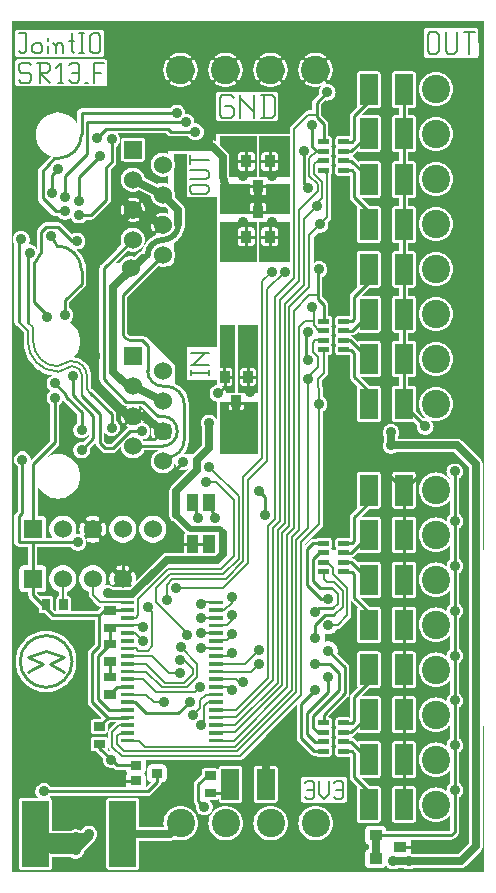
<source format=gbr>
G04 start of page 2 for group 0 idx 0 *
G04 Title: (unknown), component *
G04 Creator: pcb 20110918 *
G04 CreationDate: Tue 21 Aug 2012 15:57:03 GMT UTC *
G04 For: rob *
G04 Format: Gerber/RS-274X *
G04 PCB-Dimensions: 157480 283465 *
G04 PCB-Coordinate-Origin: lower left *
%MOIN*%
%FSLAX25Y25*%
%LNTOP*%
%ADD36C,0.1280*%
%ADD35C,0.0380*%
%ADD34C,0.0472*%
%ADD33C,0.0350*%
%ADD32C,0.0197*%
%ADD31C,0.0354*%
%ADD30C,0.0360*%
%ADD29C,0.0360*%
%ADD28R,0.0906X0.0906*%
%ADD27R,0.0290X0.0290*%
%ADD26R,0.0118X0.0118*%
%ADD25R,0.0600X0.0600*%
%ADD24R,0.0167X0.0167*%
%ADD23R,0.0340X0.0340*%
%ADD22R,0.0283X0.0283*%
%ADD21R,0.0394X0.0394*%
%ADD20C,0.0600*%
%ADD19C,0.0945*%
%ADD18C,0.0110*%
%ADD17C,0.0200*%
%ADD16C,0.0079*%
%ADD15C,0.0098*%
%ADD14C,0.0216*%
%ADD13C,0.0250*%
%ADD12C,0.0100*%
%ADD11C,0.0001*%
G54D11*G36*
X96457Y283465D02*X98031D01*
Y272064D01*
X98009Y272050D01*
X97947Y272001D01*
X97895Y271943D01*
X97852Y271878D01*
X97819Y271807D01*
X97799Y271731D01*
X97790Y271654D01*
X97794Y271575D01*
X97810Y271499D01*
X97837Y271426D01*
X97876Y271358D01*
X97925Y271297D01*
X97983Y271244D01*
X98031Y271212D01*
Y263428D01*
X97986Y263398D01*
X97929Y263346D01*
X97880Y263285D01*
X97842Y263218D01*
X97815Y263146D01*
X97799Y263070D01*
X97795Y262993D01*
X97804Y262916D01*
X97824Y262841D01*
X97856Y262770D01*
X97899Y262706D01*
X97951Y262648D01*
X98012Y262601D01*
X98031Y262589D01*
Y253496D01*
X98025Y253492D01*
X98007Y253481D01*
X98007Y253481D01*
X98007Y253481D01*
X98007Y253481D01*
X97842Y253340D01*
X97807Y253299D01*
X96457Y251950D01*
Y264170D01*
X96493Y264112D01*
X96542Y264050D01*
X96600Y263998D01*
X96665Y263955D01*
X96736Y263922D01*
X96812Y263902D01*
X96889Y263893D01*
X96968Y263897D01*
X97044Y263913D01*
X97117Y263940D01*
X97185Y263979D01*
X97246Y264028D01*
X97299Y264086D01*
X97342Y264151D01*
X97374Y264223D01*
X97395Y264298D01*
X97403Y264376D01*
X97400Y264454D01*
X97384Y264530D01*
X97356Y264604D01*
X97316Y264671D01*
X97085Y265037D01*
X96893Y265426D01*
X96737Y265831D01*
X96619Y266248D01*
X96540Y266674D01*
X96500Y267106D01*
Y267540D01*
X96540Y267972D01*
X96619Y268398D01*
X96737Y268815D01*
X96893Y269220D01*
X97085Y269609D01*
X97312Y269978D01*
X97352Y270044D01*
X97379Y270117D01*
X97395Y270193D01*
X97398Y270270D01*
X97390Y270347D01*
X97369Y270422D01*
X97338Y270492D01*
X97295Y270557D01*
X97243Y270614D01*
X97182Y270663D01*
X97115Y270701D01*
X97043Y270728D01*
X96967Y270744D01*
X96890Y270748D01*
X96813Y270739D01*
X96738Y270719D01*
X96667Y270687D01*
X96603Y270644D01*
X96545Y270592D01*
X96498Y270531D01*
X96457Y270466D01*
Y283465D01*
G37*
G36*
X92716Y246063D02*X90983D01*
Y264180D01*
X91221Y264558D01*
X91454Y265029D01*
X91642Y265518D01*
X91785Y266023D01*
X91880Y266538D01*
X91928Y267061D01*
Y267585D01*
X91880Y268107D01*
X91785Y268623D01*
X91642Y269128D01*
X91454Y269617D01*
X91221Y270087D01*
X90983Y270476D01*
Y283465D01*
X96457D01*
Y270466D01*
X96219Y270087D01*
X95986Y269617D01*
X95798Y269128D01*
X95655Y268623D01*
X95560Y268107D01*
X95512Y267585D01*
Y267061D01*
X95560Y266538D01*
X95655Y266023D01*
X95798Y265518D01*
X95986Y265029D01*
X96219Y264558D01*
X96457Y264170D01*
Y251950D01*
X93158Y248650D01*
X93117Y248615D01*
X92976Y248450D01*
X92863Y248265D01*
X92780Y248065D01*
X92729Y247854D01*
X92729Y247854D01*
X92712Y247638D01*
X92716Y247584D01*
Y246063D01*
G37*
G36*
X90983D02*X86222D01*
Y250212D01*
X88118Y250213D01*
X88238Y250242D01*
X88353Y250289D01*
X88459Y250354D01*
X88553Y250434D01*
X88633Y250528D01*
X88698Y250634D01*
X88745Y250749D01*
X88774Y250869D01*
X88782Y250992D01*
X88774Y259303D01*
X88745Y259423D01*
X88698Y259538D01*
X88633Y259643D01*
X88553Y259738D01*
X88459Y259818D01*
X88353Y259883D01*
X88238Y259930D01*
X88118Y259959D01*
X87995Y259966D01*
X86222Y259966D01*
Y261614D01*
X86482D01*
X87004Y261663D01*
X87520Y261758D01*
X88025Y261901D01*
X88514Y262089D01*
X88984Y262322D01*
X89431Y262596D01*
X89493Y262645D01*
X89545Y262702D01*
X89588Y262768D01*
X89621Y262839D01*
X89641Y262915D01*
X89650Y262992D01*
X89646Y263071D01*
X89630Y263147D01*
X89603Y263220D01*
X89564Y263288D01*
X89515Y263349D01*
X89457Y263402D01*
X89392Y263445D01*
X89320Y263477D01*
X89245Y263498D01*
X89167Y263506D01*
X89089Y263503D01*
X89012Y263487D01*
X88939Y263459D01*
X88872Y263419D01*
X88506Y263188D01*
X88117Y262996D01*
X87712Y262840D01*
X87295Y262722D01*
X86869Y262643D01*
X86437Y262603D01*
X86222D01*
Y272042D01*
X86437D01*
X86869Y272003D01*
X87295Y271924D01*
X87712Y271806D01*
X88117Y271650D01*
X88506Y271458D01*
X88875Y271231D01*
X88941Y271191D01*
X89014Y271164D01*
X89090Y271148D01*
X89167Y271145D01*
X89244Y271153D01*
X89319Y271174D01*
X89389Y271205D01*
X89454Y271248D01*
X89511Y271300D01*
X89560Y271360D01*
X89598Y271428D01*
X89625Y271500D01*
X89641Y271576D01*
X89645Y271653D01*
X89636Y271730D01*
X89616Y271805D01*
X89584Y271876D01*
X89541Y271940D01*
X89489Y271998D01*
X89428Y272045D01*
X88984Y272324D01*
X88514Y272557D01*
X88025Y272745D01*
X87520Y272888D01*
X87004Y272983D01*
X86482Y273031D01*
X86222D01*
Y283465D01*
X90983D01*
Y270476D01*
X90947Y270534D01*
X90898Y270596D01*
X90840Y270648D01*
X90775Y270691D01*
X90704Y270723D01*
X90628Y270744D01*
X90551Y270753D01*
X90472Y270749D01*
X90396Y270733D01*
X90323Y270706D01*
X90255Y270667D01*
X90194Y270618D01*
X90141Y270560D01*
X90098Y270495D01*
X90066Y270423D01*
X90045Y270348D01*
X90037Y270270D01*
X90040Y270192D01*
X90056Y270115D01*
X90084Y270042D01*
X90124Y269975D01*
X90355Y269609D01*
X90547Y269220D01*
X90703Y268815D01*
X90821Y268398D01*
X90900Y267972D01*
X90940Y267540D01*
Y267106D01*
X90900Y266674D01*
X90821Y266248D01*
X90703Y265831D01*
X90547Y265426D01*
X90355Y265037D01*
X90128Y264668D01*
X90088Y264602D01*
X90061Y264529D01*
X90045Y264453D01*
X90042Y264376D01*
X90050Y264299D01*
X90071Y264224D01*
X90102Y264154D01*
X90145Y264089D01*
X90197Y264032D01*
X90258Y263983D01*
X90325Y263945D01*
X90397Y263918D01*
X90473Y263902D01*
X90550Y263898D01*
X90627Y263907D01*
X90702Y263927D01*
X90773Y263959D01*
X90837Y264002D01*
X90895Y264054D01*
X90942Y264115D01*
X90983Y264180D01*
Y246063D01*
G37*
G36*
X86222Y259966D02*X81457Y259964D01*
Y264170D01*
X81493Y264112D01*
X81542Y264050D01*
X81600Y263998D01*
X81665Y263955D01*
X81736Y263922D01*
X81812Y263902D01*
X81889Y263893D01*
X81968Y263897D01*
X82044Y263913D01*
X82117Y263940D01*
X82185Y263979D01*
X82246Y264028D01*
X82299Y264086D01*
X82342Y264151D01*
X82374Y264223D01*
X82395Y264298D01*
X82403Y264376D01*
X82400Y264454D01*
X82384Y264530D01*
X82356Y264604D01*
X82316Y264671D01*
X82085Y265037D01*
X81893Y265426D01*
X81737Y265831D01*
X81619Y266248D01*
X81540Y266674D01*
X81500Y267106D01*
Y267540D01*
X81540Y267972D01*
X81619Y268398D01*
X81737Y268815D01*
X81893Y269220D01*
X82085Y269609D01*
X82312Y269978D01*
X82352Y270044D01*
X82379Y270117D01*
X82395Y270193D01*
X82398Y270270D01*
X82390Y270347D01*
X82369Y270422D01*
X82338Y270492D01*
X82295Y270557D01*
X82243Y270614D01*
X82182Y270663D01*
X82115Y270701D01*
X82043Y270728D01*
X81967Y270744D01*
X81890Y270748D01*
X81813Y270739D01*
X81738Y270719D01*
X81667Y270687D01*
X81603Y270644D01*
X81545Y270592D01*
X81498Y270531D01*
X81457Y270466D01*
Y283465D01*
X86222D01*
Y273031D01*
X85958D01*
X85436Y272983D01*
X84920Y272888D01*
X84415Y272745D01*
X83926Y272557D01*
X83455Y272324D01*
X83009Y272050D01*
X82947Y272001D01*
X82895Y271943D01*
X82852Y271878D01*
X82819Y271807D01*
X82799Y271731D01*
X82790Y271654D01*
X82794Y271575D01*
X82810Y271499D01*
X82837Y271426D01*
X82876Y271358D01*
X82925Y271297D01*
X82983Y271244D01*
X83048Y271201D01*
X83120Y271169D01*
X83195Y271148D01*
X83273Y271140D01*
X83351Y271143D01*
X83427Y271159D01*
X83501Y271187D01*
X83568Y271227D01*
X83934Y271458D01*
X84323Y271650D01*
X84728Y271806D01*
X85145Y271924D01*
X85571Y272003D01*
X86003Y272042D01*
X86222D01*
Y262603D01*
X86003D01*
X85571Y262643D01*
X85145Y262722D01*
X84728Y262840D01*
X84323Y262996D01*
X83934Y263188D01*
X83565Y263415D01*
X83499Y263455D01*
X83426Y263482D01*
X83350Y263498D01*
X83273Y263501D01*
X83196Y263493D01*
X83121Y263472D01*
X83051Y263441D01*
X82986Y263398D01*
X82929Y263346D01*
X82880Y263285D01*
X82842Y263218D01*
X82815Y263146D01*
X82799Y263070D01*
X82795Y262993D01*
X82804Y262916D01*
X82824Y262841D01*
X82856Y262770D01*
X82899Y262706D01*
X82951Y262648D01*
X83012Y262601D01*
X83455Y262322D01*
X83926Y262089D01*
X84415Y261901D01*
X84920Y261758D01*
X85436Y261663D01*
X85958Y261614D01*
X86222D01*
Y259966D01*
G37*
G36*
X81457Y259964D02*X78444Y259963D01*
Y283465D01*
X81457D01*
Y270466D01*
X81219Y270087D01*
X80986Y269617D01*
X80798Y269128D01*
X80655Y268623D01*
X80560Y268107D01*
X80512Y267585D01*
Y267061D01*
X80560Y266538D01*
X80655Y266023D01*
X80798Y265518D01*
X80986Y265029D01*
X81219Y264558D01*
X81457Y264170D01*
Y259964D01*
G37*
G36*
X86222Y246063D02*X78444D01*
Y250209D01*
X86222Y250212D01*
Y246063D01*
G37*
G36*
X75983Y283465D02*X78444D01*
Y259963D01*
X75983Y259962D01*
Y264180D01*
X76221Y264558D01*
X76454Y265029D01*
X76642Y265518D01*
X76785Y266023D01*
X76880Y266538D01*
X76928Y267061D01*
Y267585D01*
X76880Y268107D01*
X76785Y268623D01*
X76642Y269128D01*
X76454Y269617D01*
X76221Y270087D01*
X75983Y270476D01*
Y283465D01*
G37*
G36*
X71222D02*X75983D01*
Y270476D01*
X75947Y270534D01*
X75898Y270596D01*
X75840Y270648D01*
X75775Y270691D01*
X75704Y270723D01*
X75628Y270744D01*
X75551Y270753D01*
X75472Y270749D01*
X75396Y270733D01*
X75323Y270706D01*
X75255Y270667D01*
X75194Y270618D01*
X75141Y270560D01*
X75098Y270495D01*
X75066Y270423D01*
X75045Y270348D01*
X75037Y270270D01*
X75040Y270192D01*
X75056Y270115D01*
X75084Y270042D01*
X75124Y269975D01*
X75355Y269609D01*
X75547Y269220D01*
X75703Y268815D01*
X75821Y268398D01*
X75900Y267972D01*
X75940Y267540D01*
Y267106D01*
X75900Y266674D01*
X75821Y266248D01*
X75703Y265831D01*
X75547Y265426D01*
X75355Y265037D01*
X75128Y264668D01*
X75088Y264602D01*
X75061Y264529D01*
X75045Y264453D01*
X75042Y264376D01*
X75050Y264299D01*
X75071Y264224D01*
X75102Y264154D01*
X75145Y264089D01*
X75197Y264032D01*
X75258Y263983D01*
X75325Y263945D01*
X75397Y263918D01*
X75473Y263902D01*
X75550Y263898D01*
X75627Y263907D01*
X75702Y263927D01*
X75773Y263959D01*
X75837Y264002D01*
X75895Y264054D01*
X75942Y264115D01*
X75983Y264180D01*
Y259962D01*
X71222Y259960D01*
Y261614D01*
X71482D01*
X72004Y261663D01*
X72520Y261758D01*
X73025Y261901D01*
X73514Y262089D01*
X73984Y262322D01*
X74431Y262596D01*
X74493Y262645D01*
X74545Y262702D01*
X74588Y262768D01*
X74621Y262839D01*
X74641Y262915D01*
X74650Y262992D01*
X74646Y263071D01*
X74630Y263147D01*
X74603Y263220D01*
X74564Y263288D01*
X74515Y263349D01*
X74457Y263402D01*
X74392Y263445D01*
X74320Y263477D01*
X74245Y263498D01*
X74167Y263506D01*
X74089Y263503D01*
X74012Y263487D01*
X73939Y263459D01*
X73872Y263419D01*
X73506Y263188D01*
X73117Y262996D01*
X72712Y262840D01*
X72295Y262722D01*
X71869Y262643D01*
X71437Y262603D01*
X71222D01*
Y272042D01*
X71437D01*
X71869Y272003D01*
X72295Y271924D01*
X72712Y271806D01*
X73117Y271650D01*
X73506Y271458D01*
X73875Y271231D01*
X73941Y271191D01*
X74014Y271164D01*
X74090Y271148D01*
X74167Y271145D01*
X74244Y271153D01*
X74319Y271174D01*
X74389Y271205D01*
X74454Y271248D01*
X74511Y271300D01*
X74560Y271360D01*
X74598Y271428D01*
X74625Y271500D01*
X74641Y271576D01*
X74645Y271653D01*
X74636Y271730D01*
X74616Y271805D01*
X74584Y271876D01*
X74541Y271940D01*
X74489Y271998D01*
X74428Y272045D01*
X73984Y272324D01*
X73514Y272557D01*
X73025Y272745D01*
X72520Y272888D01*
X72004Y272983D01*
X71482Y273031D01*
X71222D01*
Y283465D01*
G37*
G36*
X78444Y246063D02*X71222D01*
Y250206D01*
X78444Y250209D01*
Y246063D01*
G37*
G36*
X71222D02*X66457D01*
Y264170D01*
X66493Y264112D01*
X66542Y264050D01*
X66600Y263998D01*
X66665Y263955D01*
X66736Y263922D01*
X66812Y263902D01*
X66889Y263893D01*
X66968Y263897D01*
X67044Y263913D01*
X67117Y263940D01*
X67185Y263979D01*
X67246Y264028D01*
X67299Y264086D01*
X67342Y264151D01*
X67374Y264223D01*
X67395Y264298D01*
X67403Y264376D01*
X67400Y264454D01*
X67384Y264530D01*
X67356Y264604D01*
X67316Y264671D01*
X67085Y265037D01*
X66893Y265426D01*
X66737Y265831D01*
X66619Y266248D01*
X66540Y266674D01*
X66500Y267106D01*
Y267540D01*
X66540Y267972D01*
X66619Y268398D01*
X66737Y268815D01*
X66893Y269220D01*
X67085Y269609D01*
X67312Y269978D01*
X67352Y270044D01*
X67379Y270117D01*
X67395Y270193D01*
X67398Y270270D01*
X67390Y270347D01*
X67369Y270422D01*
X67338Y270492D01*
X67295Y270557D01*
X67243Y270614D01*
X67182Y270663D01*
X67115Y270701D01*
X67043Y270728D01*
X66967Y270744D01*
X66890Y270748D01*
X66813Y270739D01*
X66738Y270719D01*
X66667Y270687D01*
X66603Y270644D01*
X66545Y270592D01*
X66498Y270531D01*
X66457Y270466D01*
Y283465D01*
X71222D01*
Y273031D01*
X70958D01*
X70436Y272983D01*
X69920Y272888D01*
X69415Y272745D01*
X68926Y272557D01*
X68455Y272324D01*
X68009Y272050D01*
X67947Y272001D01*
X67895Y271943D01*
X67852Y271878D01*
X67819Y271807D01*
X67799Y271731D01*
X67790Y271654D01*
X67794Y271575D01*
X67810Y271499D01*
X67837Y271426D01*
X67876Y271358D01*
X67925Y271297D01*
X67983Y271244D01*
X68048Y271201D01*
X68120Y271169D01*
X68195Y271148D01*
X68273Y271140D01*
X68351Y271143D01*
X68427Y271159D01*
X68501Y271187D01*
X68568Y271227D01*
X68934Y271458D01*
X69323Y271650D01*
X69728Y271806D01*
X70145Y271924D01*
X70571Y272003D01*
X71003Y272042D01*
X71222D01*
Y262603D01*
X71003D01*
X70571Y262643D01*
X70145Y262722D01*
X69728Y262840D01*
X69323Y262996D01*
X68934Y263188D01*
X68565Y263415D01*
X68499Y263455D01*
X68426Y263482D01*
X68350Y263498D01*
X68273Y263501D01*
X68196Y263493D01*
X68121Y263472D01*
X68051Y263441D01*
X67986Y263398D01*
X67929Y263346D01*
X67880Y263285D01*
X67842Y263218D01*
X67815Y263146D01*
X67799Y263070D01*
X67795Y262993D01*
X67804Y262916D01*
X67824Y262841D01*
X67856Y262770D01*
X67899Y262706D01*
X67951Y262648D01*
X68012Y262601D01*
X68455Y262322D01*
X68926Y262089D01*
X69415Y261901D01*
X69920Y261758D01*
X70436Y261663D01*
X70958Y261614D01*
X71222D01*
Y259960D01*
X68769Y259959D01*
X68649Y259930D01*
X68534Y259883D01*
X68428Y259818D01*
X68334Y259738D01*
X68254Y259643D01*
X68189Y259538D01*
X68142Y259423D01*
X68113Y259303D01*
X68106Y259179D01*
X68113Y250869D01*
X68142Y250749D01*
X68189Y250634D01*
X68254Y250528D01*
X68334Y250434D01*
X68428Y250354D01*
X68534Y250289D01*
X68649Y250242D01*
X68769Y250213D01*
X68893Y250205D01*
X71222Y250206D01*
Y246063D01*
G37*
G36*
X66457D02*X63957D01*
X63994Y246216D01*
X64020Y246655D01*
X63994Y247094D01*
X63891Y247523D01*
X63723Y247930D01*
X63492Y248306D01*
X63206Y248641D01*
X62871Y248927D01*
X62495Y249157D01*
X62088Y249326D01*
X61659Y249429D01*
X61220Y249464D01*
X60983Y249445D01*
Y264180D01*
X61221Y264558D01*
X61454Y265029D01*
X61642Y265518D01*
X61785Y266023D01*
X61880Y266538D01*
X61928Y267061D01*
Y267585D01*
X61880Y268107D01*
X61785Y268623D01*
X61642Y269128D01*
X61454Y269617D01*
X61221Y270087D01*
X60983Y270476D01*
Y283465D01*
X66457D01*
Y270466D01*
X66219Y270087D01*
X65986Y269617D01*
X65798Y269128D01*
X65655Y268623D01*
X65560Y268107D01*
X65512Y267585D01*
Y267061D01*
X65560Y266538D01*
X65655Y266023D01*
X65798Y265518D01*
X65986Y265029D01*
X66219Y264558D01*
X66457Y264170D01*
Y246063D01*
G37*
G36*
X60983Y249445D02*X60849Y249434D01*
X60871Y249804D01*
X60845Y250243D01*
X60742Y250672D01*
X60573Y251079D01*
X60343Y251455D01*
X60057Y251790D01*
X59722Y252076D01*
X59346Y252306D01*
X58939Y252475D01*
X58510Y252578D01*
X58071Y252613D01*
X57699Y252583D01*
X57721Y252954D01*
X57695Y253393D01*
X57592Y253822D01*
X57424Y254229D01*
X57193Y254605D01*
X56907Y254940D01*
X56572Y255226D01*
X56222Y255440D01*
Y261614D01*
X56482D01*
X57004Y261663D01*
X57520Y261758D01*
X58025Y261901D01*
X58514Y262089D01*
X58984Y262322D01*
X59431Y262596D01*
X59493Y262645D01*
X59545Y262702D01*
X59588Y262768D01*
X59621Y262839D01*
X59641Y262915D01*
X59650Y262992D01*
X59646Y263071D01*
X59630Y263147D01*
X59603Y263220D01*
X59564Y263288D01*
X59515Y263349D01*
X59457Y263402D01*
X59392Y263445D01*
X59320Y263477D01*
X59245Y263498D01*
X59167Y263506D01*
X59089Y263503D01*
X59012Y263487D01*
X58939Y263459D01*
X58872Y263419D01*
X58506Y263188D01*
X58117Y262996D01*
X57712Y262840D01*
X57295Y262722D01*
X56869Y262643D01*
X56437Y262603D01*
X56222D01*
Y272042D01*
X56437D01*
X56869Y272003D01*
X57295Y271924D01*
X57712Y271806D01*
X58117Y271650D01*
X58506Y271458D01*
X58875Y271231D01*
X58941Y271191D01*
X59014Y271164D01*
X59090Y271148D01*
X59167Y271145D01*
X59244Y271153D01*
X59319Y271174D01*
X59389Y271205D01*
X59454Y271248D01*
X59511Y271300D01*
X59560Y271360D01*
X59598Y271428D01*
X59625Y271500D01*
X59641Y271576D01*
X59645Y271653D01*
X59636Y271730D01*
X59616Y271805D01*
X59584Y271876D01*
X59541Y271940D01*
X59489Y271998D01*
X59428Y272045D01*
X58984Y272324D01*
X58514Y272557D01*
X58025Y272745D01*
X57520Y272888D01*
X57004Y272983D01*
X56482Y273031D01*
X56222D01*
Y283465D01*
X60983D01*
Y270476D01*
X60947Y270534D01*
X60898Y270596D01*
X60840Y270648D01*
X60775Y270691D01*
X60704Y270723D01*
X60628Y270744D01*
X60551Y270753D01*
X60472Y270749D01*
X60396Y270733D01*
X60323Y270706D01*
X60255Y270667D01*
X60194Y270618D01*
X60141Y270560D01*
X60098Y270495D01*
X60066Y270423D01*
X60045Y270348D01*
X60037Y270270D01*
X60040Y270192D01*
X60056Y270115D01*
X60084Y270042D01*
X60124Y269975D01*
X60355Y269609D01*
X60547Y269220D01*
X60703Y268815D01*
X60821Y268398D01*
X60900Y267972D01*
X60940Y267540D01*
Y267106D01*
X60900Y266674D01*
X60821Y266248D01*
X60703Y265831D01*
X60547Y265426D01*
X60355Y265037D01*
X60128Y264668D01*
X60088Y264602D01*
X60061Y264529D01*
X60045Y264453D01*
X60042Y264376D01*
X60050Y264299D01*
X60071Y264224D01*
X60102Y264154D01*
X60145Y264089D01*
X60197Y264032D01*
X60258Y263983D01*
X60325Y263945D01*
X60397Y263918D01*
X60473Y263902D01*
X60550Y263898D01*
X60627Y263907D01*
X60702Y263927D01*
X60773Y263959D01*
X60837Y264002D01*
X60895Y264054D01*
X60942Y264115D01*
X60983Y264180D01*
Y249445D01*
G37*
G36*
X56222Y255440D02*X56196Y255456D01*
X55789Y255625D01*
X55360Y255728D01*
X54921Y255763D01*
X54482Y255728D01*
X54053Y255625D01*
X53646Y255456D01*
X53270Y255226D01*
X52935Y254940D01*
X52649Y254605D01*
X52556Y254454D01*
X51457D01*
Y264170D01*
X51493Y264112D01*
X51542Y264050D01*
X51600Y263998D01*
X51665Y263955D01*
X51736Y263922D01*
X51812Y263902D01*
X51889Y263893D01*
X51968Y263897D01*
X52044Y263913D01*
X52117Y263940D01*
X52185Y263979D01*
X52246Y264028D01*
X52299Y264086D01*
X52342Y264151D01*
X52374Y264223D01*
X52395Y264298D01*
X52403Y264376D01*
X52400Y264454D01*
X52384Y264530D01*
X52356Y264604D01*
X52316Y264671D01*
X52085Y265037D01*
X51893Y265426D01*
X51737Y265831D01*
X51619Y266248D01*
X51540Y266674D01*
X51500Y267106D01*
Y267540D01*
X51540Y267972D01*
X51619Y268398D01*
X51737Y268815D01*
X51893Y269220D01*
X52085Y269609D01*
X52312Y269978D01*
X52352Y270044D01*
X52379Y270117D01*
X52395Y270193D01*
X52398Y270270D01*
X52390Y270347D01*
X52369Y270422D01*
X52338Y270492D01*
X52295Y270557D01*
X52243Y270614D01*
X52182Y270663D01*
X52115Y270701D01*
X52043Y270728D01*
X51967Y270744D01*
X51890Y270748D01*
X51813Y270739D01*
X51738Y270719D01*
X51667Y270687D01*
X51603Y270644D01*
X51545Y270592D01*
X51498Y270531D01*
X51457Y270466D01*
Y283465D01*
X56222D01*
Y273031D01*
X55958D01*
X55436Y272983D01*
X54920Y272888D01*
X54415Y272745D01*
X53926Y272557D01*
X53455Y272324D01*
X53009Y272050D01*
X52947Y272001D01*
X52895Y271943D01*
X52852Y271878D01*
X52819Y271807D01*
X52799Y271731D01*
X52790Y271654D01*
X52794Y271575D01*
X52810Y271499D01*
X52837Y271426D01*
X52876Y271358D01*
X52925Y271297D01*
X52983Y271244D01*
X53048Y271201D01*
X53120Y271169D01*
X53195Y271148D01*
X53273Y271140D01*
X53351Y271143D01*
X53427Y271159D01*
X53501Y271187D01*
X53568Y271227D01*
X53934Y271458D01*
X54323Y271650D01*
X54728Y271806D01*
X55145Y271924D01*
X55571Y272003D01*
X56003Y272042D01*
X56222D01*
Y262603D01*
X56003D01*
X55571Y262643D01*
X55145Y262722D01*
X54728Y262840D01*
X54323Y262996D01*
X53934Y263188D01*
X53565Y263415D01*
X53499Y263455D01*
X53426Y263482D01*
X53350Y263498D01*
X53273Y263501D01*
X53196Y263493D01*
X53121Y263472D01*
X53051Y263441D01*
X52986Y263398D01*
X52929Y263346D01*
X52880Y263285D01*
X52842Y263218D01*
X52815Y263146D01*
X52799Y263070D01*
X52795Y262993D01*
X52804Y262916D01*
X52824Y262841D01*
X52856Y262770D01*
X52899Y262706D01*
X52951Y262648D01*
X53012Y262601D01*
X53455Y262322D01*
X53926Y262089D01*
X54415Y261901D01*
X54920Y261758D01*
X55436Y261663D01*
X55958Y261614D01*
X56222D01*
Y255440D01*
G37*
G36*
X51457Y254454D02*X23228D01*
X22993Y254440D01*
X22763Y254385D01*
X22545Y254295D01*
X22344Y254171D01*
X22164Y254018D01*
X22011Y253838D01*
X21887Y253637D01*
X21797Y253419D01*
X21742Y253189D01*
X21723Y252954D01*
X21736Y252794D01*
Y249418D01*
X21359Y250033D01*
X20603Y250919D01*
X19717Y251675D01*
X18724Y252284D01*
X17648Y252729D01*
X16515Y253001D01*
X15892Y253050D01*
Y261781D01*
X31100Y261785D01*
X31220Y261814D01*
X31335Y261861D01*
X31441Y261926D01*
X31535Y262006D01*
X31615Y262100D01*
X31680Y262206D01*
X31727Y262321D01*
X31756Y262441D01*
X31764Y262564D01*
X31756Y270115D01*
X31727Y270235D01*
X31680Y270350D01*
X31615Y270455D01*
X31535Y270550D01*
X31441Y270630D01*
X31335Y270695D01*
X31220Y270742D01*
X31100Y270771D01*
X30977Y270778D01*
X15892Y270775D01*
Y271628D01*
X29938Y271632D01*
X30058Y271661D01*
X30173Y271708D01*
X30279Y271773D01*
X30373Y271853D01*
X30453Y271947D01*
X30518Y272053D01*
X30565Y272168D01*
X30594Y272288D01*
X30602Y272411D01*
X30594Y279962D01*
X30565Y280082D01*
X30518Y280197D01*
X30453Y280302D01*
X30373Y280397D01*
X30279Y280477D01*
X30173Y280542D01*
X30058Y280589D01*
X29938Y280618D01*
X29815Y280625D01*
X15892Y280622D01*
Y283465D01*
X51457D01*
Y270466D01*
X51219Y270087D01*
X50986Y269617D01*
X50798Y269128D01*
X50655Y268623D01*
X50560Y268107D01*
X50512Y267585D01*
Y267061D01*
X50560Y266538D01*
X50655Y266023D01*
X50798Y265518D01*
X50986Y265029D01*
X51219Y264558D01*
X51457Y264170D01*
Y254454D01*
G37*
G36*
X15892Y253050D02*X15354Y253093D01*
X14193Y253001D01*
X13060Y252729D01*
X11984Y252284D01*
X10991Y251675D01*
X10105Y250919D01*
X9349Y250033D01*
X8740Y249040D01*
X8294Y247964D01*
X8023Y246831D01*
X7962Y246063D01*
X0D01*
Y283465D01*
X15892D01*
Y280622D01*
X1846Y280618D01*
X1726Y280589D01*
X1611Y280542D01*
X1505Y280477D01*
X1411Y280397D01*
X1331Y280302D01*
X1266Y280197D01*
X1219Y280082D01*
X1190Y279962D01*
X1183Y279838D01*
X1190Y272288D01*
X1219Y272168D01*
X1266Y272053D01*
X1331Y271947D01*
X1411Y271853D01*
X1505Y271773D01*
X1611Y271708D01*
X1726Y271661D01*
X1846Y271632D01*
X1970Y271624D01*
X15892Y271628D01*
Y270775D01*
X1846Y270771D01*
X1726Y270742D01*
X1611Y270695D01*
X1505Y270630D01*
X1411Y270550D01*
X1331Y270455D01*
X1266Y270350D01*
X1219Y270235D01*
X1190Y270115D01*
X1183Y269991D01*
X1190Y262441D01*
X1219Y262321D01*
X1266Y262206D01*
X1331Y262100D01*
X1411Y262006D01*
X1505Y261926D01*
X1611Y261861D01*
X1726Y261814D01*
X1846Y261785D01*
X1970Y261777D01*
X15892Y261781D01*
Y253050D01*
G37*
G36*
X47070Y151202D02*X47519Y150754D01*
X47557Y150709D01*
X47736Y150556D01*
X47737Y150556D01*
X47737Y150556D01*
X47737Y150556D01*
X47938Y150432D01*
X48122Y150356D01*
X48156Y150342D01*
X48156D01*
X48156Y150342D01*
X48356Y150294D01*
X48386Y150287D01*
X48386D01*
X48386Y150287D01*
X48386Y150287D01*
X48429Y150283D01*
X48369Y150245D01*
X48310Y150191D01*
X48260Y150130D01*
X48221Y150061D01*
X48193Y149987D01*
X48177Y149910D01*
X48173Y149831D01*
X48181Y149752D01*
X48202Y149675D01*
X48234Y149603D01*
X48277Y149537D01*
X48330Y149478D01*
X48392Y149428D01*
X48461Y149389D01*
X48535Y149361D01*
X48612Y149344D01*
X48691Y149340D01*
X48770Y149349D01*
X48847Y149370D01*
X48918Y149403D01*
X49161Y149526D01*
X49416Y149622D01*
X49678Y149696D01*
X49946Y149745D01*
X50218Y149770D01*
X50490D01*
X50762Y149745D01*
X51030Y149696D01*
X51292Y149622D01*
X51547Y149526D01*
X51791Y149406D01*
X51863Y149373D01*
X51938Y149352D01*
X52017Y149344D01*
X52095Y149348D01*
X52172Y149364D01*
X52246Y149392D01*
X52314Y149431D01*
X52375Y149480D01*
X52428Y149539D01*
X52432Y149545D01*
X52466Y149519D01*
X52673Y149328D01*
X52863Y149121D01*
X53035Y148898D01*
X53085Y148819D01*
X53059Y148796D01*
X53010Y148735D01*
X52970Y148666D01*
X52942Y148592D01*
X52926Y148515D01*
X52922Y148436D01*
X52930Y148357D01*
X52951Y148280D01*
X52984Y148209D01*
X53107Y147965D01*
X53204Y147711D01*
X53277Y147448D01*
X53326Y147180D01*
X53351Y146909D01*
Y146637D01*
X53326Y146365D01*
X53277Y146097D01*
X53204Y145835D01*
X53107Y145580D01*
X52987Y145335D01*
X52954Y145264D01*
X52933Y145188D01*
X52925Y145110D01*
X52929Y145031D01*
X52945Y144954D01*
X52973Y144881D01*
X53012Y144813D01*
X53027Y144795D01*
X52863Y144582D01*
X52673Y144375D01*
X52466Y144184D01*
X52346Y144093D01*
X52316Y144117D01*
X52247Y144157D01*
X52173Y144185D01*
X52096Y144201D01*
X52017Y144205D01*
X51938Y144197D01*
X51861Y144176D01*
X51790Y144142D01*
X51547Y144020D01*
X51292Y143923D01*
X51030Y143850D01*
X50762Y143801D01*
X50490Y143776D01*
X50218D01*
X49946Y143801D01*
X49678Y143850D01*
X49416Y143923D01*
X49161Y144020D01*
X48917Y144140D01*
X48845Y144173D01*
X48769Y144194D01*
X48691Y144202D01*
X48613Y144198D01*
X48536Y144182D01*
X48462Y144154D01*
X48394Y144115D01*
X48333Y144065D01*
X48280Y144007D01*
X48237Y143941D01*
X48205Y143869D01*
X48184Y143793D01*
X48176Y143715D01*
X48180Y143636D01*
X48196Y143559D01*
X48224Y143486D01*
X48256Y143430D01*
X47070D01*
Y144638D01*
X47140Y144612D01*
X47217Y144595D01*
X47296Y144591D01*
X47375Y144600D01*
X47451Y144621D01*
X47524Y144653D01*
X47590Y144696D01*
X47649Y144749D01*
X47698Y144811D01*
X47738Y144880D01*
X47766Y144954D01*
X47782Y145031D01*
X47786Y145110D01*
X47778Y145189D01*
X47757Y145265D01*
X47724Y145337D01*
X47601Y145580D01*
X47504Y145835D01*
X47431Y146097D01*
X47382Y146365D01*
X47357Y146637D01*
Y146909D01*
X47382Y147180D01*
X47431Y147448D01*
X47504Y147711D01*
X47601Y147965D01*
X47721Y148210D01*
X47754Y148281D01*
X47775Y148357D01*
X47783Y148436D01*
X47779Y148514D01*
X47763Y148591D01*
X47735Y148665D01*
X47696Y148733D01*
X47647Y148794D01*
X47588Y148847D01*
X47522Y148890D01*
X47450Y148922D01*
X47374Y148943D01*
X47296Y148951D01*
X47218Y148947D01*
X47141Y148931D01*
X47070Y148904D01*
Y151202D01*
G37*
G36*
X38645Y148158D02*X38490Y148063D01*
X38490Y148063D01*
X38312Y147910D01*
X38274Y147866D01*
X37070Y146662D01*
Y149638D01*
X37140Y149612D01*
X37217Y149595D01*
X37296Y149591D01*
X37375Y149600D01*
X37451Y149621D01*
X37524Y149653D01*
X37590Y149696D01*
X37649Y149749D01*
X37698Y149811D01*
X37738Y149880D01*
X37766Y149954D01*
X37782Y150031D01*
X37786Y150110D01*
X37778Y150189D01*
X37757Y150265D01*
X37724Y150337D01*
X37601Y150580D01*
X37504Y150835D01*
X37431Y151097D01*
X37382Y151365D01*
X37357Y151637D01*
Y151909D01*
X37382Y152180D01*
X37431Y152448D01*
X37504Y152711D01*
X37601Y152965D01*
X37721Y153210D01*
X37754Y153281D01*
X37775Y153357D01*
X37783Y153436D01*
X37779Y153514D01*
X37763Y153591D01*
X37735Y153665D01*
X37696Y153733D01*
X37647Y153794D01*
X37588Y153847D01*
X37522Y153890D01*
X37450Y153922D01*
X37374Y153943D01*
X37296Y153951D01*
X37218Y153947D01*
X37141Y153931D01*
X37070Y153904D01*
Y155692D01*
X37087Y155675D01*
X37125Y155630D01*
X37305Y155477D01*
X37305Y155477D01*
X37460Y155381D01*
X37506Y155353D01*
X37506D01*
X37506Y155353D01*
X37596Y155316D01*
X37724Y155263D01*
X37724D01*
X37724Y155263D01*
X37954Y155208D01*
X38189Y155189D01*
X38248Y155194D01*
X38313D01*
X38310Y155191D01*
X38260Y155130D01*
X38221Y155061D01*
X38193Y154987D01*
X38177Y154910D01*
X38173Y154831D01*
X38181Y154752D01*
X38202Y154675D01*
X38234Y154603D01*
X38277Y154537D01*
X38330Y154478D01*
X38392Y154428D01*
X38461Y154389D01*
X38535Y154361D01*
X38612Y154344D01*
X38691Y154340D01*
X38770Y154349D01*
X38847Y154370D01*
X38918Y154403D01*
X39161Y154526D01*
X39416Y154622D01*
X39678Y154696D01*
X39946Y154745D01*
X40218Y154770D01*
X40490D01*
X40762Y154745D01*
X41030Y154696D01*
X41292Y154622D01*
X41547Y154526D01*
X41791Y154406D01*
X41863Y154373D01*
X41938Y154352D01*
X42017Y154344D01*
X42095Y154348D01*
X42172Y154364D01*
X42246Y154392D01*
X42314Y154431D01*
X42375Y154480D01*
X42428Y154539D01*
X42471Y154605D01*
X42503Y154676D01*
X42524Y154752D01*
X42532Y154831D01*
X42528Y154909D01*
X42512Y154986D01*
X42484Y155060D01*
X42445Y155128D01*
X42396Y155189D01*
X42390Y155194D01*
X43079D01*
X47070Y151202D01*
Y148904D01*
X47067Y148903D01*
X46999Y148864D01*
X46938Y148814D01*
X46885Y148756D01*
X46843Y148689D01*
X46680Y148365D01*
X46551Y148025D01*
X46453Y147674D01*
X46387Y147317D01*
X46354Y146955D01*
Y146591D01*
X46387Y146229D01*
X46453Y145871D01*
X46551Y145521D01*
X46680Y145181D01*
X46839Y144854D01*
X46882Y144788D01*
X46935Y144729D01*
X46997Y144679D01*
X47066Y144640D01*
X47070Y144638D01*
Y143430D01*
X43997D01*
X43929Y143594D01*
X43637Y144070D01*
X43746Y144079D01*
X44175Y144182D01*
X44582Y144350D01*
X44957Y144581D01*
X45292Y144867D01*
X45579Y145202D01*
X45809Y145577D01*
X45977Y145984D01*
X46080Y146413D01*
X46106Y146852D01*
X46080Y147291D01*
X45977Y147720D01*
X45809Y148127D01*
X45579Y148502D01*
X45292Y148837D01*
X44957Y149123D01*
X44582Y149354D01*
X44175Y149522D01*
X43746Y149625D01*
X43621Y149635D01*
X43641Y149643D01*
X43709Y149682D01*
X43770Y149731D01*
X43823Y149790D01*
X43865Y149856D01*
X44028Y150181D01*
X44157Y150521D01*
X44255Y150871D01*
X44321Y151229D01*
X44354Y151591D01*
Y151955D01*
X44321Y152317D01*
X44255Y152674D01*
X44157Y153025D01*
X44028Y153365D01*
X43869Y153691D01*
X43826Y153758D01*
X43773Y153817D01*
X43711Y153866D01*
X43642Y153906D01*
X43568Y153934D01*
X43491Y153950D01*
X43412Y153954D01*
X43333Y153946D01*
X43257Y153925D01*
X43184Y153893D01*
X43118Y153850D01*
X43059Y153796D01*
X43010Y153735D01*
X42970Y153666D01*
X42942Y153592D01*
X42926Y153515D01*
X42922Y153436D01*
X42930Y153357D01*
X42951Y153280D01*
X42984Y153209D01*
X43107Y152965D01*
X43204Y152711D01*
X43277Y152448D01*
X43326Y152180D01*
X43351Y151909D01*
Y151637D01*
X43326Y151365D01*
X43277Y151097D01*
X43204Y150835D01*
X43107Y150580D01*
X42987Y150335D01*
X42954Y150264D01*
X42933Y150188D01*
X42925Y150110D01*
X42929Y150031D01*
X42945Y149954D01*
X42973Y149881D01*
X43012Y149813D01*
X43061Y149751D01*
X43120Y149699D01*
X43186Y149656D01*
X43196Y149651D01*
X42868Y149625D01*
X42439Y149522D01*
X42032Y149354D01*
X41657Y149123D01*
X41527Y149013D01*
X41292Y148923D01*
X41030Y148850D01*
X40762Y148801D01*
X40490Y148776D01*
X40218D01*
X39946Y148801D01*
X39678Y148850D01*
X39416Y148923D01*
X39161Y149020D01*
X38917Y149140D01*
X38845Y149173D01*
X38769Y149194D01*
X38691Y149202D01*
X38613Y149198D01*
X38536Y149182D01*
X38462Y149154D01*
X38394Y149115D01*
X38333Y149065D01*
X38280Y149007D01*
X38237Y148941D01*
X38205Y148869D01*
X38184Y148793D01*
X38176Y148715D01*
X38180Y148636D01*
X38196Y148559D01*
X38224Y148486D01*
X38263Y148418D01*
X38312Y148356D01*
X38371Y148304D01*
X38437Y148262D01*
X38645Y148158D01*
G37*
G36*
X37070Y146662D02*X33043Y142635D01*
X31720D01*
X30830Y143525D01*
Y146653D01*
X30996Y146383D01*
X31282Y146048D01*
X31617Y145762D01*
X31992Y145531D01*
X32399Y145363D01*
X32828Y145260D01*
X33267Y145225D01*
X33706Y145260D01*
X34135Y145363D01*
X34542Y145531D01*
X34917Y145762D01*
X35252Y146048D01*
X35538Y146383D01*
X35769Y146758D01*
X35937Y147165D01*
X36040Y147594D01*
X36066Y148033D01*
X36040Y148472D01*
X35937Y148901D01*
X35769Y149308D01*
X35538Y149683D01*
X35252Y150018D01*
X34917Y150304D01*
X34759Y150401D01*
Y152399D01*
X34772Y152560D01*
X34753Y152795D01*
X34698Y153025D01*
X34608Y153243D01*
X34484Y153444D01*
X34328Y153620D01*
X27242Y160707D01*
X27065Y160864D01*
X26864Y160987D01*
X26776Y161024D01*
X31738D01*
X37070Y155692D01*
Y153904D01*
X37067Y153903D01*
X36999Y153864D01*
X36938Y153814D01*
X36885Y153756D01*
X36843Y153689D01*
X36680Y153365D01*
X36551Y153025D01*
X36453Y152674D01*
X36387Y152317D01*
X36354Y151955D01*
Y151591D01*
X36387Y151229D01*
X36453Y150871D01*
X36551Y150521D01*
X36680Y150181D01*
X36839Y149854D01*
X36882Y149788D01*
X36935Y149729D01*
X36997Y149679D01*
X37066Y149640D01*
X37070Y149638D01*
Y146662D01*
G37*
G36*
X0Y167323D02*X8909D01*
X9632Y166862D01*
X10518Y166401D01*
X11440Y166019D01*
X12392Y165719D01*
X13367Y165503D01*
X13549Y165479D01*
X13502Y165467D01*
X13095Y165299D01*
X12719Y165068D01*
X12384Y164782D01*
X12098Y164447D01*
X11867Y164071D01*
X11699Y163664D01*
X11596Y163235D01*
X11561Y162796D01*
X11596Y162357D01*
X11699Y161928D01*
X11867Y161521D01*
X12098Y161145D01*
X12384Y160810D01*
X12719Y160524D01*
X12866Y160434D01*
X12719Y160344D01*
X12384Y160058D01*
X12098Y159723D01*
X11867Y159347D01*
X11699Y158940D01*
X11596Y158511D01*
X11561Y158072D01*
X11596Y157633D01*
X11699Y157204D01*
X11867Y156797D01*
X12098Y156421D01*
X12384Y156086D01*
X12719Y155800D01*
X12870Y155707D01*
Y143732D01*
X6331Y137194D01*
X6343Y137403D01*
X6317Y137843D01*
X6214Y138271D01*
X6046Y138678D01*
X5815Y139054D01*
X5529Y139389D01*
X5194Y139675D01*
X4818Y139906D01*
X4411Y140074D01*
X3982Y140177D01*
X3543Y140212D01*
X3104Y140177D01*
X2675Y140074D01*
X2268Y139906D01*
X1892Y139675D01*
X1557Y139389D01*
X1271Y139054D01*
X1040Y138678D01*
X872Y138271D01*
X769Y137843D01*
X734Y137403D01*
X769Y136964D01*
X872Y136535D01*
X1040Y136128D01*
X1271Y135752D01*
X1557Y135417D01*
X1892Y135131D01*
X2043Y135038D01*
Y120307D01*
X1343Y119607D01*
X1298Y119569D01*
X1145Y119390D01*
X1145Y119389D01*
X1145Y119389D01*
X1145Y119389D01*
X1023Y119190D01*
X1021Y119188D01*
X1021Y119188D01*
X955Y119028D01*
X931Y118970D01*
X931Y118970D01*
X931Y118970D01*
X894Y118814D01*
X876Y118740D01*
X876Y118740D01*
X876Y118740D01*
X876Y118740D01*
X857Y118505D01*
X862Y118446D01*
Y112993D01*
X0D01*
Y167323D01*
G37*
G36*
X47002Y134587D02*X47108Y134414D01*
X47517Y133936D01*
X47996Y133527D01*
X48532Y133198D01*
X49114Y132957D01*
X49726Y132810D01*
X50354Y132760D01*
X50982Y132810D01*
X51594Y132957D01*
X52176Y133198D01*
X52712Y133527D01*
X53191Y133936D01*
X53600Y134414D01*
X53929Y134951D01*
X54170Y135533D01*
X54317Y136145D01*
X54317Y136153D01*
X54415Y135747D01*
X54583Y135340D01*
X54814Y134964D01*
X55100Y134629D01*
X55435Y134343D01*
X55811Y134112D01*
X56218Y133944D01*
X56647Y133841D01*
X57086Y133806D01*
X57525Y133841D01*
X57954Y133944D01*
X58361Y134112D01*
X58737Y134343D01*
X59072Y134629D01*
X59358Y134964D01*
X59561Y135295D01*
Y134791D01*
X53195Y128425D01*
X53128Y128368D01*
X52898Y128099D01*
X52713Y127797D01*
X52578Y127469D01*
X52495Y127125D01*
X52495Y127125D01*
X52467Y126772D01*
X52474Y126684D01*
Y118898D01*
X52495Y118545D01*
X52578Y118201D01*
X52713Y117873D01*
X52898Y117571D01*
X53128Y117302D01*
X53397Y117072D01*
X53699Y116887D01*
X54027Y116752D01*
X54047Y116747D01*
X57892Y112902D01*
X57803Y112848D01*
X57709Y112767D01*
X57628Y112673D01*
X57563Y112567D01*
X57516Y112453D01*
X57487Y112332D01*
X57480Y112209D01*
X57487Y106187D01*
X51663D01*
X51575Y106194D01*
X51222Y106166D01*
X51222Y106166D01*
X51222Y106166D01*
X51222Y106166D01*
X51006Y106114D01*
X50877Y106083D01*
X50877Y106083D01*
X50877Y106083D01*
X50691Y106006D01*
X50550Y105948D01*
X50550Y105948D01*
X50550Y105948D01*
X50384Y105846D01*
X50248Y105763D01*
X50248Y105763D01*
X50248Y105763D01*
X50248Y105762D01*
X49979Y105533D01*
X49921Y105466D01*
X47002Y102546D01*
Y109661D01*
X47009Y109660D01*
X47715Y109716D01*
X48404Y109881D01*
X49058Y110152D01*
X49662Y110522D01*
X50201Y110982D01*
X50661Y111521D01*
X51031Y112125D01*
X51302Y112779D01*
X51467Y113468D01*
X51509Y114174D01*
X51467Y114880D01*
X51302Y115569D01*
X51031Y116223D01*
X50661Y116827D01*
X50201Y117366D01*
X49662Y117826D01*
X49058Y118196D01*
X48404Y118467D01*
X47715Y118632D01*
X47009Y118688D01*
X47002Y118687D01*
Y134587D01*
G37*
G36*
X37006Y138189D02*X38554D01*
X39114Y137957D01*
X39726Y137810D01*
X40354Y137760D01*
X40982Y137810D01*
X41594Y137957D01*
X42154Y138189D01*
X46611D01*
X46538Y138013D01*
X46391Y137401D01*
X46342Y136773D01*
X46391Y136145D01*
X46538Y135533D01*
X46779Y134951D01*
X47002Y134587D01*
Y118687D01*
X46303Y118632D01*
X45614Y118467D01*
X44960Y118196D01*
X44356Y117826D01*
X43817Y117366D01*
X43357Y116827D01*
X42987Y116223D01*
X42716Y115569D01*
X42551Y114880D01*
X42495Y114174D01*
X42551Y113468D01*
X42716Y112779D01*
X42987Y112125D01*
X43357Y111521D01*
X43817Y110982D01*
X44356Y110522D01*
X44960Y110152D01*
X45614Y109881D01*
X46303Y109716D01*
X47002Y109661D01*
Y102546D01*
X41464Y97007D01*
X41492Y97204D01*
X41513Y97638D01*
X41492Y98071D01*
X41430Y98501D01*
X41326Y98922D01*
X41183Y99331D01*
X41130Y99438D01*
X41061Y99534D01*
X40978Y99619D01*
X40883Y99689D01*
X40777Y99744D01*
X40665Y99781D01*
X40548Y99801D01*
X40429Y99801D01*
X40312Y99784D01*
X40199Y99748D01*
X40093Y99695D01*
X39996Y99626D01*
X39912Y99543D01*
X39841Y99447D01*
X39787Y99342D01*
X39749Y99229D01*
X39730Y99112D01*
X39729Y98994D01*
X39747Y98876D01*
X39785Y98764D01*
X39884Y98493D01*
X39952Y98212D01*
X39994Y97926D01*
X40008Y97638D01*
X39994Y97349D01*
X39952Y97063D01*
X39884Y96783D01*
X39788Y96510D01*
X39750Y96398D01*
X39733Y96282D01*
X39733Y96164D01*
X39753Y96047D01*
X39790Y95935D01*
X39844Y95830D01*
X39914Y95735D01*
X39999Y95652D01*
X40063Y95606D01*
X39227Y94770D01*
X38864D01*
X38817Y94804D01*
X38712Y94859D01*
X38600Y94896D01*
X38483Y94916D01*
X38364Y94917D01*
X38247Y94899D01*
X38134Y94861D01*
X37885Y94770D01*
X37006D01*
Y100638D01*
X37008Y100638D01*
X37297Y100624D01*
X37583Y100582D01*
X37863Y100513D01*
X38136Y100418D01*
X38247Y100380D01*
X38364Y100362D01*
X38482Y100363D01*
X38599Y100383D01*
X38711Y100420D01*
X38815Y100474D01*
X38910Y100544D01*
X38993Y100628D01*
X39062Y100724D01*
X39115Y100830D01*
X39151Y100942D01*
X39168Y101059D01*
X39167Y101177D01*
X39148Y101294D01*
X39111Y101406D01*
X39056Y101510D01*
X38986Y101605D01*
X38902Y101688D01*
X38806Y101757D01*
X38700Y101808D01*
X38292Y101956D01*
X37871Y102060D01*
X37441Y102122D01*
X37008Y102143D01*
X37006Y102143D01*
Y109660D01*
X37009Y109660D01*
X37715Y109716D01*
X38404Y109881D01*
X39058Y110152D01*
X39662Y110522D01*
X40201Y110982D01*
X40661Y111521D01*
X41031Y112125D01*
X41302Y112779D01*
X41467Y113468D01*
X41509Y114174D01*
X41467Y114880D01*
X41302Y115569D01*
X41031Y116223D01*
X40661Y116827D01*
X40201Y117366D01*
X39662Y117826D01*
X39058Y118196D01*
X38404Y118467D01*
X37715Y118632D01*
X37009Y118688D01*
X37006Y118688D01*
Y138189D01*
G37*
G36*
X33395Y111477D02*X33817Y110982D01*
X34356Y110522D01*
X34960Y110152D01*
X35614Y109881D01*
X36303Y109716D01*
X37006Y109660D01*
Y102143D01*
X36575Y102122D01*
X36145Y102060D01*
X35724Y101956D01*
X35314Y101813D01*
X35208Y101760D01*
X35112Y101691D01*
X35027Y101608D01*
X34957Y101512D01*
X34902Y101407D01*
X34865Y101295D01*
X34845Y101178D01*
X34844Y101059D01*
X34862Y100942D01*
X34898Y100829D01*
X34951Y100723D01*
X35020Y100626D01*
X35103Y100542D01*
X35199Y100471D01*
X35304Y100417D01*
X35416Y100379D01*
X35533Y100360D01*
X35652Y100359D01*
X35769Y100377D01*
X35882Y100415D01*
X36153Y100513D01*
X36433Y100582D01*
X36719Y100624D01*
X37006Y100638D01*
Y94770D01*
X36131D01*
X35880Y94858D01*
X35769Y94896D01*
X35652Y94913D01*
X35534Y94912D01*
X35417Y94893D01*
X35305Y94856D01*
X35201Y94801D01*
X35158Y94770D01*
X33949D01*
X33856Y94880D01*
X33524Y95163D01*
X33395Y95242D01*
Y95487D01*
X33468Y95475D01*
X33587Y95474D01*
X33704Y95492D01*
X33817Y95528D01*
X33923Y95581D01*
X34020Y95650D01*
X34104Y95733D01*
X34175Y95828D01*
X34229Y95934D01*
X34267Y96046D01*
X34286Y96163D01*
X34287Y96282D01*
X34269Y96399D01*
X34231Y96511D01*
X34132Y96783D01*
X34064Y97063D01*
X34022Y97349D01*
X34008Y97638D01*
X34022Y97926D01*
X34064Y98212D01*
X34132Y98493D01*
X34228Y98766D01*
X34266Y98877D01*
X34283Y98994D01*
X34283Y99112D01*
X34263Y99228D01*
X34226Y99340D01*
X34172Y99445D01*
X34102Y99540D01*
X34017Y99623D01*
X33921Y99692D01*
X33816Y99745D01*
X33703Y99780D01*
X33587Y99798D01*
X33469Y99797D01*
X33395Y99785D01*
Y111477D01*
G37*
G36*
Y138189D02*X37006D01*
Y118688D01*
X36303Y118632D01*
X35614Y118467D01*
X34960Y118196D01*
X34356Y117826D01*
X33817Y117366D01*
X33395Y116871D01*
Y138189D01*
G37*
G36*
X27011Y90332D02*X28513Y88830D01*
X28548Y88789D01*
X28713Y88648D01*
X28713Y88648D01*
X28713Y88648D01*
X28798Y88596D01*
X28898Y88535D01*
X28898Y88535D01*
X28898Y88535D01*
X28983Y88500D01*
X29098Y88452D01*
X29098Y88452D01*
X29098Y88452D01*
X29208Y88426D01*
X29309Y88401D01*
X29309D01*
X29309Y88401D01*
X29525Y88384D01*
X29579Y88389D01*
X29794D01*
X29794Y88200D01*
X29644Y88072D01*
X29606Y88027D01*
X28513Y86934D01*
X27011D01*
Y90332D01*
G37*
G36*
X30622Y138189D02*X33395D01*
Y116871D01*
X33357Y116827D01*
X32987Y116223D01*
X32716Y115569D01*
X32551Y114880D01*
X32495Y114174D01*
X32551Y113468D01*
X32716Y112779D01*
X32987Y112125D01*
X33357Y111521D01*
X33395Y111477D01*
Y99785D01*
X33352Y99778D01*
X33240Y99740D01*
X33135Y99686D01*
X33040Y99616D01*
X32957Y99532D01*
X32889Y99436D01*
X32838Y99329D01*
X32690Y98922D01*
X32586Y98501D01*
X32524Y98071D01*
X32503Y97638D01*
X32524Y97204D01*
X32586Y96775D01*
X32690Y96354D01*
X32833Y95944D01*
X32886Y95838D01*
X32955Y95741D01*
X33038Y95657D01*
X33133Y95587D01*
X33239Y95532D01*
X33351Y95494D01*
X33395Y95487D01*
Y95242D01*
X33152Y95391D01*
X32749Y95558D01*
X32325Y95660D01*
X31890Y95694D01*
X31455Y95660D01*
X31031Y95558D01*
X31004Y95547D01*
X31030Y95589D01*
X31301Y96243D01*
X31466Y96932D01*
X31508Y97638D01*
X31466Y98344D01*
X31301Y99033D01*
X31030Y99687D01*
X30660Y100291D01*
X30622Y100335D01*
Y112027D01*
X30665Y112034D01*
X30777Y112071D01*
X30882Y112126D01*
X30977Y112196D01*
X31060Y112280D01*
X31128Y112376D01*
X31179Y112482D01*
X31327Y112890D01*
X31431Y113311D01*
X31493Y113741D01*
X31514Y114174D01*
X31493Y114607D01*
X31431Y115037D01*
X31327Y115458D01*
X31184Y115868D01*
X31131Y115974D01*
X31062Y116070D01*
X30979Y116155D01*
X30884Y116225D01*
X30778Y116280D01*
X30666Y116317D01*
X30622Y116325D01*
Y138189D01*
G37*
G36*
X27011D02*X30622D01*
Y116325D01*
X30549Y116337D01*
X30430Y116338D01*
X30313Y116320D01*
X30200Y116284D01*
X30094Y116231D01*
X29997Y116162D01*
X29913Y116079D01*
X29842Y115983D01*
X29788Y115878D01*
X29750Y115766D01*
X29731Y115649D01*
X29730Y115530D01*
X29748Y115413D01*
X29786Y115300D01*
X29885Y115029D01*
X29953Y114749D01*
X29995Y114463D01*
X30009Y114174D01*
X29995Y113885D01*
X29953Y113599D01*
X29885Y113319D01*
X29789Y113046D01*
X29751Y112935D01*
X29734Y112818D01*
X29734Y112700D01*
X29754Y112583D01*
X29791Y112471D01*
X29845Y112367D01*
X29915Y112272D01*
X30000Y112189D01*
X30096Y112120D01*
X30201Y112067D01*
X30314Y112032D01*
X30430Y112014D01*
X30548Y112015D01*
X30622Y112027D01*
Y100335D01*
X30200Y100830D01*
X29661Y101290D01*
X29057Y101660D01*
X28403Y101931D01*
X27714Y102096D01*
X27011Y102151D01*
Y109669D01*
X27442Y109690D01*
X27872Y109752D01*
X28293Y109856D01*
X28703Y109999D01*
X28809Y110052D01*
X28905Y110121D01*
X28990Y110204D01*
X29060Y110299D01*
X29115Y110405D01*
X29152Y110517D01*
X29172Y110634D01*
X29173Y110753D01*
X29155Y110870D01*
X29119Y110983D01*
X29066Y111089D01*
X28997Y111186D01*
X28914Y111270D01*
X28818Y111341D01*
X28713Y111395D01*
X28601Y111433D01*
X28484Y111452D01*
X28365Y111453D01*
X28248Y111435D01*
X28135Y111397D01*
X27864Y111298D01*
X27584Y111230D01*
X27298Y111188D01*
X27011Y111174D01*
Y117174D01*
X27298Y117160D01*
X27584Y117118D01*
X27864Y117050D01*
X28137Y116954D01*
X28248Y116916D01*
X28365Y116899D01*
X28483Y116899D01*
X28600Y116919D01*
X28712Y116956D01*
X28816Y117010D01*
X28911Y117080D01*
X28994Y117165D01*
X29063Y117261D01*
X29116Y117366D01*
X29152Y117479D01*
X29169Y117595D01*
X29168Y117713D01*
X29149Y117830D01*
X29112Y117942D01*
X29057Y118047D01*
X28987Y118142D01*
X28903Y118225D01*
X28807Y118293D01*
X28701Y118344D01*
X28293Y118492D01*
X27872Y118596D01*
X27442Y118658D01*
X27011Y118679D01*
Y138189D01*
G37*
G36*
X18666Y91860D02*X18386Y91859D01*
Y93341D01*
X18403Y93345D01*
X19057Y93616D01*
X19661Y93986D01*
X20200Y94446D01*
X20660Y94985D01*
X21030Y95589D01*
X21301Y96243D01*
X21466Y96932D01*
X21508Y97638D01*
X21466Y98344D01*
X21301Y99033D01*
X21030Y99687D01*
X20660Y100291D01*
X20200Y100830D01*
X19661Y101290D01*
X19057Y101660D01*
X18403Y101931D01*
X17714Y102096D01*
X17008Y102152D01*
X16302Y102096D01*
X15613Y101931D01*
X14959Y101660D01*
X14355Y101290D01*
X13816Y100830D01*
X13356Y100291D01*
X12986Y99687D01*
X12715Y99033D01*
X12550Y98344D01*
X12494Y97638D01*
X12550Y96932D01*
X12715Y96243D01*
X12986Y95589D01*
X13356Y94985D01*
X13816Y94446D01*
X14355Y93986D01*
X14959Y93616D01*
X15613Y93345D01*
X15630Y93341D01*
Y91839D01*
X15530Y91815D01*
X15387Y91756D01*
X15255Y91675D01*
X15138Y91574D01*
X15037Y91456D01*
X14956Y91324D01*
X14897Y91181D01*
X14861Y91031D01*
X14851Y90876D01*
X14861Y86934D01*
X14322D01*
X13816Y87440D01*
X13807Y91031D01*
X13771Y91181D01*
X13712Y91324D01*
X13631Y91456D01*
X13530Y91574D01*
X13413Y91675D01*
X13281Y91756D01*
X13138Y91815D01*
X12987Y91851D01*
X12832Y91860D01*
X9847Y91851D01*
X9696Y91815D01*
X9553Y91756D01*
X9520Y91735D01*
X8508Y92747D01*
Y93148D01*
X10243Y93152D01*
X10473Y93207D01*
X10691Y93297D01*
X10892Y93421D01*
X11072Y93574D01*
X11225Y93753D01*
X11349Y93955D01*
X11439Y94173D01*
X11494Y94402D01*
X11508Y94638D01*
X11494Y100873D01*
X11439Y101103D01*
X11349Y101321D01*
X11225Y101522D01*
X11072Y101702D01*
X10892Y101855D01*
X10691Y101978D01*
X10473Y102069D01*
X10243Y102124D01*
X10008Y102138D01*
X8508Y102134D01*
Y108344D01*
X19682D01*
X19775Y108193D01*
X20061Y107858D01*
X20396Y107572D01*
X20772Y107342D01*
X21179Y107173D01*
X21608Y107070D01*
X22047Y107035D01*
X22486Y107070D01*
X22915Y107173D01*
X23322Y107342D01*
X23698Y107572D01*
X24033Y107858D01*
X24319Y108193D01*
X24550Y108569D01*
X24718Y108976D01*
X24821Y109405D01*
X24847Y109844D01*
X24821Y110283D01*
X24718Y110712D01*
X24550Y111119D01*
X24319Y111495D01*
X24033Y111830D01*
X23775Y112050D01*
X23818Y112064D01*
X23924Y112117D01*
X24021Y112186D01*
X24105Y112269D01*
X24176Y112365D01*
X24230Y112470D01*
X24268Y112582D01*
X24287Y112699D01*
X24288Y112818D01*
X24270Y112935D01*
X24232Y113048D01*
X24133Y113319D01*
X24065Y113599D01*
X24023Y113885D01*
X24009Y114174D01*
X24023Y114463D01*
X24065Y114749D01*
X24133Y115029D01*
X24229Y115302D01*
X24267Y115413D01*
X24284Y115530D01*
X24284Y115648D01*
X24264Y115765D01*
X24227Y115877D01*
X24173Y115982D01*
X24103Y116076D01*
X24018Y116159D01*
X23922Y116228D01*
X23817Y116281D01*
X23704Y116317D01*
X23588Y116334D01*
X23470Y116333D01*
X23353Y116314D01*
X23241Y116277D01*
X23136Y116222D01*
X23041Y116152D01*
X22958Y116068D01*
X22890Y115972D01*
X22839Y115866D01*
X22691Y115458D01*
X22587Y115037D01*
X22525Y114607D01*
X22504Y114174D01*
X22525Y113741D01*
X22587Y113311D01*
X22691Y112890D01*
X22813Y112540D01*
X22486Y112618D01*
X22047Y112653D01*
X21608Y112618D01*
X21194Y112519D01*
X21302Y112779D01*
X21467Y113468D01*
X21509Y114174D01*
X21467Y114880D01*
X21302Y115569D01*
X21031Y116223D01*
X20661Y116827D01*
X20201Y117366D01*
X19662Y117826D01*
X19058Y118196D01*
X18404Y118467D01*
X17715Y118632D01*
X17009Y118688D01*
X16303Y118632D01*
X15614Y118467D01*
X14960Y118196D01*
X14356Y117826D01*
X13817Y117366D01*
X13357Y116827D01*
X12987Y116223D01*
X12716Y115569D01*
X12551Y114880D01*
X12495Y114174D01*
X12551Y113468D01*
X12716Y112779D01*
X12987Y112125D01*
X13357Y111521D01*
X13508Y111344D01*
X11509D01*
X11495Y117409D01*
X11440Y117639D01*
X11350Y117857D01*
X11226Y118058D01*
X11073Y118238D01*
X10893Y118391D01*
X10692Y118515D01*
X10474Y118605D01*
X10244Y118660D01*
X10009Y118674D01*
X8586Y118671D01*
Y128775D01*
X8740Y128403D01*
X9349Y127410D01*
X10105Y126524D01*
X10991Y125768D01*
X11984Y125159D01*
X13060Y124713D01*
X14193Y124441D01*
X15354Y124350D01*
X16515Y124441D01*
X17648Y124713D01*
X18724Y125159D01*
X19717Y125768D01*
X20603Y126524D01*
X21359Y127410D01*
X21968Y128403D01*
X22414Y129479D01*
X22685Y130612D01*
X22754Y131773D01*
X22685Y132934D01*
X22414Y134067D01*
X21968Y135143D01*
X21359Y136136D01*
X20603Y137022D01*
X19717Y137778D01*
X19046Y138189D01*
X21725D01*
X21953Y138049D01*
X22360Y137881D01*
X22789Y137778D01*
X23228Y137743D01*
X23667Y137778D01*
X24096Y137881D01*
X24503Y138049D01*
X24731Y138189D01*
X27011D01*
Y118679D01*
X27009Y118679D01*
X26576Y118658D01*
X26146Y118596D01*
X25725Y118492D01*
X25315Y118349D01*
X25209Y118296D01*
X25113Y118227D01*
X25028Y118144D01*
X24958Y118049D01*
X24903Y117943D01*
X24866Y117831D01*
X24846Y117714D01*
X24845Y117595D01*
X24863Y117478D01*
X24899Y117365D01*
X24952Y117259D01*
X25021Y117162D01*
X25104Y117078D01*
X25200Y117007D01*
X25305Y116953D01*
X25417Y116915D01*
X25534Y116896D01*
X25653Y116895D01*
X25770Y116913D01*
X25883Y116951D01*
X26154Y117050D01*
X26434Y117118D01*
X26720Y117160D01*
X27009Y117174D01*
X27011Y117174D01*
Y111174D01*
X27009Y111174D01*
X26720Y111188D01*
X26434Y111230D01*
X26154Y111298D01*
X25881Y111394D01*
X25770Y111432D01*
X25653Y111449D01*
X25535Y111449D01*
X25418Y111429D01*
X25306Y111392D01*
X25202Y111338D01*
X25107Y111268D01*
X25024Y111183D01*
X24955Y111087D01*
X24902Y110982D01*
X24866Y110869D01*
X24849Y110753D01*
X24850Y110635D01*
X24869Y110518D01*
X24906Y110406D01*
X24961Y110301D01*
X25031Y110206D01*
X25115Y110123D01*
X25211Y110055D01*
X25317Y110004D01*
X25725Y109856D01*
X26146Y109752D01*
X26576Y109690D01*
X27009Y109669D01*
X27011Y109669D01*
Y102151D01*
X27008Y102152D01*
X26302Y102096D01*
X25613Y101931D01*
X24959Y101660D01*
X24355Y101290D01*
X23816Y100830D01*
X23356Y100291D01*
X22986Y99687D01*
X22715Y99033D01*
X22550Y98344D01*
X22494Y97638D01*
X22550Y96932D01*
X22715Y96243D01*
X22986Y95589D01*
X23356Y94985D01*
X23816Y94446D01*
X24355Y93986D01*
X24959Y93616D01*
X25613Y93345D01*
X25788Y93303D01*
Y92180D01*
X25783Y92126D01*
X25800Y91910D01*
X25800Y91910D01*
X25800Y91910D01*
Y91910D01*
X25816Y91842D01*
X25851Y91699D01*
X25851Y91699D01*
X25851Y91699D01*
X25884Y91620D01*
X25934Y91499D01*
X25934Y91499D01*
X25934Y91499D01*
X25983Y91419D01*
X26047Y91314D01*
X26047Y91314D01*
X26047Y91314D01*
X26047Y91314D01*
X26188Y91149D01*
X26229Y91114D01*
X27011Y90332D01*
Y86934D01*
X19642D01*
X19650Y87077D01*
X19641Y91031D01*
X19605Y91181D01*
X19546Y91324D01*
X19465Y91456D01*
X19364Y91574D01*
X19247Y91675D01*
X19115Y91756D01*
X18972Y91815D01*
X18821Y91851D01*
X18666Y91860D01*
G37*
G36*
X48839Y133071D02*X22653D01*
X22414Y134067D01*
X21968Y135143D01*
X21359Y136136D01*
X20603Y137022D01*
X19717Y137778D01*
X18724Y138387D01*
X17648Y138832D01*
X16515Y139104D01*
X15354Y139196D01*
X14193Y139104D01*
X13060Y138832D01*
X11984Y138387D01*
X11422Y138042D01*
X15389Y142009D01*
X15434Y142047D01*
X15587Y142226D01*
X15587Y142227D01*
X15587Y142227D01*
X15587Y142227D01*
X15638Y142310D01*
X15711Y142428D01*
X15711Y142428D01*
X15711Y142428D01*
X15749Y142521D01*
X15801Y142646D01*
X15801Y142646D01*
X15801Y142646D01*
X15820Y142726D01*
X15856Y142876D01*
X15856Y142876D01*
X15856Y142876D01*
X15856Y142876D01*
X15875Y143111D01*
X15870Y143170D01*
Y155707D01*
X16021Y155800D01*
X16356Y156086D01*
X16642Y156421D01*
X16873Y156797D01*
X17041Y157204D01*
X17042Y157209D01*
X17046Y157205D01*
X17091Y157167D01*
X21728Y152529D01*
Y149610D01*
X21577Y149517D01*
X21242Y149231D01*
X20956Y148896D01*
X20725Y148520D01*
X20557Y148113D01*
X20454Y147684D01*
X20419Y147245D01*
X20454Y146806D01*
X20557Y146377D01*
X20725Y145970D01*
X20956Y145594D01*
X21242Y145259D01*
X21577Y144973D01*
X21953Y144742D01*
X22360Y144574D01*
X22789Y144471D01*
X23228Y144436D01*
X23667Y144471D01*
X24096Y144574D01*
X24503Y144742D01*
X24879Y144973D01*
X25214Y145259D01*
X25500Y145594D01*
X25665Y145863D01*
Y145110D01*
X23839Y143285D01*
X23667Y143326D01*
X23228Y143361D01*
X22789Y143326D01*
X22360Y143223D01*
X21953Y143054D01*
X21577Y142824D01*
X21242Y142538D01*
X20956Y142203D01*
X20725Y141827D01*
X20557Y141420D01*
X20454Y140991D01*
X20419Y140552D01*
X20454Y140113D01*
X20557Y139684D01*
X20725Y139277D01*
X20956Y138901D01*
X21242Y138566D01*
X21577Y138280D01*
X21953Y138049D01*
X22360Y137881D01*
X22789Y137778D01*
X23228Y137743D01*
X23667Y137778D01*
X24096Y137881D01*
X24503Y138049D01*
X24879Y138280D01*
X25214Y138566D01*
X25500Y138901D01*
X25731Y139277D01*
X25899Y139684D01*
X26002Y140113D01*
X26028Y140552D01*
X26002Y140991D01*
X25961Y141163D01*
X27830Y143033D01*
Y142915D01*
X27844Y142680D01*
X27899Y142450D01*
X27989Y142232D01*
X28113Y142031D01*
X28266Y141851D01*
X28388Y141747D01*
X30006Y140129D01*
X30044Y140085D01*
X30222Y139932D01*
X30222Y139932D01*
X30222Y139932D01*
X30222Y139932D01*
X30255Y139912D01*
X30423Y139809D01*
X30640Y139720D01*
X30640Y139720D01*
X30868Y139665D01*
X30868Y139665D01*
X31102Y139646D01*
X31160Y139651D01*
X33603D01*
X33661Y139646D01*
X33895Y139665D01*
X33895Y139665D01*
X34123Y139720D01*
X34340Y139809D01*
X34541Y139932D01*
X34719Y140085D01*
X34757Y140129D01*
X36346Y141718D01*
X36391Y141145D01*
X36538Y140533D01*
X36779Y139951D01*
X37108Y139414D01*
X37517Y138936D01*
X37996Y138527D01*
X38532Y138198D01*
X39114Y137957D01*
X39726Y137810D01*
X40354Y137760D01*
X40982Y137810D01*
X41594Y137957D01*
X42176Y138198D01*
X42712Y138527D01*
X43191Y138936D01*
X43600Y139414D01*
X43929Y139951D01*
X44127Y140430D01*
X48731D01*
X48532Y140348D01*
X47996Y140019D01*
X47517Y139610D01*
X47108Y139131D01*
X46779Y138594D01*
X46538Y138013D01*
X46391Y137401D01*
X46342Y136773D01*
X46391Y136145D01*
X46538Y135533D01*
X46779Y134951D01*
X47108Y134414D01*
X47517Y133936D01*
X47996Y133527D01*
X48532Y133198D01*
X48839Y133071D01*
G37*
G36*
X68110Y246851D02*Y243452D01*
X67954Y243548D01*
X67627Y243683D01*
X67282Y243766D01*
X66929Y243794D01*
X66576Y243766D01*
X66232Y243683D01*
X65905Y243548D01*
X65603Y243363D01*
X65333Y243133D01*
X65103Y242864D01*
X64918Y242562D01*
X64783Y242234D01*
X64700Y241890D01*
X64672Y241537D01*
X64700Y241184D01*
X64783Y240840D01*
X64902Y240552D01*
X44350D01*
X44345Y243827D01*
X44308Y243980D01*
X44248Y244125D01*
X44166Y244260D01*
X44063Y244379D01*
X43944Y244481D01*
X43809Y244564D01*
X43664Y244624D01*
X43511Y244661D01*
X43354Y244670D01*
X37197Y244661D01*
X37044Y244624D01*
X36899Y244564D01*
X36764Y244481D01*
X36645Y244379D01*
X36542Y244260D01*
X36460Y244125D01*
X36400Y243980D01*
X36363Y243827D01*
X36354Y243670D01*
X36359Y240552D01*
X34767D01*
Y241731D01*
X34918Y241824D01*
X35253Y242110D01*
X35539Y242445D01*
X35770Y242821D01*
X35938Y243228D01*
X36041Y243657D01*
X36067Y244096D01*
X36041Y244535D01*
X35938Y244964D01*
X35770Y245371D01*
X35539Y245747D01*
X35253Y246082D01*
X35186Y246139D01*
X51347D01*
X51850Y245636D01*
X51888Y245591D01*
X52068Y245438D01*
X52269Y245314D01*
X52487Y245224D01*
X52717Y245169D01*
X52717Y245169D01*
X52952Y245150D01*
X53011Y245155D01*
X58855D01*
X58948Y245004D01*
X59234Y244669D01*
X59569Y244383D01*
X59945Y244152D01*
X60352Y243984D01*
X60781Y243881D01*
X61220Y243846D01*
X61659Y243881D01*
X62088Y243984D01*
X62495Y244152D01*
X62871Y244383D01*
X63206Y244669D01*
X63492Y245004D01*
X63723Y245380D01*
X63891Y245787D01*
X63994Y246216D01*
X64020Y246655D01*
X64008Y246851D01*
X68110D01*
G37*
G36*
X19208Y188001D02*Y189934D01*
X24242Y194968D01*
X24286Y195006D01*
X24439Y195184D01*
X24561Y195385D01*
X24651Y195601D01*
X24706Y195830D01*
X24725Y196064D01*
X24720Y196122D01*
Y200260D01*
X24728Y200395D01*
X24700Y201247D01*
X24589Y202093D01*
X24404Y202926D01*
X24148Y203739D01*
X23821Y204527D01*
X23427Y205284D01*
X22969Y206003D01*
X22450Y206680D01*
X21874Y207309D01*
X21736Y207435D01*
X22092Y207463D01*
X22521Y207566D01*
X22928Y207734D01*
X23304Y207965D01*
X23639Y208251D01*
X23925Y208586D01*
X24156Y208962D01*
X24324Y209369D01*
X24427Y209798D01*
X24453Y210237D01*
X24427Y210676D01*
X24324Y211105D01*
X24156Y211512D01*
X23925Y211888D01*
X23639Y212223D01*
X23304Y212509D01*
X22928Y212739D01*
X22521Y212908D01*
X22092Y213011D01*
X21653Y213046D01*
X21214Y213011D01*
X20785Y212908D01*
X20378Y212739D01*
X20002Y212509D01*
X19962Y212475D01*
X16456Y215981D01*
X16418Y216026D01*
X16238Y216179D01*
X16037Y216303D01*
X15819Y216393D01*
X15589Y216448D01*
X15354Y216467D01*
X15295Y216462D01*
X11476D01*
X11417Y216467D01*
X11182Y216448D01*
X10952Y216393D01*
X10734Y216303D01*
X10533Y216179D01*
X10532Y216179D01*
X10353Y216026D01*
X10315Y215981D01*
X8823Y214489D01*
X8778Y214451D01*
X8625Y214271D01*
X8501Y214070D01*
X8411Y213852D01*
X8356Y213622D01*
X8356Y213622D01*
X8337Y213387D01*
X8342Y213328D01*
Y207680D01*
X8176Y207950D01*
X7890Y208285D01*
X7555Y208571D01*
X7180Y208802D01*
X6773Y208970D01*
X6344Y209073D01*
X5905Y209108D01*
X5466Y209073D01*
X5296Y209032D01*
X5420Y209178D01*
X5651Y209553D01*
X5819Y209960D01*
X5922Y210389D01*
X5948Y210828D01*
X5922Y211267D01*
X5819Y211696D01*
X5651Y212103D01*
X5420Y212478D01*
X5134Y212813D01*
X4799Y213099D01*
X4424Y213330D01*
X4017Y213498D01*
X3588Y213601D01*
X3149Y213636D01*
X2710Y213601D01*
X2281Y213498D01*
X1874Y213330D01*
X1499Y213099D01*
X1164Y212813D01*
X878Y212478D01*
X647Y212103D01*
X479Y211696D01*
X376Y211267D01*
X341Y210828D01*
X376Y210389D01*
X479Y209960D01*
X647Y209553D01*
X862Y209203D01*
Y183269D01*
X876Y183034D01*
X931Y182804D01*
X1021Y182586D01*
X1145Y182384D01*
X1298Y182205D01*
X1478Y182052D01*
X1679Y181928D01*
X1769Y181891D01*
X3922Y179739D01*
Y176773D01*
X3922Y176772D01*
X3922Y176772D01*
X3954Y175775D01*
X4084Y174785D01*
X4301Y173810D01*
X4601Y172858D01*
X4983Y171936D01*
X5444Y171050D01*
X5980Y170208D01*
X6588Y169416D01*
X7262Y168680D01*
X7998Y168006D01*
X8790Y167398D01*
X9632Y166862D01*
X10518Y166401D01*
X11440Y166019D01*
X12299Y165748D01*
X0D01*
Y248032D01*
X8323D01*
X8294Y247964D01*
X8023Y246831D01*
X7931Y245670D01*
X8023Y244509D01*
X8294Y243376D01*
X8740Y242300D01*
X9349Y241307D01*
X10105Y240421D01*
X10991Y239665D01*
X11984Y239056D01*
X12934Y238663D01*
X9190Y234545D01*
X9172Y234530D01*
X9019Y234350D01*
X8997Y234315D01*
X8978Y234292D01*
X8938Y234219D01*
X8895Y234149D01*
X8882Y234116D01*
X8864Y234085D01*
X8837Y234007D01*
X8805Y233931D01*
X8797Y233896D01*
X8785Y233862D01*
X8769Y233781D01*
X8750Y233701D01*
X8748Y233671D01*
X8740Y233631D01*
X8733Y233395D01*
X8736Y233371D01*
Y224470D01*
X8731Y224411D01*
X8750Y224176D01*
X8805Y223946D01*
X8895Y223728D01*
X9019Y223527D01*
X9172Y223347D01*
X9217Y223309D01*
X13465Y219061D01*
X13503Y219016D01*
X13683Y218863D01*
X13884Y218739D01*
X14102Y218649D01*
X14332Y218594D01*
X14567Y218575D01*
X14626Y218580D01*
X15351D01*
X15444Y218429D01*
X15730Y218094D01*
X16065Y217808D01*
X16441Y217577D01*
X16848Y217409D01*
X17277Y217306D01*
X17716Y217271D01*
X18155Y217306D01*
X18584Y217409D01*
X18991Y217577D01*
X19367Y217808D01*
X19702Y218094D01*
X19743Y218142D01*
X19770Y218031D01*
X19938Y217624D01*
X20169Y217248D01*
X20455Y216913D01*
X20790Y216627D01*
X21166Y216396D01*
X21573Y216228D01*
X22002Y216125D01*
X22441Y216090D01*
X22880Y216125D01*
X23309Y216228D01*
X23716Y216396D01*
X24092Y216627D01*
X24427Y216913D01*
X24713Y217248D01*
X24806Y217399D01*
X25197D01*
Y168992D01*
X24967Y169292D01*
X24606Y169686D01*
X24212Y170047D01*
X23788Y170372D01*
X23338Y170659D01*
X22864Y170906D01*
X22370Y171110D01*
X21861Y171271D01*
X21339Y171386D01*
X20810Y171456D01*
X20537Y171468D01*
X20603Y171524D01*
X21359Y172410D01*
X21968Y173403D01*
X22414Y174479D01*
X22685Y175612D01*
X22754Y176773D01*
X22685Y177934D01*
X22414Y179067D01*
X21968Y180143D01*
X21359Y181136D01*
X20603Y182022D01*
X19717Y182778D01*
X19068Y183176D01*
X19367Y183359D01*
X19702Y183645D01*
X19988Y183980D01*
X20219Y184356D01*
X20387Y184763D01*
X20490Y185192D01*
X20516Y185631D01*
X20490Y186070D01*
X20387Y186499D01*
X20219Y186906D01*
X19988Y187282D01*
X19702Y187617D01*
X19367Y187903D01*
X19208Y188001D01*
G37*
G36*
X23622Y207481D02*X34973D01*
X29694Y202288D01*
X29644Y202246D01*
X29520Y202101D01*
X29498Y202076D01*
X29495Y202071D01*
X29491Y202066D01*
X29432Y201971D01*
X29373Y201876D01*
X29371Y201870D01*
X29367Y201865D01*
X29324Y201761D01*
X29281Y201659D01*
X29279Y201653D01*
X29277Y201647D01*
X29251Y201538D01*
X29224Y201430D01*
X29223Y201423D01*
X29222Y201417D01*
X29220Y201384D01*
X29203Y201194D01*
X29208Y201129D01*
X29209Y164233D01*
X29204Y164174D01*
X29223Y163939D01*
X29278Y163709D01*
X29368Y163491D01*
X29492Y163290D01*
X29492Y163289D01*
X29645Y163110D01*
X29690Y163072D01*
X37087Y155675D01*
X37125Y155630D01*
X37305Y155477D01*
X37305Y155477D01*
X37402Y155417D01*
Y153935D01*
X37374Y153943D01*
X37296Y153951D01*
X37218Y153947D01*
X37141Y153931D01*
X37067Y153903D01*
X36999Y153864D01*
X36938Y153814D01*
X36885Y153756D01*
X36843Y153689D01*
X36680Y153365D01*
X36551Y153025D01*
X36453Y152674D01*
X36387Y152317D01*
X36354Y151955D01*
Y151591D01*
X36387Y151229D01*
X36453Y150871D01*
X36551Y150521D01*
X36680Y150181D01*
X36839Y149854D01*
X36882Y149788D01*
X36935Y149729D01*
X36997Y149679D01*
X37066Y149640D01*
X37140Y149612D01*
X37217Y149595D01*
X37296Y149591D01*
X37375Y149600D01*
X37402Y149607D01*
Y148032D01*
X36066D01*
X36066Y148033D01*
X36040Y148472D01*
X35937Y148901D01*
X35769Y149308D01*
X35538Y149683D01*
X35252Y150018D01*
X34917Y150304D01*
X34759Y150401D01*
Y152399D01*
X34772Y152560D01*
X34753Y152795D01*
X34698Y153025D01*
X34608Y153243D01*
X34484Y153444D01*
X34328Y153620D01*
X27242Y160707D01*
X27065Y160864D01*
X26864Y160987D01*
X26774Y161025D01*
X26394Y161405D01*
Y165552D01*
X26381Y165771D01*
X26380Y165774D01*
X26376Y165890D01*
X26306Y166419D01*
X26191Y166941D01*
X26030Y167450D01*
X25826Y167944D01*
X25579Y168418D01*
X25292Y168868D01*
X24967Y169292D01*
X24606Y169686D01*
X24212Y170047D01*
X23788Y170372D01*
X23622Y170478D01*
Y194348D01*
X24242Y194968D01*
X24286Y195006D01*
X24439Y195184D01*
X24561Y195385D01*
X24651Y195601D01*
X24706Y195830D01*
X24725Y196064D01*
X24720Y196122D01*
Y200260D01*
X24728Y200395D01*
X24700Y201247D01*
X24589Y202093D01*
X24404Y202926D01*
X24148Y203739D01*
X23821Y204527D01*
X23622Y204910D01*
Y207481D01*
G37*
G36*
X47070Y223373D02*X47108Y223312D01*
X47517Y222833D01*
X47996Y222424D01*
X48532Y222095D01*
X49114Y221854D01*
X49726Y221707D01*
X50354Y221658D01*
X50982Y221707D01*
X51106Y221737D01*
X51969Y220873D01*
Y219332D01*
X51946Y219344D01*
X51606Y219473D01*
X51256Y219571D01*
X50898Y219637D01*
X50536Y219670D01*
X50172D01*
X49810Y219637D01*
X49452Y219571D01*
X49102Y219473D01*
X48762Y219344D01*
X48435Y219185D01*
X48369Y219142D01*
X48310Y219089D01*
X48260Y219027D01*
X48221Y218958D01*
X48193Y218884D01*
X48177Y218807D01*
X48173Y218728D01*
X48181Y218649D01*
X48202Y218572D01*
X48234Y218500D01*
X48277Y218434D01*
X48330Y218375D01*
X48392Y218325D01*
X48461Y218286D01*
X48535Y218258D01*
X48612Y218242D01*
X48691Y218238D01*
X48770Y218246D01*
X48847Y218267D01*
X48918Y218300D01*
X49161Y218423D01*
X49416Y218520D01*
X49678Y218593D01*
X49946Y218642D01*
X50218Y218667D01*
X50490D01*
X50762Y218642D01*
X51030Y218593D01*
X51292Y218520D01*
X51547Y218423D01*
X51791Y218303D01*
X51863Y218270D01*
X51938Y218249D01*
X51969Y218246D01*
Y213097D01*
X51938Y213094D01*
X51861Y213073D01*
X51790Y213039D01*
X51547Y212917D01*
X51292Y212820D01*
X51030Y212747D01*
X50762Y212698D01*
X50490Y212673D01*
X50218D01*
X49946Y212698D01*
X49678Y212747D01*
X49416Y212820D01*
X49161Y212917D01*
X48917Y213037D01*
X48845Y213070D01*
X48769Y213091D01*
X48691Y213099D01*
X48613Y213095D01*
X48536Y213079D01*
X48462Y213051D01*
X48394Y213012D01*
X48333Y212962D01*
X48280Y212904D01*
X48237Y212838D01*
X48205Y212766D01*
X48184Y212690D01*
X48176Y212612D01*
X48180Y212534D01*
X48196Y212457D01*
X48224Y212383D01*
X48263Y212315D01*
X48269Y212307D01*
X47956Y212208D01*
X47382Y211970D01*
X47070Y211808D01*
Y213535D01*
X47140Y213509D01*
X47217Y213492D01*
X47296Y213489D01*
X47375Y213497D01*
X47451Y213518D01*
X47524Y213550D01*
X47590Y213593D01*
X47649Y213646D01*
X47698Y213708D01*
X47738Y213777D01*
X47766Y213851D01*
X47782Y213928D01*
X47786Y214007D01*
X47778Y214086D01*
X47757Y214162D01*
X47724Y214234D01*
X47601Y214477D01*
X47504Y214732D01*
X47431Y214994D01*
X47382Y215262D01*
X47357Y215534D01*
Y215806D01*
X47382Y216078D01*
X47431Y216346D01*
X47504Y216608D01*
X47601Y216863D01*
X47721Y217107D01*
X47754Y217178D01*
X47775Y217254D01*
X47783Y217333D01*
X47779Y217411D01*
X47763Y217488D01*
X47735Y217562D01*
X47696Y217630D01*
X47647Y217691D01*
X47588Y217744D01*
X47522Y217787D01*
X47450Y217819D01*
X47374Y217840D01*
X47296Y217848D01*
X47218Y217844D01*
X47141Y217828D01*
X47070Y217801D01*
Y223373D01*
G37*
G36*
X43638Y226512D02*X46383Y225140D01*
X46391Y225042D01*
X46538Y224430D01*
X46779Y223848D01*
X47070Y223373D01*
Y217801D01*
X47067Y217800D01*
X46999Y217761D01*
X46938Y217712D01*
X46885Y217653D01*
X46843Y217587D01*
X46680Y217262D01*
X46551Y216922D01*
X46453Y216572D01*
X46387Y216214D01*
X46354Y215852D01*
Y215488D01*
X46387Y215126D01*
X46453Y214768D01*
X46551Y214418D01*
X46680Y214078D01*
X46839Y213751D01*
X46882Y213685D01*
X46935Y213626D01*
X46997Y213576D01*
X47066Y213537D01*
X47070Y213535D01*
Y211808D01*
X46831Y211683D01*
X46306Y211349D01*
X45813Y210971D01*
X45355Y210551D01*
X44935Y210093D01*
X44557Y209600D01*
X44223Y209075D01*
X43936Y208524D01*
X43698Y207950D01*
X43638Y207759D01*
Y208373D01*
X43929Y208848D01*
X44170Y209430D01*
X44317Y210042D01*
X44354Y210670D01*
X44317Y211298D01*
X44170Y211910D01*
X43929Y212492D01*
X43638Y212967D01*
Y218539D01*
X43641Y218540D01*
X43709Y218579D01*
X43770Y218628D01*
X43823Y218687D01*
X43865Y218753D01*
X44028Y219078D01*
X44157Y219418D01*
X44255Y219768D01*
X44321Y220126D01*
X44354Y220488D01*
Y220852D01*
X44321Y221214D01*
X44255Y221572D01*
X44157Y221922D01*
X44028Y222262D01*
X43869Y222589D01*
X43826Y222655D01*
X43773Y222714D01*
X43711Y222764D01*
X43642Y222803D01*
X43638Y222805D01*
Y226512D01*
G37*
G36*
Y207759D02*X43511Y207357D01*
X43423Y206960D01*
X43347Y206954D01*
X43003Y206871D01*
X42675Y206736D01*
X42373Y206551D01*
X42109Y206316D01*
X40832Y205039D01*
X40391Y205145D01*
X40356Y205148D01*
Y206658D01*
X40982Y206707D01*
X41594Y206854D01*
X42176Y207095D01*
X42712Y207424D01*
X43191Y207833D01*
X43600Y208312D01*
X43638Y208373D01*
Y207759D01*
G37*
G36*
X40356Y226658D02*X40982Y226707D01*
X41594Y226854D01*
X42176Y227095D01*
X42309Y227177D01*
X43638Y226512D01*
Y222805D01*
X43568Y222831D01*
X43491Y222847D01*
X43412Y222851D01*
X43333Y222843D01*
X43257Y222822D01*
X43184Y222790D01*
X43118Y222747D01*
X43059Y222694D01*
X43010Y222632D01*
X42970Y222563D01*
X42942Y222489D01*
X42926Y222412D01*
X42922Y222333D01*
X42930Y222254D01*
X42951Y222177D01*
X42984Y222106D01*
X43107Y221863D01*
X43204Y221608D01*
X43277Y221346D01*
X43326Y221078D01*
X43351Y220806D01*
Y220534D01*
X43326Y220262D01*
X43277Y219994D01*
X43204Y219732D01*
X43107Y219477D01*
X42987Y219233D01*
X42954Y219161D01*
X42933Y219085D01*
X42925Y219007D01*
X42929Y218929D01*
X42945Y218852D01*
X42973Y218778D01*
X43012Y218710D01*
X43061Y218649D01*
X43120Y218596D01*
X43186Y218553D01*
X43258Y218521D01*
X43334Y218500D01*
X43412Y218492D01*
X43490Y218496D01*
X43567Y218512D01*
X43638Y218539D01*
Y212967D01*
X43600Y213028D01*
X43191Y213507D01*
X42712Y213916D01*
X42176Y214245D01*
X41594Y214486D01*
X40982Y214633D01*
X40356Y214682D01*
Y216670D01*
X40536D01*
X40898Y216703D01*
X41256Y216769D01*
X41606Y216867D01*
X41946Y216996D01*
X42273Y217155D01*
X42339Y217198D01*
X42398Y217251D01*
X42448Y217313D01*
X42487Y217382D01*
X42515Y217456D01*
X42531Y217533D01*
X42535Y217612D01*
X42527Y217691D01*
X42506Y217767D01*
X42474Y217840D01*
X42431Y217906D01*
X42378Y217965D01*
X42316Y218014D01*
X42247Y218054D01*
X42173Y218082D01*
X42096Y218098D01*
X42017Y218102D01*
X41938Y218094D01*
X41861Y218073D01*
X41790Y218039D01*
X41547Y217917D01*
X41292Y217820D01*
X41030Y217747D01*
X40762Y217698D01*
X40490Y217673D01*
X40356D01*
Y223667D01*
X40490D01*
X40762Y223642D01*
X41030Y223593D01*
X41292Y223520D01*
X41547Y223423D01*
X41791Y223303D01*
X41863Y223270D01*
X41938Y223249D01*
X42017Y223241D01*
X42095Y223245D01*
X42172Y223261D01*
X42246Y223289D01*
X42314Y223328D01*
X42375Y223377D01*
X42428Y223436D01*
X42471Y223502D01*
X42503Y223574D01*
X42524Y223650D01*
X42532Y223728D01*
X42528Y223806D01*
X42512Y223883D01*
X42484Y223957D01*
X42445Y224025D01*
X42396Y224086D01*
X42337Y224139D01*
X42271Y224181D01*
X41946Y224344D01*
X41606Y224473D01*
X41256Y224571D01*
X40898Y224637D01*
X40536Y224670D01*
X40356D01*
Y226658D01*
G37*
G36*
X51969Y245522D02*Y239331D01*
X51594Y239486D01*
X50982Y239633D01*
X50354Y239682D01*
X49726Y239633D01*
X49114Y239486D01*
X48532Y239245D01*
X47996Y238916D01*
X47517Y238507D01*
X47108Y238028D01*
X46779Y237492D01*
X46538Y236910D01*
X46391Y236298D01*
X46342Y235670D01*
X46391Y235042D01*
X46538Y234430D01*
X46779Y233848D01*
X47108Y233312D01*
X47517Y232833D01*
X47996Y232424D01*
X48532Y232095D01*
X49114Y231854D01*
X49726Y231707D01*
X50354Y231658D01*
X50982Y231707D01*
X51594Y231854D01*
X51969Y232009D01*
Y229331D01*
X51594Y229486D01*
X50982Y229633D01*
X50354Y229682D01*
X49726Y229633D01*
X49114Y229486D01*
X48532Y229245D01*
X48399Y229163D01*
X44323Y231201D01*
X44317Y231298D01*
X44170Y231910D01*
X43929Y232492D01*
X43600Y233028D01*
X43191Y233507D01*
X42712Y233916D01*
X42176Y234245D01*
X41594Y234486D01*
X40982Y234633D01*
X40356Y234682D01*
Y236674D01*
X43511Y236679D01*
X43664Y236716D01*
X43809Y236776D01*
X43944Y236858D01*
X44063Y236961D01*
X44166Y237080D01*
X44248Y237215D01*
X44308Y237360D01*
X44345Y237513D01*
X44354Y237670D01*
X44345Y243827D01*
X44308Y243980D01*
X44248Y244125D01*
X44166Y244260D01*
X44063Y244379D01*
X43944Y244481D01*
X43809Y244564D01*
X43664Y244624D01*
X43511Y244661D01*
X43354Y244670D01*
X40356Y244665D01*
Y245670D01*
X51816D01*
X51850Y245636D01*
X51888Y245591D01*
X51969Y245522D01*
G37*
G36*
X40356Y205148D02*X39763Y205194D01*
X39135Y205145D01*
X38523Y204998D01*
X37941Y204757D01*
X37405Y204428D01*
X36926Y204019D01*
X36517Y203540D01*
X36188Y203004D01*
X36085Y202756D01*
X34447D01*
X38762Y207000D01*
X39114Y206854D01*
X39726Y206707D01*
X40354Y206658D01*
X40356Y206658D01*
Y205148D01*
G37*
G36*
X37070Y245670D02*X40356D01*
Y244665D01*
X37197Y244661D01*
X37070Y244630D01*
Y245670D01*
G37*
G36*
Y228373D02*X37108Y228312D01*
X37517Y227833D01*
X37996Y227424D01*
X38532Y227095D01*
X39114Y226854D01*
X39726Y226707D01*
X40354Y226658D01*
X40356Y226658D01*
Y224670D01*
X40172D01*
X39810Y224637D01*
X39452Y224571D01*
X39102Y224473D01*
X38762Y224344D01*
X38435Y224185D01*
X38369Y224142D01*
X38310Y224089D01*
X38260Y224027D01*
X38221Y223958D01*
X38193Y223884D01*
X38177Y223807D01*
X38173Y223728D01*
X38181Y223649D01*
X38202Y223572D01*
X38234Y223500D01*
X38277Y223434D01*
X38330Y223375D01*
X38392Y223325D01*
X38461Y223286D01*
X38535Y223258D01*
X38612Y223242D01*
X38691Y223238D01*
X38770Y223246D01*
X38847Y223267D01*
X38918Y223300D01*
X39161Y223423D01*
X39416Y223520D01*
X39678Y223593D01*
X39946Y223642D01*
X40218Y223667D01*
X40356D01*
Y217673D01*
X40218D01*
X39946Y217698D01*
X39678Y217747D01*
X39416Y217820D01*
X39161Y217917D01*
X38917Y218037D01*
X38845Y218070D01*
X38769Y218091D01*
X38691Y218099D01*
X38613Y218095D01*
X38536Y218079D01*
X38462Y218051D01*
X38394Y218012D01*
X38333Y217962D01*
X38280Y217904D01*
X38237Y217838D01*
X38205Y217766D01*
X38184Y217690D01*
X38176Y217612D01*
X38180Y217534D01*
X38196Y217457D01*
X38224Y217383D01*
X38263Y217315D01*
X38312Y217253D01*
X38371Y217201D01*
X38437Y217159D01*
X38762Y216996D01*
X39102Y216867D01*
X39452Y216769D01*
X39810Y216703D01*
X40172Y216670D01*
X40356D01*
Y214682D01*
X40354Y214682D01*
X39726Y214633D01*
X39114Y214486D01*
X38532Y214245D01*
X37996Y213916D01*
X37517Y213507D01*
X37108Y213028D01*
X37070Y212967D01*
Y218535D01*
X37140Y218509D01*
X37217Y218492D01*
X37296Y218489D01*
X37375Y218497D01*
X37451Y218518D01*
X37524Y218550D01*
X37590Y218593D01*
X37649Y218646D01*
X37698Y218708D01*
X37738Y218777D01*
X37766Y218851D01*
X37782Y218928D01*
X37786Y219007D01*
X37778Y219086D01*
X37757Y219162D01*
X37724Y219234D01*
X37601Y219477D01*
X37504Y219732D01*
X37431Y219994D01*
X37382Y220262D01*
X37357Y220534D01*
Y220806D01*
X37382Y221078D01*
X37431Y221346D01*
X37504Y221608D01*
X37601Y221863D01*
X37721Y222107D01*
X37754Y222178D01*
X37775Y222254D01*
X37783Y222333D01*
X37779Y222411D01*
X37763Y222488D01*
X37735Y222562D01*
X37696Y222630D01*
X37647Y222691D01*
X37588Y222744D01*
X37522Y222787D01*
X37450Y222819D01*
X37374Y222840D01*
X37296Y222848D01*
X37218Y222844D01*
X37141Y222828D01*
X37070Y222801D01*
Y228373D01*
G37*
G36*
X40356Y234682D02*X40354Y234682D01*
X39726Y234633D01*
X39114Y234486D01*
X38532Y234245D01*
X37996Y233916D01*
X37517Y233507D01*
X37108Y233028D01*
X37070Y232967D01*
Y236710D01*
X37197Y236679D01*
X37354Y236670D01*
X40356Y236674D01*
Y234682D01*
G37*
G36*
X37070Y232967D02*X36779Y232492D01*
X36538Y231910D01*
X36391Y231298D01*
X36342Y230670D01*
X36391Y230042D01*
X36538Y229430D01*
X36779Y228848D01*
X37070Y228373D01*
Y222801D01*
X37067Y222800D01*
X36999Y222761D01*
X36938Y222712D01*
X36885Y222653D01*
X36843Y222587D01*
X36680Y222262D01*
X36551Y221922D01*
X36453Y221572D01*
X36387Y221214D01*
X36354Y220852D01*
Y220488D01*
X36387Y220126D01*
X36453Y219768D01*
X36551Y219418D01*
X36680Y219078D01*
X36839Y218751D01*
X36882Y218685D01*
X36935Y218626D01*
X36997Y218576D01*
X37066Y218537D01*
X37070Y218535D01*
Y212967D01*
X36779Y212492D01*
X36538Y211910D01*
X36391Y211298D01*
X36342Y210670D01*
X36391Y210042D01*
X36538Y209430D01*
X36659Y209139D01*
X30169Y202756D01*
X24442D01*
X24404Y202926D01*
X24148Y203739D01*
X23821Y204527D01*
X23427Y205284D01*
X22969Y206003D01*
X22450Y206680D01*
X22047Y207119D01*
Y207459D01*
X22092Y207463D01*
X22521Y207566D01*
X22928Y207734D01*
X23304Y207965D01*
X23639Y208251D01*
X23925Y208586D01*
X24156Y208962D01*
X24324Y209369D01*
X24427Y209798D01*
X24453Y210237D01*
X24427Y210676D01*
X24324Y211105D01*
X24156Y211512D01*
X23925Y211888D01*
X23639Y212223D01*
X23304Y212509D01*
X22928Y212739D01*
X22521Y212908D01*
X22092Y213011D01*
X22047Y213015D01*
Y216121D01*
X22441Y216090D01*
X22880Y216125D01*
X23309Y216228D01*
X23716Y216396D01*
X24092Y216627D01*
X24427Y216913D01*
X24713Y217248D01*
X24806Y217399D01*
X26319D01*
X26378Y217394D01*
X26613Y217413D01*
X26613Y217413D01*
X26843Y217468D01*
X27061Y217558D01*
X27262Y217682D01*
X27442Y217835D01*
X27480Y217880D01*
X32515Y222915D01*
X32560Y222953D01*
X32713Y223132D01*
X32713Y223133D01*
X32837Y223334D01*
X32927Y223552D01*
X32982Y223782D01*
X33001Y224017D01*
X32996Y224076D01*
Y234223D01*
X34286Y235513D01*
X34331Y235551D01*
X34484Y235730D01*
X34484Y235731D01*
X34608Y235932D01*
X34698Y236150D01*
X34753Y236380D01*
X34772Y236615D01*
X34767Y236674D01*
Y241731D01*
X34918Y241824D01*
X35253Y242110D01*
X35539Y242445D01*
X35770Y242821D01*
X35938Y243228D01*
X36041Y243657D01*
X36067Y244096D01*
X36041Y244535D01*
X35938Y244964D01*
X35770Y245371D01*
X35586Y245670D01*
X37070D01*
Y244630D01*
X37044Y244624D01*
X36899Y244564D01*
X36764Y244481D01*
X36645Y244379D01*
X36542Y244260D01*
X36460Y244125D01*
X36400Y243980D01*
X36363Y243827D01*
X36354Y243670D01*
X36363Y237513D01*
X36400Y237360D01*
X36460Y237215D01*
X36542Y237080D01*
X36645Y236961D01*
X36764Y236858D01*
X36899Y236776D01*
X37044Y236716D01*
X37070Y236710D01*
Y232967D01*
G37*
G36*
X130708Y135827D02*X146188D01*
X146004Y135714D01*
X145672Y135431D01*
X145389Y135099D01*
X145161Y134727D01*
X144994Y134324D01*
X144892Y133900D01*
X144858Y133465D01*
X144892Y133030D01*
X144994Y132606D01*
X145161Y132203D01*
X145389Y131831D01*
X145672Y131499D01*
X146004Y131216D01*
X146138Y131134D01*
Y130456D01*
X145971Y130728D01*
X145388Y131411D01*
X144705Y131994D01*
X143939Y132464D01*
X143108Y132808D01*
X142235Y133017D01*
X141339Y133088D01*
X140443Y133017D01*
X139570Y132808D01*
X138739Y132464D01*
X137973Y131994D01*
X137290Y131411D01*
X136706Y130728D01*
X136237Y129961D01*
X135893Y129131D01*
X135683Y128258D01*
X135613Y127362D01*
X135683Y126466D01*
X135893Y125592D01*
X136237Y124762D01*
X136706Y123996D01*
X137290Y123313D01*
X137973Y122729D01*
X138739Y122260D01*
X139570Y121916D01*
X140443Y121706D01*
X141339Y121636D01*
X142235Y121706D01*
X143108Y121916D01*
X143939Y122260D01*
X144705Y122729D01*
X145388Y123313D01*
X145971Y123996D01*
X146138Y124268D01*
Y119261D01*
X146004Y119179D01*
X145672Y118896D01*
X145389Y118564D01*
X145161Y118192D01*
X144994Y117789D01*
X144892Y117365D01*
X144858Y116930D01*
X144864Y116858D01*
X144705Y116994D01*
X143939Y117464D01*
X143108Y117808D01*
X142235Y118017D01*
X141339Y118088D01*
X140443Y118017D01*
X139570Y117808D01*
X138739Y117464D01*
X137973Y116994D01*
X137290Y116411D01*
X136706Y115728D01*
X136237Y114961D01*
X135893Y114131D01*
X135683Y113258D01*
X135613Y112362D01*
X135683Y111466D01*
X135893Y110592D01*
X136237Y109762D01*
X136706Y108996D01*
X137290Y108313D01*
X137973Y107729D01*
X138739Y107260D01*
X139570Y106916D01*
X140443Y106706D01*
X141339Y106636D01*
X142235Y106706D01*
X143108Y106916D01*
X143939Y107260D01*
X144705Y107729D01*
X145388Y108313D01*
X145971Y108996D01*
X146138Y109268D01*
Y104300D01*
X146004Y104218D01*
X145672Y103935D01*
X145389Y103603D01*
X145161Y103231D01*
X144994Y102828D01*
X144892Y102404D01*
X144858Y101969D01*
X144867Y101856D01*
X144705Y101994D01*
X143939Y102464D01*
X143108Y102808D01*
X142235Y103017D01*
X141339Y103088D01*
X140443Y103017D01*
X139570Y102808D01*
X138739Y102464D01*
X137973Y101994D01*
X137290Y101411D01*
X136706Y100728D01*
X136237Y99961D01*
X135893Y99131D01*
X135683Y98258D01*
X135613Y97362D01*
X135683Y96466D01*
X135893Y95592D01*
X136237Y94762D01*
X136706Y93996D01*
X137290Y93313D01*
X137973Y92729D01*
X138739Y92260D01*
X139570Y91916D01*
X140443Y91706D01*
X141339Y91636D01*
X142235Y91706D01*
X143108Y91916D01*
X143939Y92260D01*
X144705Y92729D01*
X145388Y93313D01*
X145971Y93996D01*
X146138Y94268D01*
Y89339D01*
X146004Y89257D01*
X145672Y88974D01*
X145389Y88642D01*
X145161Y88270D01*
X144994Y87867D01*
X144892Y87443D01*
X144858Y87008D01*
X144870Y86853D01*
X144705Y86994D01*
X143939Y87464D01*
X143108Y87808D01*
X142235Y88017D01*
X141339Y88088D01*
X140443Y88017D01*
X139570Y87808D01*
X138739Y87464D01*
X137973Y86994D01*
X137290Y86411D01*
X136706Y85728D01*
X136237Y84961D01*
X135893Y84131D01*
X135683Y83258D01*
X135613Y82362D01*
X135683Y81466D01*
X135893Y80592D01*
X136237Y79762D01*
X136706Y78996D01*
X137290Y78313D01*
X137973Y77729D01*
X138739Y77260D01*
X139570Y76916D01*
X140443Y76706D01*
X141339Y76636D01*
X142235Y76706D01*
X143108Y76916D01*
X143939Y77260D01*
X144705Y77729D01*
X145388Y78313D01*
X145971Y78996D01*
X146138Y79268D01*
Y74379D01*
X146004Y74297D01*
X145672Y74014D01*
X145389Y73682D01*
X145161Y73310D01*
X144994Y72907D01*
X144892Y72483D01*
X144858Y72048D01*
X144874Y71850D01*
X144705Y71994D01*
X143939Y72464D01*
X143108Y72808D01*
X142235Y73017D01*
X141339Y73088D01*
X140443Y73017D01*
X139570Y72808D01*
X138739Y72464D01*
X137973Y71994D01*
X137290Y71411D01*
X136706Y70728D01*
X136237Y69961D01*
X135893Y69131D01*
X135683Y68258D01*
X135613Y67362D01*
X135683Y66466D01*
X135893Y65592D01*
X136237Y64762D01*
X136706Y63996D01*
X137290Y63313D01*
X137973Y62729D01*
X138739Y62260D01*
X139570Y61916D01*
X140443Y61706D01*
X141339Y61636D01*
X142235Y61706D01*
X143108Y61916D01*
X143939Y62260D01*
X144705Y62729D01*
X145388Y63313D01*
X145971Y63996D01*
X146138Y64268D01*
Y59418D01*
X146004Y59336D01*
X145672Y59053D01*
X145389Y58721D01*
X145161Y58349D01*
X144994Y57946D01*
X144892Y57522D01*
X144858Y57087D01*
X144877Y56847D01*
X144705Y56994D01*
X143939Y57464D01*
X143108Y57808D01*
X142235Y58017D01*
X141339Y58088D01*
X140443Y58017D01*
X139570Y57808D01*
X138739Y57464D01*
X137973Y56994D01*
X137290Y56411D01*
X136706Y55728D01*
X136237Y54961D01*
X135893Y54131D01*
X135683Y53258D01*
X135613Y52362D01*
X135683Y51466D01*
X135893Y50592D01*
X136237Y49762D01*
X136706Y48996D01*
X137290Y48313D01*
X137973Y47729D01*
X138739Y47260D01*
X139570Y46916D01*
X140443Y46706D01*
X141339Y46636D01*
X142235Y46706D01*
X143108Y46916D01*
X143939Y47260D01*
X144705Y47729D01*
X145388Y48313D01*
X145971Y48996D01*
X146138Y49268D01*
Y44489D01*
X130708D01*
Y46248D01*
X133865Y46253D01*
X134018Y46290D01*
X134163Y46350D01*
X134298Y46432D01*
X134417Y46535D01*
X134520Y46654D01*
X134602Y46788D01*
X134662Y46934D01*
X134699Y47087D01*
X134708Y47244D01*
X134699Y57637D01*
X134662Y57790D01*
X134602Y57935D01*
X134520Y58069D01*
X134417Y58189D01*
X134298Y58291D01*
X134163Y58374D01*
X134018Y58434D01*
X133865Y58471D01*
X133708Y58480D01*
X130708Y58475D01*
Y61209D01*
X133865Y61214D01*
X134018Y61251D01*
X134163Y61311D01*
X134298Y61393D01*
X134417Y61496D01*
X134520Y61615D01*
X134602Y61749D01*
X134662Y61895D01*
X134699Y62048D01*
X134708Y62205D01*
X134699Y72598D01*
X134662Y72751D01*
X134602Y72896D01*
X134520Y73030D01*
X134417Y73150D01*
X134298Y73252D01*
X134163Y73335D01*
X134018Y73395D01*
X133865Y73432D01*
X133708Y73441D01*
X130708Y73436D01*
Y76170D01*
X133865Y76174D01*
X134018Y76211D01*
X134163Y76271D01*
X134298Y76354D01*
X134417Y76456D01*
X134520Y76575D01*
X134602Y76710D01*
X134662Y76855D01*
X134699Y77008D01*
X134708Y77165D01*
X134699Y87558D01*
X134662Y87711D01*
X134602Y87856D01*
X134520Y87991D01*
X134417Y88110D01*
X134298Y88213D01*
X134163Y88295D01*
X134018Y88355D01*
X133865Y88392D01*
X133708Y88401D01*
X130708Y88397D01*
Y91131D01*
X133865Y91135D01*
X134018Y91172D01*
X134163Y91232D01*
X134298Y91315D01*
X134417Y91417D01*
X134520Y91536D01*
X134602Y91671D01*
X134662Y91816D01*
X134699Y91969D01*
X134708Y92126D01*
X134699Y102519D01*
X134662Y102672D01*
X134602Y102817D01*
X134520Y102952D01*
X134417Y103071D01*
X134298Y103174D01*
X134163Y103256D01*
X134018Y103316D01*
X133865Y103353D01*
X133708Y103362D01*
X130708Y103358D01*
Y106090D01*
X133865Y106095D01*
X134018Y106132D01*
X134163Y106192D01*
X134298Y106274D01*
X134417Y106377D01*
X134520Y106496D01*
X134602Y106631D01*
X134662Y106776D01*
X134699Y106929D01*
X134708Y107086D01*
X134699Y117479D01*
X134662Y117632D01*
X134602Y117777D01*
X134520Y117912D01*
X134417Y118031D01*
X134298Y118133D01*
X134163Y118216D01*
X134018Y118276D01*
X133865Y118313D01*
X133708Y118322D01*
X130708Y118317D01*
Y121051D01*
X133865Y121056D01*
X134018Y121093D01*
X134163Y121153D01*
X134298Y121235D01*
X134417Y121338D01*
X134520Y121457D01*
X134602Y121592D01*
X134662Y121737D01*
X134699Y121890D01*
X134708Y122047D01*
X134699Y132440D01*
X134662Y132593D01*
X134602Y132738D01*
X134520Y132873D01*
X134417Y132992D01*
X134298Y133094D01*
X134163Y133177D01*
X134018Y133237D01*
X133865Y133274D01*
X133708Y133283D01*
X130708Y133278D01*
Y135827D01*
G37*
G36*
X121988Y103362D02*X115831Y103353D01*
X115678Y103316D01*
X115533Y103256D01*
X115398Y103174D01*
X115280Y103073D01*
X114185Y104168D01*
X114147Y104213D01*
X113967Y104366D01*
X113967Y104366D01*
X113967Y104366D01*
X113880Y104420D01*
X113766Y104489D01*
X113766Y104489D01*
X113766Y104489D01*
X113744Y104499D01*
X113548Y104580D01*
X113548Y104580D01*
X113548Y104580D01*
X113418Y104611D01*
X113386Y104619D01*
Y104828D01*
X113547Y104867D01*
X113765Y104957D01*
X113945Y105068D01*
X113966Y105081D01*
X113966Y105081D01*
X113966Y105081D01*
X114146Y105234D01*
X114184Y105279D01*
X115280Y106375D01*
X115398Y106274D01*
X115533Y106192D01*
X115678Y106132D01*
X115831Y106095D01*
X115988Y106086D01*
X122145Y106095D01*
X122298Y106132D01*
X122443Y106192D01*
X122578Y106274D01*
X122697Y106377D01*
X122800Y106496D01*
X122882Y106631D01*
X122942Y106776D01*
X122979Y106929D01*
X122988Y107086D01*
X122979Y117479D01*
X122942Y117632D01*
X122882Y117777D01*
X122800Y117912D01*
X122697Y118031D01*
X122578Y118133D01*
X122443Y118216D01*
X122298Y118276D01*
X122145Y118313D01*
X121988Y118322D01*
X116497Y118314D01*
X119235Y121052D01*
X122145Y121056D01*
X122298Y121093D01*
X122443Y121153D01*
X122578Y121235D01*
X122697Y121338D01*
X122800Y121457D01*
X122882Y121592D01*
X122942Y121737D01*
X122979Y121890D01*
X122988Y122047D01*
X122979Y132440D01*
X122942Y132593D01*
X122882Y132738D01*
X122800Y132873D01*
X122697Y132992D01*
X122578Y133094D01*
X122443Y133177D01*
X122298Y133237D01*
X122145Y133274D01*
X121988Y133283D01*
X115831Y133274D01*
X115678Y133237D01*
X115533Y133177D01*
X115398Y133094D01*
X115279Y132992D01*
X115177Y132873D01*
X115094Y132738D01*
X115034Y132593D01*
X114997Y132440D01*
X114988Y132283D01*
X114997Y121890D01*
X115034Y121737D01*
X115094Y121592D01*
X115177Y121457D01*
X115279Y121338D01*
X113386Y119445D01*
Y135827D01*
X130708D01*
Y133278D01*
X127551Y133274D01*
X127398Y133237D01*
X127253Y133177D01*
X127118Y133094D01*
X126999Y132992D01*
X126897Y132873D01*
X126814Y132738D01*
X126754Y132593D01*
X126717Y132440D01*
X126708Y132283D01*
X126717Y121890D01*
X126754Y121737D01*
X126814Y121592D01*
X126897Y121457D01*
X126999Y121338D01*
X127118Y121235D01*
X127253Y121153D01*
X127398Y121093D01*
X127551Y121056D01*
X127708Y121047D01*
X130708Y121051D01*
Y118317D01*
X127551Y118313D01*
X127398Y118276D01*
X127253Y118216D01*
X127118Y118133D01*
X126999Y118031D01*
X126897Y117912D01*
X126814Y117777D01*
X126754Y117632D01*
X126717Y117479D01*
X126708Y117322D01*
X126717Y106929D01*
X126754Y106776D01*
X126814Y106631D01*
X126897Y106496D01*
X126999Y106377D01*
X127118Y106274D01*
X127253Y106192D01*
X127398Y106132D01*
X127551Y106095D01*
X127708Y106086D01*
X130708Y106090D01*
Y103358D01*
X127551Y103353D01*
X127398Y103316D01*
X127253Y103256D01*
X127118Y103174D01*
X126999Y103071D01*
X126897Y102952D01*
X126814Y102817D01*
X126754Y102672D01*
X126717Y102519D01*
X126708Y102362D01*
X126717Y91969D01*
X126754Y91816D01*
X126814Y91671D01*
X126897Y91536D01*
X126999Y91417D01*
X127118Y91315D01*
X127253Y91232D01*
X127398Y91172D01*
X127551Y91135D01*
X127708Y91126D01*
X130708Y91131D01*
Y88397D01*
X127551Y88392D01*
X127398Y88355D01*
X127253Y88295D01*
X127118Y88213D01*
X126999Y88110D01*
X126897Y87991D01*
X126814Y87856D01*
X126754Y87711D01*
X126717Y87558D01*
X126708Y87401D01*
X126717Y77008D01*
X126754Y76855D01*
X126814Y76710D01*
X126897Y76575D01*
X126999Y76456D01*
X127118Y76354D01*
X127253Y76271D01*
X127398Y76211D01*
X127551Y76174D01*
X127708Y76165D01*
X130708Y76170D01*
Y73436D01*
X127551Y73432D01*
X127398Y73395D01*
X127253Y73335D01*
X127118Y73252D01*
X126999Y73150D01*
X126897Y73030D01*
X126814Y72896D01*
X126754Y72751D01*
X126717Y72598D01*
X126708Y72441D01*
X126717Y62048D01*
X126754Y61895D01*
X126814Y61749D01*
X126897Y61615D01*
X126999Y61496D01*
X127118Y61393D01*
X127253Y61311D01*
X127398Y61251D01*
X127551Y61214D01*
X127708Y61205D01*
X130708Y61209D01*
Y58475D01*
X127551Y58471D01*
X127398Y58434D01*
X127253Y58374D01*
X127118Y58291D01*
X126999Y58189D01*
X126897Y58069D01*
X126814Y57935D01*
X126754Y57790D01*
X126717Y57637D01*
X126708Y57480D01*
X126717Y47087D01*
X126754Y46934D01*
X126814Y46788D01*
X126897Y46654D01*
X126999Y46535D01*
X127118Y46432D01*
X127253Y46350D01*
X127398Y46290D01*
X127551Y46253D01*
X127708Y46244D01*
X130708Y46248D01*
Y44489D01*
X114008D01*
X113966Y44524D01*
X113765Y44648D01*
X113547Y44738D01*
X113386Y44777D01*
Y44986D01*
X113547Y45025D01*
X113765Y45115D01*
X113945Y45226D01*
X113966Y45239D01*
X113966Y45239D01*
X113966Y45239D01*
X114146Y45392D01*
X114184Y45437D01*
X115280Y46533D01*
X115398Y46432D01*
X115533Y46350D01*
X115678Y46290D01*
X115831Y46253D01*
X115988Y46244D01*
X122145Y46253D01*
X122298Y46290D01*
X122443Y46350D01*
X122578Y46432D01*
X122697Y46535D01*
X122800Y46654D01*
X122882Y46788D01*
X122942Y46934D01*
X122979Y47087D01*
X122988Y47244D01*
X122979Y57637D01*
X122942Y57790D01*
X122882Y57935D01*
X122800Y58069D01*
X122697Y58189D01*
X122578Y58291D01*
X122443Y58374D01*
X122298Y58434D01*
X122145Y58471D01*
X121988Y58480D01*
X116498Y58472D01*
X119236Y61210D01*
X122145Y61214D01*
X122298Y61251D01*
X122443Y61311D01*
X122578Y61393D01*
X122697Y61496D01*
X122800Y61615D01*
X122882Y61749D01*
X122942Y61895D01*
X122979Y62048D01*
X122988Y62205D01*
X122979Y72598D01*
X122942Y72751D01*
X122882Y72896D01*
X122800Y73030D01*
X122697Y73150D01*
X122578Y73252D01*
X122443Y73335D01*
X122298Y73395D01*
X122145Y73432D01*
X121988Y73441D01*
X115831Y73432D01*
X115678Y73395D01*
X115533Y73335D01*
X115398Y73252D01*
X115279Y73150D01*
X115177Y73030D01*
X115094Y72896D01*
X115034Y72751D01*
X114997Y72598D01*
X114988Y72441D01*
X114997Y62048D01*
X115034Y61895D01*
X115094Y61749D01*
X115177Y61615D01*
X115279Y61496D01*
X115279Y61495D01*
X113386Y59602D01*
Y90005D01*
X115280Y88111D01*
X115279Y88110D01*
X115177Y87991D01*
X115094Y87856D01*
X115034Y87711D01*
X114997Y87558D01*
X114988Y87401D01*
X114997Y77008D01*
X115034Y76855D01*
X115094Y76710D01*
X115177Y76575D01*
X115279Y76456D01*
X115398Y76354D01*
X115533Y76271D01*
X115678Y76211D01*
X115831Y76174D01*
X115988Y76165D01*
X122145Y76174D01*
X122298Y76211D01*
X122443Y76271D01*
X122578Y76354D01*
X122697Y76456D01*
X122800Y76575D01*
X122882Y76710D01*
X122942Y76855D01*
X122979Y77008D01*
X122988Y77165D01*
X122979Y87558D01*
X122942Y87711D01*
X122882Y87856D01*
X122800Y87991D01*
X122697Y88110D01*
X122578Y88213D01*
X122443Y88295D01*
X122298Y88355D01*
X122145Y88392D01*
X121988Y88401D01*
X119237Y88397D01*
X116506Y91127D01*
X122145Y91135D01*
X122298Y91172D01*
X122443Y91232D01*
X122578Y91315D01*
X122697Y91417D01*
X122800Y91536D01*
X122882Y91671D01*
X122942Y91816D01*
X122979Y91969D01*
X122988Y92126D01*
X122979Y102519D01*
X122942Y102672D01*
X122882Y102817D01*
X122800Y102952D01*
X122697Y103071D01*
X122578Y103174D01*
X122443Y103256D01*
X122298Y103316D01*
X122145Y103353D01*
X121988Y103362D01*
G37*
G36*
X146480Y283465D02*X157480D01*
Y107087D01*
X156974D01*
Y135738D01*
X156981Y135826D01*
X156953Y136179D01*
X156953Y136179D01*
X156953Y136179D01*
X156913Y136346D01*
X156871Y136523D01*
X156871Y136523D01*
X156870Y136523D01*
X156806Y136680D01*
X156735Y136850D01*
X156735Y136851D01*
X156735Y136851D01*
X156634Y137016D01*
X156550Y137152D01*
X156550Y137152D01*
X156550Y137153D01*
X156320Y137422D01*
X156253Y137479D01*
X150079Y143655D01*
X150021Y143722D01*
X149753Y143951D01*
X149752Y143952D01*
X149752Y143952D01*
X149752Y143952D01*
X149591Y144050D01*
X149450Y144137D01*
X149450Y144137D01*
X149450Y144137D01*
X149277Y144209D01*
X149123Y144272D01*
X149123Y144272D01*
X149123Y144272D01*
X148939Y144316D01*
X148778Y144355D01*
X148778Y144355D01*
X148778Y144355D01*
X148777Y144355D01*
X148425Y144383D01*
X148337Y144376D01*
X146480D01*
Y153362D01*
X146785Y154098D01*
X146995Y154972D01*
X147047Y155868D01*
X146995Y156764D01*
X146785Y157637D01*
X146480Y158374D01*
Y168362D01*
X146785Y169098D01*
X146995Y169972D01*
X147047Y170868D01*
X146995Y171764D01*
X146785Y172637D01*
X146480Y173374D01*
Y183362D01*
X146785Y184098D01*
X146995Y184972D01*
X147047Y185868D01*
X146995Y186764D01*
X146785Y187637D01*
X146480Y188374D01*
Y198362D01*
X146785Y199098D01*
X146995Y199972D01*
X147047Y200868D01*
X146995Y201764D01*
X146785Y202637D01*
X146480Y203374D01*
Y213362D01*
X146785Y214098D01*
X146995Y214972D01*
X147047Y215868D01*
X146995Y216764D01*
X146785Y217637D01*
X146480Y218374D01*
Y228362D01*
X146785Y229098D01*
X146995Y229972D01*
X147047Y230868D01*
X146995Y231764D01*
X146785Y232637D01*
X146480Y233374D01*
Y243362D01*
X146785Y244098D01*
X146995Y244972D01*
X147047Y245868D01*
X146995Y246764D01*
X146785Y247637D01*
X146480Y248374D01*
Y258362D01*
X146785Y259098D01*
X146995Y259972D01*
X147047Y260868D01*
X146995Y261764D01*
X146785Y262637D01*
X146480Y263374D01*
Y271313D01*
X154893Y271317D01*
X155013Y271346D01*
X155128Y271393D01*
X155233Y271458D01*
X155328Y271538D01*
X155408Y271632D01*
X155473Y271738D01*
X155520Y271853D01*
X155549Y271973D01*
X155556Y272096D01*
X155549Y280527D01*
X155520Y280647D01*
X155473Y280762D01*
X155408Y280867D01*
X155328Y280962D01*
X155233Y281042D01*
X155128Y281107D01*
X155013Y281154D01*
X154893Y281183D01*
X154769Y281190D01*
X146480Y281187D01*
Y283465D01*
G37*
G36*
Y139876D02*X147493D01*
X152474Y134894D01*
Y107087D01*
X149138D01*
Y114599D01*
X149272Y114681D01*
X149604Y114964D01*
X149887Y115296D01*
X150115Y115668D01*
X150282Y116071D01*
X150384Y116495D01*
X150410Y116930D01*
X150384Y117365D01*
X150282Y117789D01*
X150115Y118192D01*
X149887Y118564D01*
X149604Y118896D01*
X149272Y119179D01*
X149138Y119261D01*
Y131134D01*
X149272Y131216D01*
X149604Y131499D01*
X149887Y131831D01*
X150115Y132203D01*
X150282Y132606D01*
X150384Y133030D01*
X150410Y133465D01*
X150384Y133900D01*
X150282Y134324D01*
X150115Y134727D01*
X149887Y135099D01*
X149604Y135431D01*
X149272Y135714D01*
X148900Y135942D01*
X148497Y136109D01*
X148073Y136211D01*
X147638Y136245D01*
X147203Y136211D01*
X146779Y136109D01*
X146480Y135985D01*
Y139876D01*
G37*
G36*
X130708Y149792D02*X133866Y149797D01*
X134019Y149834D01*
X134164Y149894D01*
X134190Y149910D01*
X135086Y149014D01*
X135049Y148861D01*
X135015Y148426D01*
X135049Y147991D01*
X135151Y147567D01*
X135318Y147164D01*
X135546Y146792D01*
X135829Y146460D01*
X136161Y146177D01*
X136533Y145949D01*
X136936Y145782D01*
X137360Y145680D01*
X137795Y145646D01*
X138230Y145680D01*
X138654Y145782D01*
X139057Y145949D01*
X139429Y146177D01*
X139761Y146460D01*
X140044Y146792D01*
X140272Y147164D01*
X140439Y147567D01*
X140541Y147991D01*
X140566Y148426D01*
X140541Y148861D01*
X140439Y149285D01*
X140272Y149688D01*
X140044Y150060D01*
X139777Y150372D01*
X140443Y150212D01*
X141339Y150142D01*
X142235Y150212D01*
X143108Y150422D01*
X143939Y150766D01*
X144705Y151235D01*
X145388Y151819D01*
X145971Y152502D01*
X146441Y153268D01*
X146480Y153362D01*
Y144376D01*
X130708D01*
Y149792D01*
G37*
G36*
Y283465D02*X146480D01*
Y281187D01*
X138067Y281183D01*
X137946Y281154D01*
X137832Y281107D01*
X137726Y281042D01*
X137632Y280962D01*
X137552Y280867D01*
X137487Y280762D01*
X137440Y280647D01*
X137411Y280527D01*
X137403Y280403D01*
X137411Y271973D01*
X137440Y271853D01*
X137487Y271738D01*
X137552Y271632D01*
X137632Y271538D01*
X137726Y271458D01*
X137832Y271393D01*
X137946Y271346D01*
X138067Y271317D01*
X138190Y271309D01*
X146480Y271313D01*
Y263374D01*
X146441Y263468D01*
X145971Y264234D01*
X145388Y264917D01*
X144705Y265500D01*
X143939Y265970D01*
X143108Y266314D01*
X142235Y266524D01*
X141339Y266594D01*
X140443Y266524D01*
X139570Y266314D01*
X138739Y265970D01*
X137973Y265500D01*
X137290Y264917D01*
X136706Y264234D01*
X136237Y263468D01*
X135893Y262637D01*
X135683Y261764D01*
X135613Y260868D01*
X135683Y259972D01*
X135893Y259098D01*
X136237Y258268D01*
X136706Y257502D01*
X137290Y256819D01*
X137973Y256235D01*
X138739Y255766D01*
X139570Y255422D01*
X140443Y255212D01*
X141339Y255142D01*
X142235Y255212D01*
X143108Y255422D01*
X143939Y255766D01*
X144705Y256235D01*
X145388Y256819D01*
X145971Y257502D01*
X146441Y258268D01*
X146480Y258362D01*
Y248374D01*
X146441Y248468D01*
X145971Y249234D01*
X145388Y249917D01*
X144705Y250500D01*
X143939Y250970D01*
X143108Y251314D01*
X142235Y251524D01*
X141339Y251594D01*
X140443Y251524D01*
X139570Y251314D01*
X138739Y250970D01*
X137973Y250500D01*
X137290Y249917D01*
X136706Y249234D01*
X136237Y248468D01*
X135893Y247637D01*
X135683Y246764D01*
X135613Y245868D01*
X135683Y244972D01*
X135893Y244098D01*
X136237Y243268D01*
X136706Y242502D01*
X137290Y241819D01*
X137973Y241235D01*
X138739Y240766D01*
X139570Y240422D01*
X140443Y240212D01*
X141339Y240142D01*
X142235Y240212D01*
X143108Y240422D01*
X143939Y240766D01*
X144705Y241235D01*
X145388Y241819D01*
X145971Y242502D01*
X146441Y243268D01*
X146480Y243362D01*
Y233374D01*
X146441Y233468D01*
X145971Y234234D01*
X145388Y234917D01*
X144705Y235500D01*
X143939Y235970D01*
X143108Y236314D01*
X142235Y236524D01*
X141339Y236594D01*
X140443Y236524D01*
X139570Y236314D01*
X138739Y235970D01*
X137973Y235500D01*
X137290Y234917D01*
X136706Y234234D01*
X136237Y233468D01*
X135893Y232637D01*
X135683Y231764D01*
X135613Y230868D01*
X135683Y229972D01*
X135893Y229098D01*
X136237Y228268D01*
X136706Y227502D01*
X137290Y226819D01*
X137973Y226235D01*
X138739Y225766D01*
X139570Y225422D01*
X140443Y225212D01*
X141339Y225142D01*
X142235Y225212D01*
X143108Y225422D01*
X143939Y225766D01*
X144705Y226235D01*
X145388Y226819D01*
X145971Y227502D01*
X146441Y228268D01*
X146480Y228362D01*
Y218374D01*
X146441Y218468D01*
X145971Y219234D01*
X145388Y219917D01*
X144705Y220500D01*
X143939Y220970D01*
X143108Y221314D01*
X142235Y221524D01*
X141339Y221594D01*
X140443Y221524D01*
X139570Y221314D01*
X138739Y220970D01*
X137973Y220500D01*
X137290Y219917D01*
X136706Y219234D01*
X136237Y218468D01*
X135893Y217637D01*
X135683Y216764D01*
X135613Y215868D01*
X135683Y214972D01*
X135893Y214098D01*
X136237Y213268D01*
X136706Y212502D01*
X137290Y211819D01*
X137973Y211235D01*
X138739Y210766D01*
X139570Y210422D01*
X140443Y210212D01*
X141339Y210142D01*
X142235Y210212D01*
X143108Y210422D01*
X143939Y210766D01*
X144705Y211235D01*
X145388Y211819D01*
X145971Y212502D01*
X146441Y213268D01*
X146480Y213362D01*
Y203374D01*
X146441Y203468D01*
X145971Y204234D01*
X145388Y204917D01*
X144705Y205500D01*
X143939Y205970D01*
X143108Y206314D01*
X142235Y206524D01*
X141339Y206594D01*
X140443Y206524D01*
X139570Y206314D01*
X138739Y205970D01*
X137973Y205500D01*
X137290Y204917D01*
X136706Y204234D01*
X136237Y203468D01*
X135893Y202637D01*
X135683Y201764D01*
X135613Y200868D01*
X135683Y199972D01*
X135893Y199098D01*
X136237Y198268D01*
X136706Y197502D01*
X137290Y196819D01*
X137973Y196235D01*
X138739Y195766D01*
X139570Y195422D01*
X140443Y195212D01*
X141339Y195142D01*
X142235Y195212D01*
X143108Y195422D01*
X143939Y195766D01*
X144705Y196235D01*
X145388Y196819D01*
X145971Y197502D01*
X146441Y198268D01*
X146480Y198362D01*
Y188374D01*
X146441Y188468D01*
X145971Y189234D01*
X145388Y189917D01*
X144705Y190500D01*
X143939Y190970D01*
X143108Y191314D01*
X142235Y191524D01*
X141339Y191594D01*
X140443Y191524D01*
X139570Y191314D01*
X138739Y190970D01*
X137973Y190500D01*
X137290Y189917D01*
X136706Y189234D01*
X136237Y188468D01*
X135893Y187637D01*
X135683Y186764D01*
X135613Y185868D01*
X135683Y184972D01*
X135893Y184098D01*
X136237Y183268D01*
X136706Y182502D01*
X137290Y181819D01*
X137973Y181235D01*
X138739Y180766D01*
X139570Y180422D01*
X140443Y180212D01*
X141339Y180142D01*
X142235Y180212D01*
X143108Y180422D01*
X143939Y180766D01*
X144705Y181235D01*
X145388Y181819D01*
X145971Y182502D01*
X146441Y183268D01*
X146480Y183362D01*
Y173374D01*
X146441Y173468D01*
X145971Y174234D01*
X145388Y174917D01*
X144705Y175500D01*
X143939Y175970D01*
X143108Y176314D01*
X142235Y176524D01*
X141339Y176594D01*
X140443Y176524D01*
X139570Y176314D01*
X138739Y175970D01*
X137973Y175500D01*
X137290Y174917D01*
X136706Y174234D01*
X136237Y173468D01*
X135893Y172637D01*
X135683Y171764D01*
X135613Y170868D01*
X135683Y169972D01*
X135893Y169098D01*
X136237Y168268D01*
X136706Y167502D01*
X137290Y166819D01*
X137973Y166235D01*
X138739Y165766D01*
X139570Y165422D01*
X140443Y165212D01*
X141339Y165142D01*
X142235Y165212D01*
X143108Y165422D01*
X143939Y165766D01*
X144705Y166235D01*
X145388Y166819D01*
X145971Y167502D01*
X146441Y168268D01*
X146480Y168362D01*
Y158374D01*
X146441Y158468D01*
X145971Y159234D01*
X145388Y159917D01*
X144705Y160500D01*
X143939Y160970D01*
X143108Y161314D01*
X142235Y161524D01*
X141339Y161594D01*
X140443Y161524D01*
X139570Y161314D01*
X138739Y160970D01*
X137973Y160500D01*
X137290Y159917D01*
X136706Y159234D01*
X136237Y158468D01*
X135893Y157637D01*
X135683Y156764D01*
X135613Y155868D01*
X135683Y154972D01*
X135893Y154098D01*
X136237Y153268D01*
X136706Y152502D01*
X137290Y151819D01*
X137973Y151235D01*
X138055Y151186D01*
X137795Y151206D01*
X137360Y151172D01*
X137207Y151135D01*
X134706Y153636D01*
X134700Y161181D01*
X134663Y161334D01*
X134603Y161479D01*
X134520Y161614D01*
X134418Y161733D01*
X134298Y161835D01*
X134164Y161918D01*
X134019Y161978D01*
X133866Y162015D01*
X133709Y162024D01*
X132209Y162022D01*
Y164756D01*
X133866Y164758D01*
X134019Y164795D01*
X134164Y164855D01*
X134298Y164937D01*
X134418Y165040D01*
X134520Y165159D01*
X134603Y165294D01*
X134663Y165439D01*
X134700Y165592D01*
X134709Y165749D01*
X134700Y176142D01*
X134663Y176295D01*
X134603Y176440D01*
X134520Y176575D01*
X134418Y176694D01*
X134298Y176796D01*
X134164Y176879D01*
X134019Y176939D01*
X133866Y176976D01*
X133709Y176985D01*
X132209Y176983D01*
Y179717D01*
X133866Y179719D01*
X134019Y179756D01*
X134164Y179816D01*
X134298Y179898D01*
X134418Y180001D01*
X134520Y180120D01*
X134603Y180255D01*
X134663Y180400D01*
X134700Y180553D01*
X134709Y180710D01*
X134700Y191103D01*
X134663Y191256D01*
X134603Y191401D01*
X134520Y191536D01*
X134418Y191655D01*
X134298Y191757D01*
X134164Y191840D01*
X134019Y191900D01*
X133866Y191937D01*
X133709Y191946D01*
X132209Y191944D01*
Y194677D01*
X133866Y194679D01*
X134019Y194716D01*
X134164Y194776D01*
X134298Y194858D01*
X134418Y194961D01*
X134520Y195080D01*
X134603Y195214D01*
X134663Y195360D01*
X134700Y195513D01*
X134709Y195670D01*
X134700Y206063D01*
X134663Y206216D01*
X134603Y206361D01*
X134520Y206495D01*
X134418Y206615D01*
X134298Y206717D01*
X134164Y206800D01*
X134019Y206860D01*
X133866Y206897D01*
X133709Y206906D01*
X132209Y206904D01*
Y209638D01*
X133866Y209640D01*
X134019Y209677D01*
X134164Y209737D01*
X134298Y209819D01*
X134418Y209922D01*
X134520Y210041D01*
X134603Y210176D01*
X134663Y210321D01*
X134700Y210474D01*
X134709Y210631D01*
X134700Y221024D01*
X134663Y221177D01*
X134603Y221322D01*
X134520Y221457D01*
X134418Y221576D01*
X134298Y221678D01*
X134164Y221761D01*
X134019Y221821D01*
X133866Y221858D01*
X133709Y221867D01*
X132209Y221865D01*
Y224599D01*
X133866Y224601D01*
X134019Y224638D01*
X134164Y224698D01*
X134298Y224780D01*
X134418Y224883D01*
X134520Y225002D01*
X134603Y225137D01*
X134663Y225282D01*
X134700Y225435D01*
X134709Y225592D01*
X134700Y235985D01*
X134663Y236138D01*
X134603Y236283D01*
X134520Y236418D01*
X134418Y236537D01*
X134298Y236639D01*
X134164Y236722D01*
X134019Y236782D01*
X133866Y236819D01*
X133709Y236828D01*
X132209Y236826D01*
Y239953D01*
X133866Y239955D01*
X134019Y239992D01*
X134164Y240052D01*
X134298Y240134D01*
X134418Y240237D01*
X134520Y240356D01*
X134603Y240491D01*
X134663Y240636D01*
X134700Y240789D01*
X134709Y240946D01*
X134700Y251339D01*
X134663Y251492D01*
X134603Y251637D01*
X134520Y251772D01*
X134418Y251891D01*
X134298Y251993D01*
X134164Y252076D01*
X134019Y252136D01*
X133866Y252173D01*
X133709Y252182D01*
X132209Y252180D01*
Y254520D01*
X133866Y254522D01*
X134019Y254559D01*
X134164Y254619D01*
X134298Y254701D01*
X134418Y254804D01*
X134520Y254923D01*
X134603Y255058D01*
X134663Y255203D01*
X134700Y255356D01*
X134709Y255513D01*
X134700Y265906D01*
X134663Y266059D01*
X134603Y266204D01*
X134520Y266339D01*
X134418Y266458D01*
X134298Y266560D01*
X134164Y266643D01*
X134019Y266703D01*
X133866Y266740D01*
X133709Y266749D01*
X130708Y266744D01*
Y283465D01*
G37*
G36*
Y139876D02*X146480D01*
Y135985D01*
X146376Y135942D01*
X146004Y135714D01*
X145672Y135431D01*
X145389Y135099D01*
X145161Y134727D01*
X144994Y134324D01*
X144892Y133900D01*
X144858Y133465D01*
X144892Y133030D01*
X144994Y132606D01*
X145161Y132203D01*
X145389Y131831D01*
X145672Y131499D01*
X146004Y131216D01*
X146138Y131134D01*
Y130456D01*
X145971Y130728D01*
X145388Y131411D01*
X144705Y131994D01*
X143939Y132464D01*
X143108Y132808D01*
X142235Y133017D01*
X141339Y133088D01*
X140443Y133017D01*
X139570Y132808D01*
X138739Y132464D01*
X137973Y131994D01*
X137290Y131411D01*
X136706Y130728D01*
X136237Y129961D01*
X135893Y129131D01*
X135683Y128258D01*
X135613Y127362D01*
X135683Y126466D01*
X135893Y125592D01*
X136237Y124762D01*
X136706Y123996D01*
X137290Y123313D01*
X137973Y122729D01*
X138739Y122260D01*
X139570Y121916D01*
X140443Y121706D01*
X141339Y121636D01*
X142235Y121706D01*
X143108Y121916D01*
X143939Y122260D01*
X144705Y122729D01*
X145388Y123313D01*
X145971Y123996D01*
X146138Y124268D01*
Y119261D01*
X146004Y119179D01*
X145672Y118896D01*
X145389Y118564D01*
X145161Y118192D01*
X144994Y117789D01*
X144892Y117365D01*
X144858Y116930D01*
X144864Y116858D01*
X144705Y116994D01*
X143939Y117464D01*
X143108Y117808D01*
X142235Y118017D01*
X141339Y118088D01*
X140443Y118017D01*
X139570Y117808D01*
X138739Y117464D01*
X137973Y116994D01*
X137290Y116411D01*
X136706Y115728D01*
X136237Y114961D01*
X135893Y114131D01*
X135683Y113258D01*
X135613Y112362D01*
X135683Y111466D01*
X135893Y110592D01*
X136237Y109762D01*
X136706Y108996D01*
X137290Y108313D01*
X137973Y107729D01*
X138739Y107260D01*
X139157Y107087D01*
X134708D01*
X134699Y117479D01*
X134662Y117632D01*
X134602Y117777D01*
X134520Y117912D01*
X134417Y118031D01*
X134298Y118133D01*
X134163Y118216D01*
X134018Y118276D01*
X133865Y118313D01*
X133708Y118322D01*
X130708Y118317D01*
Y121051D01*
X133865Y121056D01*
X134018Y121093D01*
X134163Y121153D01*
X134298Y121235D01*
X134417Y121338D01*
X134520Y121457D01*
X134602Y121592D01*
X134662Y121737D01*
X134699Y121890D01*
X134708Y122047D01*
X134699Y132440D01*
X134662Y132593D01*
X134602Y132738D01*
X134520Y132873D01*
X134417Y132992D01*
X134298Y133094D01*
X134163Y133177D01*
X134018Y133237D01*
X133865Y133274D01*
X133708Y133283D01*
X130708Y133278D01*
Y139876D01*
G37*
G36*
X124128Y144824D02*Y143759D01*
X123901Y143388D01*
X123734Y142985D01*
X123632Y142561D01*
X123598Y142126D01*
X123632Y141691D01*
X123734Y141267D01*
X123901Y140864D01*
X124129Y140492D01*
X124412Y140160D01*
X124744Y139877D01*
X125116Y139649D01*
X125519Y139482D01*
X125943Y139380D01*
X126378Y139346D01*
X126813Y139380D01*
X127237Y139482D01*
X127640Y139649D01*
X128011Y139876D01*
X130708D01*
Y133278D01*
X127551Y133274D01*
X127398Y133237D01*
X127253Y133177D01*
X127118Y133094D01*
X126999Y132992D01*
X126897Y132873D01*
X126814Y132738D01*
X126754Y132593D01*
X126717Y132440D01*
X126708Y132283D01*
X126717Y121890D01*
X126754Y121737D01*
X126814Y121592D01*
X126897Y121457D01*
X126999Y121338D01*
X127118Y121235D01*
X127253Y121153D01*
X127398Y121093D01*
X127551Y121056D01*
X127708Y121047D01*
X130708Y121051D01*
Y118317D01*
X127551Y118313D01*
X127398Y118276D01*
X127253Y118216D01*
X127118Y118133D01*
X126999Y118031D01*
X126897Y117912D01*
X126814Y117777D01*
X126754Y117632D01*
X126717Y117479D01*
X126708Y117322D01*
X126717Y107087D01*
X122988D01*
X122979Y117479D01*
X122942Y117632D01*
X122882Y117777D01*
X122800Y117912D01*
X122697Y118031D01*
X122578Y118133D01*
X122443Y118216D01*
X122298Y118276D01*
X122145Y118313D01*
X121988Y118322D01*
X116497Y118314D01*
X119235Y121052D01*
X122145Y121056D01*
X122298Y121093D01*
X122443Y121153D01*
X122578Y121235D01*
X122697Y121338D01*
X122800Y121457D01*
X122882Y121592D01*
X122942Y121737D01*
X122979Y121890D01*
X122988Y122047D01*
X122979Y132440D01*
X122942Y132593D01*
X122882Y132738D01*
X122800Y132873D01*
X122697Y132992D01*
X122578Y133094D01*
X122443Y133177D01*
X122298Y133237D01*
X122145Y133274D01*
X121988Y133283D01*
X115831Y133274D01*
X115678Y133237D01*
X115533Y133177D01*
X115431Y133114D01*
Y149957D01*
X115533Y149894D01*
X115679Y149834D01*
X115832Y149797D01*
X115989Y149788D01*
X122146Y149797D01*
X122299Y149834D01*
X122444Y149894D01*
X122578Y149976D01*
X122698Y150079D01*
X122800Y150198D01*
X122883Y150333D01*
X122943Y150478D01*
X122980Y150631D01*
X122989Y150788D01*
X122980Y161181D01*
X122943Y161334D01*
X122883Y161479D01*
X122800Y161614D01*
X122698Y161733D01*
X122578Y161835D01*
X122444Y161918D01*
X122299Y161978D01*
X122146Y162015D01*
X121989Y162024D01*
X119235Y162020D01*
X116505Y164750D01*
X122146Y164758D01*
X122299Y164795D01*
X122444Y164855D01*
X122578Y164937D01*
X122698Y165040D01*
X122800Y165159D01*
X122883Y165294D01*
X122943Y165439D01*
X122980Y165592D01*
X122989Y165749D01*
X122980Y176142D01*
X122943Y176295D01*
X122883Y176440D01*
X122800Y176575D01*
X122698Y176694D01*
X122578Y176796D01*
X122444Y176879D01*
X122299Y176939D01*
X122146Y176976D01*
X121989Y176985D01*
X115832Y176976D01*
X115679Y176939D01*
X115533Y176879D01*
X115431Y176816D01*
Y179879D01*
X115533Y179816D01*
X115679Y179756D01*
X115832Y179719D01*
X115989Y179710D01*
X122146Y179719D01*
X122299Y179756D01*
X122444Y179816D01*
X122578Y179898D01*
X122698Y180001D01*
X122800Y180120D01*
X122883Y180255D01*
X122943Y180400D01*
X122980Y180553D01*
X122989Y180710D01*
X122980Y191103D01*
X122943Y191256D01*
X122883Y191401D01*
X122800Y191536D01*
X122698Y191655D01*
X122578Y191757D01*
X122444Y191840D01*
X122299Y191900D01*
X122146Y191937D01*
X121989Y191946D01*
X116499Y191938D01*
X119236Y194675D01*
X122146Y194679D01*
X122299Y194716D01*
X122444Y194776D01*
X122578Y194858D01*
X122698Y194961D01*
X122800Y195080D01*
X122883Y195214D01*
X122943Y195360D01*
X122980Y195513D01*
X122989Y195670D01*
X122980Y206063D01*
X122943Y206216D01*
X122883Y206361D01*
X122800Y206495D01*
X122698Y206615D01*
X122578Y206717D01*
X122444Y206800D01*
X122299Y206860D01*
X122146Y206897D01*
X121989Y206906D01*
X115832Y206897D01*
X115679Y206860D01*
X115533Y206800D01*
X115431Y206737D01*
Y209800D01*
X115533Y209737D01*
X115679Y209677D01*
X115832Y209640D01*
X115989Y209631D01*
X122146Y209640D01*
X122299Y209677D01*
X122444Y209737D01*
X122578Y209819D01*
X122698Y209922D01*
X122800Y210041D01*
X122883Y210176D01*
X122943Y210321D01*
X122980Y210474D01*
X122989Y210631D01*
X122980Y221024D01*
X122943Y221177D01*
X122883Y221322D01*
X122800Y221457D01*
X122698Y221576D01*
X122578Y221678D01*
X122444Y221761D01*
X122299Y221821D01*
X122146Y221858D01*
X121989Y221867D01*
X119235Y221863D01*
X116505Y224593D01*
X122146Y224601D01*
X122299Y224638D01*
X122444Y224698D01*
X122578Y224780D01*
X122698Y224883D01*
X122800Y225002D01*
X122883Y225137D01*
X122943Y225282D01*
X122980Y225435D01*
X122989Y225592D01*
X122980Y235985D01*
X122943Y236138D01*
X122883Y236283D01*
X122800Y236418D01*
X122698Y236537D01*
X122578Y236639D01*
X122444Y236722D01*
X122299Y236782D01*
X122146Y236819D01*
X121989Y236828D01*
X115832Y236819D01*
X115679Y236782D01*
X115533Y236722D01*
X115495Y236698D01*
X115431Y236763D01*
Y240115D01*
X115533Y240052D01*
X115679Y239992D01*
X115832Y239955D01*
X115989Y239946D01*
X122146Y239955D01*
X122299Y239992D01*
X122444Y240052D01*
X122578Y240134D01*
X122698Y240237D01*
X122800Y240356D01*
X122883Y240491D01*
X122943Y240636D01*
X122980Y240789D01*
X122989Y240946D01*
X122980Y251339D01*
X122943Y251492D01*
X122883Y251637D01*
X122800Y251772D01*
X122698Y251891D01*
X122578Y251993D01*
X122444Y252076D01*
X122299Y252136D01*
X122146Y252173D01*
X121989Y252182D01*
X116499Y252174D01*
X118843Y254517D01*
X122146Y254522D01*
X122299Y254559D01*
X122444Y254619D01*
X122578Y254701D01*
X122698Y254804D01*
X122800Y254923D01*
X122883Y255058D01*
X122943Y255203D01*
X122980Y255356D01*
X122989Y255513D01*
X122980Y265906D01*
X122943Y266059D01*
X122883Y266204D01*
X122800Y266339D01*
X122698Y266458D01*
X122578Y266560D01*
X122444Y266643D01*
X122299Y266703D01*
X122146Y266740D01*
X121989Y266749D01*
X115832Y266740D01*
X115679Y266703D01*
X115533Y266643D01*
X115431Y266580D01*
Y283465D01*
X130708D01*
Y266744D01*
X127552Y266740D01*
X127399Y266703D01*
X127253Y266643D01*
X127119Y266560D01*
X127000Y266458D01*
X126897Y266339D01*
X126815Y266204D01*
X126755Y266059D01*
X126718Y265906D01*
X126709Y265749D01*
X126718Y255356D01*
X126755Y255203D01*
X126815Y255058D01*
X126897Y254923D01*
X127000Y254804D01*
X127119Y254701D01*
X127253Y254619D01*
X127399Y254559D01*
X127552Y254522D01*
X127709Y254513D01*
X129209Y254515D01*
Y252175D01*
X127552Y252173D01*
X127399Y252136D01*
X127253Y252076D01*
X127119Y251993D01*
X127000Y251891D01*
X126897Y251772D01*
X126815Y251637D01*
X126755Y251492D01*
X126718Y251339D01*
X126709Y251182D01*
X126718Y240789D01*
X126755Y240636D01*
X126815Y240491D01*
X126897Y240356D01*
X127000Y240237D01*
X127119Y240134D01*
X127253Y240052D01*
X127399Y239992D01*
X127552Y239955D01*
X127709Y239946D01*
X129209Y239948D01*
Y236821D01*
X127552Y236819D01*
X127399Y236782D01*
X127253Y236722D01*
X127119Y236639D01*
X127000Y236537D01*
X126897Y236418D01*
X126815Y236283D01*
X126755Y236138D01*
X126718Y235985D01*
X126709Y235828D01*
X126718Y225435D01*
X126755Y225282D01*
X126815Y225137D01*
X126897Y225002D01*
X127000Y224883D01*
X127119Y224780D01*
X127253Y224698D01*
X127399Y224638D01*
X127552Y224601D01*
X127709Y224592D01*
X129209Y224594D01*
Y221860D01*
X127552Y221858D01*
X127399Y221821D01*
X127253Y221761D01*
X127119Y221678D01*
X127000Y221576D01*
X126897Y221457D01*
X126815Y221322D01*
X126755Y221177D01*
X126718Y221024D01*
X126709Y220867D01*
X126718Y210474D01*
X126755Y210321D01*
X126815Y210176D01*
X126897Y210041D01*
X127000Y209922D01*
X127119Y209819D01*
X127253Y209737D01*
X127399Y209677D01*
X127552Y209640D01*
X127709Y209631D01*
X129209Y209633D01*
Y206899D01*
X127552Y206897D01*
X127399Y206860D01*
X127253Y206800D01*
X127119Y206717D01*
X127000Y206615D01*
X126897Y206495D01*
X126815Y206361D01*
X126755Y206216D01*
X126718Y206063D01*
X126709Y205906D01*
X126718Y195513D01*
X126755Y195360D01*
X126815Y195214D01*
X126897Y195080D01*
X127000Y194961D01*
X127119Y194858D01*
X127253Y194776D01*
X127399Y194716D01*
X127552Y194679D01*
X127709Y194670D01*
X129209Y194672D01*
Y191939D01*
X127552Y191937D01*
X127399Y191900D01*
X127253Y191840D01*
X127119Y191757D01*
X127000Y191655D01*
X126897Y191536D01*
X126815Y191401D01*
X126755Y191256D01*
X126718Y191103D01*
X126709Y190946D01*
X126718Y180553D01*
X126755Y180400D01*
X126815Y180255D01*
X126897Y180120D01*
X127000Y180001D01*
X127119Y179898D01*
X127253Y179816D01*
X127399Y179756D01*
X127552Y179719D01*
X127709Y179710D01*
X129209Y179712D01*
Y176978D01*
X127552Y176976D01*
X127399Y176939D01*
X127253Y176879D01*
X127119Y176796D01*
X127000Y176694D01*
X126897Y176575D01*
X126815Y176440D01*
X126755Y176295D01*
X126718Y176142D01*
X126709Y175985D01*
X126718Y165592D01*
X126755Y165439D01*
X126815Y165294D01*
X126897Y165159D01*
X127000Y165040D01*
X127119Y164937D01*
X127253Y164855D01*
X127399Y164795D01*
X127552Y164758D01*
X127709Y164749D01*
X129209Y164751D01*
Y162017D01*
X127552Y162015D01*
X127399Y161978D01*
X127253Y161918D01*
X127119Y161835D01*
X127000Y161733D01*
X126897Y161614D01*
X126815Y161479D01*
X126755Y161334D01*
X126718Y161181D01*
X126709Y161024D01*
X126718Y150631D01*
X126755Y150478D01*
X126815Y150333D01*
X126897Y150198D01*
X127000Y150079D01*
X127119Y149976D01*
X127253Y149894D01*
X127399Y149834D01*
X127552Y149797D01*
X127709Y149788D01*
X130708Y149792D01*
Y144376D01*
X128628D01*
Y144824D01*
X128855Y145195D01*
X129022Y145598D01*
X129124Y146022D01*
X129149Y146457D01*
X129124Y146892D01*
X129022Y147316D01*
X128855Y147719D01*
X128627Y148091D01*
X128344Y148423D01*
X128012Y148706D01*
X127640Y148934D01*
X127237Y149101D01*
X126813Y149203D01*
X126378Y149237D01*
X125943Y149203D01*
X125519Y149101D01*
X125116Y148934D01*
X124744Y148706D01*
X124412Y148423D01*
X124129Y148091D01*
X123901Y147719D01*
X123734Y147316D01*
X123632Y146892D01*
X123598Y146457D01*
X123632Y146022D01*
X123734Y145598D01*
X123901Y145195D01*
X124128Y144824D01*
G37*
G36*
X115431Y176816D02*X115399Y176796D01*
X115280Y176694D01*
X115249Y176659D01*
X113697Y178189D01*
X113662Y178230D01*
X113482Y178383D01*
X113477Y178387D01*
X113474Y178390D01*
X113377Y178448D01*
X113281Y178507D01*
X113276Y178509D01*
X113271Y178512D01*
X113234Y178527D01*
X113200Y178583D01*
X113099Y178700D01*
X113053Y178740D01*
X113099Y178781D01*
X113128Y178814D01*
X113417Y178814D01*
X113476Y178809D01*
X113707Y178827D01*
X113711Y178828D01*
X113711Y178828D01*
X113712Y178828D01*
X113814Y178852D01*
X113940Y178883D01*
X113941Y178883D01*
X113941Y178883D01*
X114042Y178925D01*
X114159Y178973D01*
X114159Y178973D01*
X114159Y178973D01*
X114254Y179031D01*
X114360Y179096D01*
X114360Y179096D01*
X114361Y179097D01*
X114363Y179099D01*
X114539Y179249D01*
X114578Y179295D01*
X115282Y179999D01*
X115399Y179898D01*
X115431Y179879D01*
Y176816D01*
G37*
G36*
Y236763D02*X114189Y238025D01*
X114147Y238074D01*
X114001Y238199D01*
X113977Y238220D01*
X113972Y238223D01*
X113967Y238227D01*
X113872Y238286D01*
X113777Y238345D01*
X113771Y238348D01*
X113766Y238351D01*
X113663Y238393D01*
X113559Y238437D01*
X113553Y238439D01*
X113548Y238441D01*
X113439Y238467D01*
X113330Y238494D01*
X113324Y238495D01*
X113318Y238496D01*
X113286Y238498D01*
X113126Y238512D01*
X113098Y238544D01*
X113051Y238584D01*
X113098Y238625D01*
X113127Y238658D01*
X113319Y238673D01*
X113319Y238673D01*
X113549Y238728D01*
X113767Y238818D01*
X113968Y238942D01*
X114148Y239095D01*
X114186Y239140D01*
X115281Y240235D01*
X115399Y240134D01*
X115431Y240115D01*
Y236763D01*
G37*
G36*
X105128Y264668D02*X105119Y264652D01*
Y269984D01*
X105124Y269975D01*
X105355Y269609D01*
X105547Y269220D01*
X105703Y268815D01*
X105821Y268398D01*
X105900Y267972D01*
X105940Y267540D01*
Y267106D01*
X105900Y266674D01*
X105821Y266248D01*
X105703Y265831D01*
X105547Y265426D01*
X105355Y265037D01*
X105128Y264668D01*
G37*
G36*
X115431Y133114D02*X115398Y133094D01*
X115279Y132992D01*
X115177Y132873D01*
X115094Y132738D01*
X115034Y132593D01*
X114997Y132440D01*
X114988Y132283D01*
X114997Y121890D01*
X115034Y121737D01*
X115094Y121592D01*
X115177Y121457D01*
X115279Y121338D01*
X113154Y119213D01*
X113109Y119175D01*
X112956Y118995D01*
X112956Y118995D01*
X112832Y118794D01*
X112742Y118576D01*
X112687Y118346D01*
X112687Y118346D01*
X112668Y118111D01*
X112673Y118052D01*
Y111230D01*
X112553Y111259D01*
X112399Y111268D01*
X108701Y111259D01*
X108551Y111223D01*
X108408Y111164D01*
X108276Y111083D01*
X108158Y110982D01*
X108057Y110864D01*
X107976Y110732D01*
X107917Y110589D01*
X107881Y110439D01*
X107872Y110284D01*
X107881Y108457D01*
X107917Y108306D01*
X107976Y108163D01*
X108057Y108031D01*
X108158Y107913D01*
X108205Y107873D01*
X108158Y107832D01*
X108057Y107714D01*
X107976Y107582D01*
X107917Y107439D01*
X107881Y107289D01*
X107872Y107134D01*
X107872Y107087D01*
X106682D01*
X106681Y107289D01*
X106644Y107439D01*
X106585Y107582D01*
X106504Y107714D01*
X106404Y107832D01*
X106356Y107873D01*
X106404Y107913D01*
X106504Y108031D01*
X106585Y108163D01*
X106644Y108306D01*
X106681Y108457D01*
X106690Y108611D01*
X106681Y110439D01*
X106644Y110589D01*
X106585Y110732D01*
X106504Y110864D01*
X106404Y110982D01*
X106286Y111083D01*
X106154Y111164D01*
X106011Y111223D01*
X105860Y111259D01*
X105706Y111268D01*
X105119Y111267D01*
Y155655D01*
X105133Y155906D01*
X105119Y156157D01*
Y165434D01*
X105168Y165515D01*
X105251Y165715D01*
X105302Y165926D01*
X105319Y166142D01*
X105315Y166196D01*
Y172203D01*
X105863Y172205D01*
X106014Y172241D01*
X106157Y172300D01*
X106289Y172381D01*
X106406Y172482D01*
X106507Y172599D01*
X106588Y172731D01*
X106647Y172874D01*
X106683Y173025D01*
X106693Y173179D01*
X106683Y175007D01*
X106647Y175157D01*
X106588Y175301D01*
X106507Y175433D01*
X106406Y175550D01*
X106359Y175591D01*
X106406Y175632D01*
X106507Y175749D01*
X106588Y175881D01*
X106647Y176024D01*
X106683Y176175D01*
X106693Y176329D01*
X106683Y178157D01*
X106647Y178307D01*
X106588Y178451D01*
X106507Y178583D01*
X106406Y178700D01*
X106360Y178740D01*
X106406Y178781D01*
X106507Y178898D01*
X106588Y179030D01*
X106647Y179173D01*
X106683Y179324D01*
X106693Y179478D01*
X106683Y181306D01*
X106647Y181456D01*
X106588Y181600D01*
X106507Y181732D01*
X106406Y181849D01*
X106359Y181890D01*
X106406Y181931D01*
X106507Y182048D01*
X106588Y182180D01*
X106647Y182323D01*
X106683Y182474D01*
X106693Y182628D01*
X106683Y184456D01*
X106647Y184606D01*
X106588Y184750D01*
X106507Y184882D01*
X106406Y184999D01*
X106289Y185100D01*
X106157Y185181D01*
X106014Y185240D01*
X105863Y185276D01*
X105709Y185285D01*
X105437Y185285D01*
Y188918D01*
X105442Y188977D01*
X105423Y189212D01*
X105423Y189212D01*
Y189212D01*
X105404Y189290D01*
X105368Y189442D01*
X105278Y189660D01*
X105278Y189660D01*
X105278Y189660D01*
X105236Y189728D01*
X105154Y189861D01*
X105154Y189861D01*
X105154Y189861D01*
X105119Y189903D01*
Y191020D01*
X105119D01*
X105354Y191034D01*
X105584Y191089D01*
X105802Y191179D01*
X106003Y191303D01*
X106183Y191456D01*
X106336Y191636D01*
X106460Y191837D01*
X106550Y192055D01*
X106605Y192285D01*
X106624Y192520D01*
X106605Y192755D01*
X106550Y192985D01*
X106460Y193203D01*
X106336Y193404D01*
X106183Y193584D01*
X106003Y193737D01*
X105802Y193861D01*
X105584Y193951D01*
X105354Y194006D01*
X105119Y194020D01*
X105119D01*
Y200537D01*
X105133Y200788D01*
X105119Y201039D01*
Y214299D01*
X105233Y214486D01*
X105400Y214889D01*
X105502Y215313D01*
X105527Y215748D01*
X105502Y216183D01*
X105431Y216476D01*
X106054Y217099D01*
X106095Y217134D01*
X106236Y217299D01*
X106236Y217299D01*
X106236Y217299D01*
X106305Y217412D01*
X106349Y217484D01*
X106349Y217484D01*
X106349Y217484D01*
X106400Y217607D01*
X106432Y217684D01*
X106432Y217684D01*
X106432Y217684D01*
X106460Y217801D01*
X106483Y217895D01*
X106483Y217895D01*
X106483Y217895D01*
X106500Y218111D01*
X106496Y218165D01*
Y232431D01*
X106506Y232443D01*
X106587Y232575D01*
X106646Y232718D01*
X106682Y232869D01*
X106691Y233023D01*
X106682Y234851D01*
X106646Y235001D01*
X106587Y235145D01*
X106506Y235277D01*
X106405Y235394D01*
X106358Y235435D01*
X106405Y235476D01*
X106506Y235593D01*
X106587Y235725D01*
X106646Y235868D01*
X106682Y236019D01*
X106691Y236173D01*
X106682Y238001D01*
X106646Y238151D01*
X106587Y238295D01*
X106506Y238427D01*
X106405Y238544D01*
X106358Y238584D01*
X106405Y238625D01*
X106506Y238742D01*
X106587Y238874D01*
X106646Y239017D01*
X106682Y239168D01*
X106691Y239322D01*
X106682Y241150D01*
X106646Y241300D01*
X106587Y241444D01*
X106506Y241576D01*
X106405Y241693D01*
X106358Y241734D01*
X106405Y241775D01*
X106506Y241892D01*
X106587Y242024D01*
X106646Y242167D01*
X106682Y242318D01*
X106691Y242472D01*
X106682Y244300D01*
X106646Y244450D01*
X106587Y244594D01*
X106506Y244726D01*
X106405Y244843D01*
X106287Y244944D01*
X106155Y245025D01*
X106012Y245084D01*
X105862Y245120D01*
X105707Y245129D01*
X105437Y245129D01*
Y249154D01*
X105442Y249213D01*
X105423Y249448D01*
X105423Y249448D01*
X105423Y249448D01*
X105423Y249448D01*
X105389Y249590D01*
X105368Y249678D01*
X105368Y249678D01*
X105368Y249678D01*
X105329Y249772D01*
X105278Y249896D01*
X105278Y249896D01*
X105278Y249896D01*
X105154Y250097D01*
X105154Y250097D01*
X105154Y250098D01*
X105119Y250139D01*
Y257063D01*
X105553Y257097D01*
X105977Y257199D01*
X106380Y257366D01*
X106752Y257594D01*
X107084Y257877D01*
X107367Y258209D01*
X107595Y258581D01*
X107762Y258984D01*
X107864Y259408D01*
X107890Y259843D01*
X107864Y260278D01*
X107762Y260702D01*
X107595Y261105D01*
X107367Y261477D01*
X107084Y261809D01*
X106752Y262092D01*
X106380Y262320D01*
X105977Y262487D01*
X105553Y262589D01*
X105119Y262623D01*
Y264129D01*
X105145Y264089D01*
X105197Y264032D01*
X105258Y263983D01*
X105325Y263945D01*
X105397Y263918D01*
X105473Y263902D01*
X105550Y263898D01*
X105627Y263907D01*
X105702Y263927D01*
X105773Y263959D01*
X105837Y264002D01*
X105895Y264054D01*
X105942Y264115D01*
X106221Y264558D01*
X106454Y265029D01*
X106642Y265518D01*
X106785Y266023D01*
X106880Y266538D01*
X106928Y267061D01*
Y267585D01*
X106880Y268107D01*
X106785Y268623D01*
X106642Y269128D01*
X106454Y269617D01*
X106221Y270087D01*
X105947Y270534D01*
X105898Y270596D01*
X105840Y270648D01*
X105775Y270691D01*
X105704Y270723D01*
X105628Y270744D01*
X105551Y270753D01*
X105472Y270749D01*
X105396Y270733D01*
X105323Y270706D01*
X105255Y270667D01*
X105194Y270618D01*
X105141Y270560D01*
X105119Y270526D01*
Y283465D01*
X115431D01*
Y266580D01*
X115399Y266560D01*
X115280Y266458D01*
X115177Y266339D01*
X115095Y266204D01*
X115035Y266059D01*
X114998Y265906D01*
X114989Y265749D01*
X114998Y255356D01*
X115035Y255203D01*
X115095Y255058D01*
X115112Y255030D01*
X113154Y253071D01*
X113109Y253033D01*
X112956Y252853D01*
X112832Y252652D01*
X112742Y252434D01*
X112687Y252204D01*
X112687Y252204D01*
X112668Y251969D01*
X112673Y251910D01*
Y245092D01*
X112555Y245120D01*
X112400Y245129D01*
X108703Y245120D01*
X108552Y245084D01*
X108409Y245025D01*
X108277Y244944D01*
X108159Y244843D01*
X108059Y244726D01*
X107978Y244594D01*
X107919Y244450D01*
X107882Y244300D01*
X107873Y244145D01*
X107882Y242318D01*
X107919Y242167D01*
X107978Y242024D01*
X108059Y241892D01*
X108159Y241775D01*
X108207Y241734D01*
X108159Y241693D01*
X108059Y241576D01*
X107978Y241444D01*
X107919Y241300D01*
X107882Y241150D01*
X107873Y240995D01*
X107882Y239168D01*
X107919Y239017D01*
X107978Y238874D01*
X108059Y238742D01*
X108159Y238625D01*
X108206Y238584D01*
X108159Y238544D01*
X108059Y238427D01*
X107978Y238295D01*
X107919Y238151D01*
X107882Y238001D01*
X107873Y237846D01*
X107882Y236019D01*
X107919Y235868D01*
X107978Y235725D01*
X108059Y235593D01*
X108159Y235476D01*
X108207Y235435D01*
X108159Y235394D01*
X108059Y235277D01*
X107978Y235145D01*
X107919Y235001D01*
X107882Y234851D01*
X107873Y234696D01*
X107882Y232869D01*
X107919Y232718D01*
X107978Y232575D01*
X108059Y232443D01*
X108159Y232326D01*
X108277Y232225D01*
X108409Y232144D01*
X108552Y232085D01*
X108703Y232049D01*
X108857Y232039D01*
X112555Y232049D01*
X112673Y232077D01*
Y224862D01*
X112668Y224803D01*
X112687Y224568D01*
X112687Y224568D01*
X112687Y224568D01*
X112687Y224567D01*
X112713Y224458D01*
X112742Y224338D01*
X112742Y224338D01*
X112742Y224338D01*
X112781Y224243D01*
X112832Y224120D01*
X112832Y224120D01*
X112832Y224120D01*
X112890Y224025D01*
X112956Y223919D01*
X112956Y223918D01*
X112956Y223918D01*
X112956Y223918D01*
X113109Y223739D01*
X113154Y223701D01*
X115279Y221576D01*
X115177Y221457D01*
X115095Y221322D01*
X115035Y221177D01*
X114998Y221024D01*
X114989Y220867D01*
X114998Y210474D01*
X115035Y210321D01*
X115095Y210176D01*
X115177Y210041D01*
X115280Y209922D01*
X115399Y209819D01*
X115431Y209800D01*
Y206737D01*
X115399Y206717D01*
X115280Y206615D01*
X115177Y206495D01*
X115095Y206361D01*
X115035Y206216D01*
X114998Y206063D01*
X114989Y205906D01*
X114998Y195513D01*
X115035Y195360D01*
X115095Y195214D01*
X115177Y195080D01*
X115279Y194961D01*
X113154Y192835D01*
X113109Y192797D01*
X112956Y192617D01*
X112832Y192416D01*
X112742Y192198D01*
X112687Y191968D01*
X112687Y191968D01*
X112668Y191733D01*
X112673Y191674D01*
Y185248D01*
X112556Y185276D01*
X112402Y185285D01*
X108704Y185276D01*
X108553Y185240D01*
X108410Y185181D01*
X108278Y185100D01*
X108161Y184999D01*
X108060Y184882D01*
X107979Y184750D01*
X107920Y184606D01*
X107884Y184456D01*
X107875Y184301D01*
X107884Y182474D01*
X107920Y182323D01*
X107979Y182180D01*
X108060Y182048D01*
X108161Y181931D01*
X108208Y181890D01*
X108161Y181849D01*
X108060Y181732D01*
X107979Y181600D01*
X107920Y181456D01*
X107884Y181306D01*
X107875Y181151D01*
X107884Y179324D01*
X107920Y179173D01*
X107979Y179030D01*
X108060Y178898D01*
X108161Y178781D01*
X108207Y178740D01*
X108161Y178700D01*
X108060Y178583D01*
X107979Y178451D01*
X107920Y178307D01*
X107884Y178157D01*
X107875Y178002D01*
X107884Y176175D01*
X107920Y176024D01*
X107979Y175881D01*
X108060Y175749D01*
X108161Y175632D01*
X108208Y175591D01*
X108161Y175550D01*
X108060Y175433D01*
X107979Y175301D01*
X107920Y175157D01*
X107884Y175007D01*
X107875Y174852D01*
X107884Y173025D01*
X107920Y172874D01*
X107979Y172731D01*
X108060Y172599D01*
X108161Y172482D01*
X108278Y172381D01*
X108410Y172300D01*
X108553Y172241D01*
X108704Y172205D01*
X108859Y172195D01*
X112556Y172205D01*
X112658Y172229D01*
X112673Y172214D01*
Y165020D01*
X112668Y164961D01*
X112687Y164726D01*
X112687Y164726D01*
X112742Y164496D01*
X112832Y164278D01*
X112956Y164077D01*
X113109Y163897D01*
X113154Y163859D01*
X115279Y161733D01*
X115177Y161614D01*
X115095Y161479D01*
X115035Y161334D01*
X114998Y161181D01*
X114989Y161024D01*
X114998Y150631D01*
X115035Y150478D01*
X115095Y150333D01*
X115177Y150198D01*
X115280Y150079D01*
X115399Y149976D01*
X115431Y149957D01*
Y133114D01*
G37*
G36*
X101218Y261614D02*X101482D01*
X102004Y261663D01*
X102520Y261758D01*
X103025Y261901D01*
X103453Y262066D01*
X103152Y261809D01*
X102869Y261477D01*
X102641Y261105D01*
X102474Y260702D01*
X102372Y260278D01*
X102338Y259843D01*
X102372Y259408D01*
X102409Y259255D01*
X101218Y258064D01*
Y261614D01*
G37*
G36*
X105119Y262623D02*X105118Y262623D01*
X104683Y262589D01*
X104259Y262487D01*
X104242Y262480D01*
X104431Y262596D01*
X104493Y262645D01*
X104545Y262702D01*
X104588Y262768D01*
X104621Y262839D01*
X104641Y262915D01*
X104650Y262992D01*
X104646Y263071D01*
X104630Y263147D01*
X104603Y263220D01*
X104564Y263288D01*
X104515Y263349D01*
X104457Y263402D01*
X104392Y263445D01*
X104320Y263477D01*
X104245Y263498D01*
X104167Y263506D01*
X104089Y263503D01*
X104012Y263487D01*
X103939Y263459D01*
X103872Y263419D01*
X103506Y263188D01*
X103117Y262996D01*
X102712Y262840D01*
X102295Y262722D01*
X101869Y262643D01*
X101437Y262603D01*
X101218D01*
Y272042D01*
X101437D01*
X101869Y272003D01*
X102295Y271924D01*
X102712Y271806D01*
X103117Y271650D01*
X103506Y271458D01*
X103875Y271231D01*
X103941Y271191D01*
X104014Y271164D01*
X104090Y271148D01*
X104167Y271145D01*
X104244Y271153D01*
X104319Y271174D01*
X104389Y271205D01*
X104454Y271248D01*
X104511Y271300D01*
X104560Y271360D01*
X104598Y271428D01*
X104625Y271500D01*
X104641Y271576D01*
X104645Y271653D01*
X104636Y271730D01*
X104616Y271805D01*
X104584Y271876D01*
X104541Y271940D01*
X104489Y271998D01*
X104428Y272045D01*
X103984Y272324D01*
X103514Y272557D01*
X103025Y272745D01*
X102520Y272888D01*
X102004Y272983D01*
X101482Y273031D01*
X101218D01*
Y283465D01*
X105119D01*
Y270526D01*
X105098Y270495D01*
X105066Y270423D01*
X105045Y270348D01*
X105037Y270270D01*
X105040Y270192D01*
X105056Y270115D01*
X105084Y270042D01*
X105119Y269984D01*
Y264652D01*
X105088Y264602D01*
X105061Y264529D01*
X105045Y264453D01*
X105042Y264376D01*
X105050Y264299D01*
X105071Y264224D01*
X105102Y264154D01*
X105119Y264129D01*
Y262623D01*
G37*
G36*
X101218Y262603D02*X101003D01*
X100571Y262643D01*
X100145Y262722D01*
X99728Y262840D01*
X99323Y262996D01*
X98934Y263188D01*
X98565Y263415D01*
X98499Y263455D01*
X98426Y263482D01*
X98350Y263498D01*
X98273Y263501D01*
X98196Y263493D01*
X98121Y263472D01*
X98051Y263441D01*
X97986Y263398D01*
X97929Y263346D01*
X97880Y263285D01*
X97842Y263218D01*
X97815Y263146D01*
X97799Y263070D01*
X97795Y262993D01*
X97804Y262916D01*
X97824Y262841D01*
X97856Y262770D01*
X97899Y262706D01*
X97951Y262648D01*
X98012Y262601D01*
X98455Y262322D01*
X98926Y262089D01*
X99415Y261901D01*
X99920Y261758D01*
X100436Y261663D01*
X100958Y261614D01*
X101218D01*
Y258064D01*
X100556Y257402D01*
X100511Y257364D01*
X100358Y257185D01*
X100358Y257184D01*
X100358Y257184D01*
X100358Y257184D01*
X100262Y257028D01*
X100234Y256983D01*
X100234Y256983D01*
X100234Y256983D01*
X100176Y256842D01*
X100144Y256765D01*
X100144Y256765D01*
X100144Y256765D01*
X100109Y256622D01*
X100089Y256535D01*
Y256535D01*
X100089Y256535D01*
X100089Y256535D01*
X100070Y256300D01*
X100075Y256241D01*
Y253740D01*
X98873D01*
X98819Y253745D01*
X98603Y253728D01*
X98480Y253698D01*
X98392Y253677D01*
X98392Y253677D01*
X98392D01*
X98192Y253594D01*
X98025Y253492D01*
X98007Y253481D01*
X98007Y253481D01*
X98007Y253481D01*
X98007Y253481D01*
X97842Y253340D01*
X97807Y253299D01*
X96457Y251950D01*
Y264170D01*
X96493Y264112D01*
X96542Y264050D01*
X96600Y263998D01*
X96665Y263955D01*
X96736Y263922D01*
X96812Y263902D01*
X96889Y263893D01*
X96968Y263897D01*
X97044Y263913D01*
X97117Y263940D01*
X97185Y263979D01*
X97246Y264028D01*
X97299Y264086D01*
X97342Y264151D01*
X97374Y264223D01*
X97395Y264298D01*
X97403Y264376D01*
X97400Y264454D01*
X97384Y264530D01*
X97356Y264604D01*
X97316Y264671D01*
X97085Y265037D01*
X96893Y265426D01*
X96737Y265831D01*
X96619Y266248D01*
X96540Y266674D01*
X96500Y267106D01*
Y267540D01*
X96540Y267972D01*
X96619Y268398D01*
X96737Y268815D01*
X96893Y269220D01*
X97085Y269609D01*
X97312Y269978D01*
X97352Y270044D01*
X97379Y270117D01*
X97395Y270193D01*
X97398Y270270D01*
X97390Y270347D01*
X97369Y270422D01*
X97338Y270492D01*
X97295Y270557D01*
X97243Y270614D01*
X97182Y270663D01*
X97115Y270701D01*
X97043Y270728D01*
X96967Y270744D01*
X96890Y270748D01*
X96813Y270739D01*
X96738Y270719D01*
X96667Y270687D01*
X96603Y270644D01*
X96545Y270592D01*
X96498Y270531D01*
X96457Y270466D01*
Y283465D01*
X101218D01*
Y273031D01*
X100958D01*
X100436Y272983D01*
X99920Y272888D01*
X99415Y272745D01*
X98926Y272557D01*
X98455Y272324D01*
X98009Y272050D01*
X97947Y272001D01*
X97895Y271943D01*
X97852Y271878D01*
X97819Y271807D01*
X97799Y271731D01*
X97790Y271654D01*
X97794Y271575D01*
X97810Y271499D01*
X97837Y271426D01*
X97876Y271358D01*
X97925Y271297D01*
X97983Y271244D01*
X98048Y271201D01*
X98120Y271169D01*
X98195Y271148D01*
X98273Y271140D01*
X98351Y271143D01*
X98427Y271159D01*
X98501Y271187D01*
X98568Y271227D01*
X98934Y271458D01*
X99323Y271650D01*
X99728Y271806D01*
X100145Y271924D01*
X100571Y272003D01*
X101003Y272042D01*
X101218D01*
Y262603D01*
G37*
G36*
X96457Y251950D02*X95276Y250768D01*
Y283465D01*
X96457D01*
Y270466D01*
X96219Y270087D01*
X95986Y269617D01*
X95798Y269128D01*
X95655Y268623D01*
X95560Y268107D01*
X95512Y267585D01*
Y267061D01*
X95560Y266538D01*
X95655Y266023D01*
X95798Y265518D01*
X95986Y265029D01*
X96219Y264558D01*
X96457Y264170D01*
Y251950D01*
G37*
G36*
X105119Y250139D02*X105001Y250277D01*
X104956Y250315D01*
X103075Y252196D01*
Y255679D01*
X104530Y257134D01*
X104683Y257097D01*
X105118Y257063D01*
X105119Y257063D01*
Y250139D01*
G37*
G36*
Y201039D02*X105108Y201223D01*
X105006Y201647D01*
X104839Y202050D01*
X104611Y202422D01*
X104328Y202754D01*
X103996Y203037D01*
X103624Y203265D01*
X103221Y203432D01*
X102797Y203534D01*
X102362Y203568D01*
X101927Y203534D01*
X101503Y203432D01*
X101100Y203265D01*
X100728Y203037D01*
X100590Y202920D01*
Y211635D01*
X102028Y213072D01*
X102321Y213002D01*
X102756Y212968D01*
X103191Y213002D01*
X103615Y213104D01*
X104018Y213271D01*
X104390Y213499D01*
X104722Y213782D01*
X105005Y214114D01*
X105119Y214299D01*
Y201039D01*
G37*
G36*
Y189903D02*X105001Y190041D01*
X104956Y190079D01*
X103469Y191566D01*
Y198247D01*
X103624Y198311D01*
X103996Y198539D01*
X104328Y198822D01*
X104611Y199154D01*
X104839Y199526D01*
X105006Y199929D01*
X105108Y200353D01*
X105119Y200537D01*
Y194020D01*
X105118D01*
X104883Y194006D01*
X104653Y193951D01*
X104435Y193861D01*
X104234Y193737D01*
X104054Y193584D01*
X103901Y193404D01*
X103777Y193203D01*
X103687Y192985D01*
X103632Y192755D01*
X103613Y192520D01*
X103632Y192285D01*
X103687Y192055D01*
X103777Y191837D01*
X103901Y191636D01*
X104054Y191456D01*
X104234Y191303D01*
X104435Y191179D01*
X104653Y191089D01*
X104883Y191034D01*
X105118Y191020D01*
X105119D01*
Y189903D01*
G37*
G36*
Y156157D02*X105108Y156341D01*
X105006Y156765D01*
X104839Y157168D01*
X104611Y157540D01*
X104328Y157872D01*
X103996Y158155D01*
X103739Y158312D01*
Y160971D01*
X103744Y161025D01*
X103727Y161241D01*
X103727Y161241D01*
X103727Y161241D01*
X103702Y161344D01*
X103676Y161452D01*
X103676Y161452D01*
X103676Y161452D01*
X103634Y161553D01*
X103593Y161652D01*
X103593Y161652D01*
X103593Y161652D01*
X103541Y161738D01*
X103480Y161837D01*
X103480Y161837D01*
X103480Y161837D01*
X103346Y161993D01*
Y163603D01*
X104873Y165130D01*
X104914Y165165D01*
X105055Y165330D01*
X105055Y165330D01*
X105119Y165434D01*
Y156157D01*
G37*
G36*
Y111267D02*X102008Y111259D01*
X101858Y111223D01*
X101715Y111164D01*
X101582Y111083D01*
X101465Y110982D01*
X101435Y110948D01*
X100451D01*
X100392Y110953D01*
X100157Y110934D01*
X100157Y110934D01*
X100157D01*
X100118Y110925D01*
X99927Y110879D01*
X99927Y110879D01*
X99927Y110879D01*
X99902Y110869D01*
X99709Y110789D01*
X99709Y110789D01*
X99709Y110789D01*
X99647Y110750D01*
X99508Y110665D01*
X99508Y110665D01*
X99508Y110665D01*
X99328Y110512D01*
X99290Y110467D01*
X97834Y109011D01*
Y109272D01*
X103298Y114737D01*
X103339Y114772D01*
X103480Y114937D01*
X103480Y114937D01*
X103593Y115122D01*
X103676Y115322D01*
X103727Y115533D01*
X103744Y115749D01*
X103739Y115803D01*
Y153500D01*
X103996Y153657D01*
X104328Y153940D01*
X104611Y154272D01*
X104839Y154644D01*
X105006Y155047D01*
X105108Y155471D01*
X105119Y155655D01*
Y111267D01*
G37*
G36*
X11418Y85596D02*X12599Y84415D01*
X12637Y84370D01*
X12817Y84217D01*
X12817Y84217D01*
X12817Y84217D01*
X12910Y84160D01*
X13018Y84093D01*
X13018Y84093D01*
X13018Y84093D01*
X13112Y84054D01*
X13236Y84003D01*
X13236Y84003D01*
X13236Y84003D01*
X13372Y83970D01*
X13466Y83948D01*
X13466Y83948D01*
X13466Y83948D01*
X13701Y83929D01*
X13760Y83934D01*
X27634D01*
Y75818D01*
X25753Y73937D01*
X25708Y73899D01*
X25555Y73720D01*
X25555Y73719D01*
X25555Y73719D01*
X25431Y73518D01*
X25341Y73300D01*
X25286Y73070D01*
X25286Y73070D01*
X25267Y72835D01*
X25272Y72776D01*
Y56752D01*
X25267Y56693D01*
X25286Y56458D01*
X25286Y56458D01*
X25286Y56458D01*
Y56458D01*
X25316Y56332D01*
X25341Y56228D01*
X25341Y56228D01*
X25359Y56184D01*
X25431Y56010D01*
X25555Y55809D01*
X25555Y55808D01*
X25555Y55808D01*
X25708Y55629D01*
X25753Y55591D01*
X29965Y51379D01*
X29408Y50822D01*
X27080Y50816D01*
X26929Y50780D01*
X26786Y50721D01*
X26654Y50640D01*
X26537Y50539D01*
X26436Y50422D01*
X26355Y50290D01*
X26296Y50147D01*
X26260Y49996D01*
X26250Y49842D01*
X26260Y46856D01*
X26296Y46706D01*
X26355Y46562D01*
X26436Y46430D01*
X26537Y46313D01*
X26654Y46212D01*
X26786Y46131D01*
X26929Y46072D01*
X27080Y46036D01*
X27235Y46027D01*
X31188Y46036D01*
X31339Y46072D01*
X31482Y46131D01*
X31614Y46212D01*
X31731Y46313D01*
X31832Y46430D01*
X31913Y46562D01*
X31972Y46706D01*
X32008Y46856D01*
X32018Y47011D01*
X32011Y49182D01*
X32710Y49881D01*
X34949D01*
X34849Y49796D01*
X34814Y49755D01*
X32529Y47469D01*
X32488Y47434D01*
X32347Y47269D01*
X32347Y47269D01*
X32347Y47269D01*
X32296Y47185D01*
X32234Y47084D01*
X32234Y47084D01*
X32234Y47084D01*
X32197Y46995D01*
X32151Y46884D01*
X32151Y46884D01*
X32151Y46884D01*
X32130Y46799D01*
X32100Y46673D01*
X32100Y46673D01*
X32100Y46673D01*
X32083Y46457D01*
X32088Y46403D01*
Y41787D01*
X32083Y41733D01*
X32100Y41517D01*
X32100Y41517D01*
X32100Y41517D01*
X32127Y41406D01*
X32151Y41306D01*
X32151Y41306D01*
X32151Y41306D01*
X32196Y41196D01*
X32234Y41106D01*
X32234Y41106D01*
X32234Y41106D01*
X32282Y41028D01*
X32347Y40921D01*
X32347Y40921D01*
X32347Y40921D01*
X32488Y40756D01*
X32529Y40721D01*
X33068Y40182D01*
X32636Y40148D01*
X32483Y40111D01*
X31895Y40699D01*
X31913Y40728D01*
X31972Y40872D01*
X32008Y41022D01*
X32018Y41177D01*
X32008Y44162D01*
X31972Y44313D01*
X31913Y44456D01*
X31832Y44588D01*
X31731Y44705D01*
X31614Y44806D01*
X31482Y44887D01*
X31339Y44946D01*
X31188Y44982D01*
X31033Y44992D01*
X27080Y44982D01*
X26929Y44946D01*
X26786Y44887D01*
X26654Y44806D01*
X26537Y44705D01*
X26436Y44588D01*
X26355Y44456D01*
X26296Y44313D01*
X26260Y44162D01*
X26250Y44008D01*
X26260Y41022D01*
X26296Y40872D01*
X26355Y40728D01*
X26436Y40596D01*
X26537Y40479D01*
X26654Y40378D01*
X26786Y40297D01*
X26929Y40238D01*
X27080Y40202D01*
X27235Y40193D01*
X28157Y40195D01*
X30362Y37990D01*
X30325Y37837D01*
X30291Y37402D01*
X30325Y36967D01*
X30427Y36543D01*
X30594Y36140D01*
X30822Y35768D01*
X31105Y35436D01*
X31437Y35153D01*
X31809Y34925D01*
X32212Y34758D01*
X32636Y34656D01*
X33071Y34622D01*
X33506Y34656D01*
X33659Y34693D01*
X33935Y34416D01*
X33972Y34373D01*
X34151Y34219D01*
X34153Y34218D01*
X34155Y34217D01*
X34254Y34156D01*
X34352Y34095D01*
X34354Y34094D01*
X34356Y34093D01*
X34463Y34049D01*
X34570Y34004D01*
X34572Y34004D01*
X34574Y34003D01*
X34687Y33976D01*
X34799Y33948D01*
X34801Y33948D01*
X34804Y33948D01*
X35039Y33929D01*
X35096Y33934D01*
X38102Y33925D01*
X38103Y33731D01*
X38158Y33501D01*
X38248Y33283D01*
X38372Y33082D01*
X38525Y32902D01*
X38567Y32866D01*
X38525Y32830D01*
X38372Y32651D01*
X38248Y32449D01*
X38158Y32231D01*
X38103Y32002D01*
X38089Y31766D01*
X38103Y28631D01*
X38158Y28401D01*
X38212Y28272D01*
X12961D01*
X12879Y28406D01*
X12596Y28738D01*
X12264Y29021D01*
X11892Y29249D01*
X11489Y29416D01*
X11418Y29433D01*
Y59908D01*
X11418Y59908D01*
X11654Y59925D01*
X11658Y59926D01*
X12304Y59947D01*
X13184Y60063D01*
X14050Y60255D01*
X14897Y60522D01*
X15716Y60861D01*
X16503Y61271D01*
X17252Y61748D01*
X17956Y62288D01*
X18610Y62887D01*
X19209Y63542D01*
X19749Y64245D01*
X20226Y64994D01*
X20636Y65781D01*
X20975Y66601D01*
X21242Y67447D01*
X21434Y68313D01*
X21550Y69193D01*
X21589Y70079D01*
X21572Y70316D01*
X21571Y70319D01*
X21550Y70966D01*
X21434Y71845D01*
X21242Y72712D01*
X20975Y73558D01*
X20636Y74378D01*
X20226Y75165D01*
X19749Y75913D01*
X19209Y76617D01*
X18609Y77272D01*
X17955Y77871D01*
X17251Y78411D01*
X16503Y78888D01*
X15716Y79298D01*
X14896Y79637D01*
X14050Y79904D01*
X13183Y80096D01*
X12304Y80212D01*
X11418Y80251D01*
Y85596D01*
G37*
G36*
X46734Y26108D02*X49444Y28820D01*
X49489Y28858D01*
X49642Y29038D01*
X49643Y29038D01*
X49643Y29038D01*
X49723Y29170D01*
X49766Y29239D01*
X49766Y29239D01*
X49766Y29239D01*
X49821Y29373D01*
X49856Y29457D01*
X49856Y29457D01*
X49856Y29457D01*
X49892Y29608D01*
X49911Y29687D01*
X49911Y29687D01*
X49911Y29687D01*
X49926Y29879D01*
X50324Y29880D01*
X50554Y29935D01*
X50772Y30026D01*
X50973Y30149D01*
X51153Y30302D01*
X51306Y30482D01*
X51430Y30683D01*
X51520Y30901D01*
X51575Y31131D01*
X51589Y31366D01*
X51575Y34502D01*
X51520Y34731D01*
X51430Y34949D01*
X51306Y35151D01*
X51153Y35330D01*
X50973Y35483D01*
X50772Y35607D01*
X50554Y35697D01*
X50324Y35752D01*
X50089Y35766D01*
X46734Y35754D01*
Y37206D01*
X72441D01*
Y35247D01*
X69723Y35243D01*
X69570Y35206D01*
X69425Y35146D01*
X69291Y35063D01*
X69171Y34961D01*
X69069Y34841D01*
X68986Y34707D01*
X68926Y34562D01*
X68889Y34409D01*
X68880Y34252D01*
X68880Y33981D01*
X68840Y34047D01*
X68739Y34164D01*
X68622Y34265D01*
X68490Y34346D01*
X68347Y34405D01*
X68196Y34441D01*
X68042Y34450D01*
X64088Y34441D01*
X63937Y34405D01*
X63794Y34346D01*
X63662Y34265D01*
X63545Y34164D01*
X63444Y34047D01*
X63363Y33914D01*
X63304Y33771D01*
X63268Y33621D01*
X63258Y33466D01*
X63262Y32312D01*
X61186Y30236D01*
X61141Y30198D01*
X60988Y30018D01*
X60988Y30018D01*
Y30018D01*
X60988Y30018D01*
X60864Y29817D01*
X60864Y29817D01*
X60774Y29599D01*
X60719Y29369D01*
X60719Y29369D01*
X60700Y29134D01*
X60705Y29075D01*
Y23681D01*
X60700Y23622D01*
X60719Y23387D01*
X60719Y23387D01*
Y23387D01*
X60745Y23279D01*
X60774Y23157D01*
X60774Y23157D01*
X60774Y23157D01*
X60788Y23124D01*
X60864Y22939D01*
X60864Y22939D01*
X60864Y22939D01*
X60922Y22846D01*
X60988Y22738D01*
X60988Y22738D01*
X60988Y22738D01*
X61141Y22558D01*
X61186Y22520D01*
X61464Y22242D01*
X61427Y22089D01*
X61393Y21654D01*
X61427Y21219D01*
X61529Y20795D01*
X61696Y20392D01*
X61924Y20020D01*
X62207Y19688D01*
X62539Y19405D01*
X62911Y19177D01*
X63314Y19010D01*
X63738Y18908D01*
X64173Y18874D01*
X64608Y18908D01*
X65032Y19010D01*
X65435Y19177D01*
X65807Y19405D01*
X66139Y19688D01*
X66422Y20020D01*
X66650Y20392D01*
X66817Y20795D01*
X66919Y21219D01*
X66944Y21654D01*
X66919Y22089D01*
X66817Y22513D01*
X66650Y22916D01*
X66422Y23288D01*
X66139Y23620D01*
X65903Y23821D01*
X68196Y23826D01*
X68347Y23863D01*
X68490Y23922D01*
X68622Y24003D01*
X68739Y24103D01*
X68840Y24221D01*
X68889Y24301D01*
X68889Y23859D01*
X68926Y23706D01*
X68986Y23560D01*
X69069Y23426D01*
X69171Y23307D01*
X69291Y23204D01*
X69425Y23122D01*
X69570Y23062D01*
X69723Y23025D01*
X69880Y23016D01*
X72441Y23020D01*
Y21732D01*
X72157Y21801D01*
X71261Y21871D01*
X70365Y21801D01*
X69492Y21591D01*
X68661Y21247D01*
X67895Y20777D01*
X67212Y20194D01*
X66628Y19511D01*
X66159Y18745D01*
X65815Y17914D01*
X65605Y17041D01*
X65535Y16145D01*
X65605Y15249D01*
X65815Y14375D01*
X66159Y13545D01*
X66628Y12779D01*
X67212Y12096D01*
X67895Y11512D01*
X68661Y11043D01*
X69492Y10699D01*
X70365Y10489D01*
X71261Y10419D01*
X72157Y10489D01*
X72441Y10558D01*
Y0D01*
X46734D01*
Y10348D01*
X52626D01*
X52714Y10341D01*
X53067Y10369D01*
X53067Y10369D01*
X53411Y10452D01*
X53739Y10587D01*
X54041Y10772D01*
X54130Y10849D01*
X54492Y10699D01*
X55365Y10489D01*
X56261Y10419D01*
X57157Y10489D01*
X58030Y10699D01*
X58861Y11043D01*
X59627Y11512D01*
X60310Y12096D01*
X60894Y12779D01*
X61363Y13545D01*
X61707Y14375D01*
X61917Y15249D01*
X61970Y16145D01*
X61917Y17041D01*
X61707Y17914D01*
X61363Y18745D01*
X60894Y19511D01*
X60310Y20194D01*
X59627Y20777D01*
X58861Y21247D01*
X58030Y21591D01*
X57157Y21801D01*
X56261Y21871D01*
X55365Y21801D01*
X54492Y21591D01*
X53661Y21247D01*
X52895Y20777D01*
X52212Y20194D01*
X51628Y19511D01*
X51159Y18745D01*
X50815Y17914D01*
X50605Y17041D01*
X50535Y16145D01*
X50605Y15249D01*
X50702Y14848D01*
X46734D01*
Y26108D01*
G37*
G36*
Y35754D02*X46354Y35752D01*
X46124Y35697D01*
X45906Y35607D01*
X45705Y35483D01*
X45525Y35330D01*
X45372Y35151D01*
X45248Y34949D01*
X45158Y34731D01*
X45103Y34502D01*
X45089Y34266D01*
X45103Y31131D01*
X45158Y30901D01*
X45248Y30683D01*
X45372Y30482D01*
X45525Y30302D01*
X45705Y30149D01*
X45906Y30026D01*
X46124Y29935D01*
X46280Y29898D01*
X44655Y28272D01*
X44466D01*
X44520Y28401D01*
X44575Y28631D01*
X44589Y28866D01*
X44575Y32002D01*
X44520Y32231D01*
X44430Y32449D01*
X44306Y32651D01*
X44153Y32830D01*
X44111Y32866D01*
X44153Y32902D01*
X44306Y33082D01*
X44430Y33283D01*
X44520Y33501D01*
X44575Y33731D01*
X44589Y33966D01*
X44575Y37102D01*
X44550Y37206D01*
X46734D01*
Y35754D01*
G37*
G36*
X12402Y24606D02*X12361Y24605D01*
X12596Y24806D01*
X12879Y25138D01*
X12961Y25272D01*
X45217D01*
X45276Y25267D01*
X45511Y25286D01*
X45511Y25286D01*
X45511Y25286D01*
X45512Y25286D01*
X45623Y25313D01*
X45741Y25341D01*
X45741Y25341D01*
X45741Y25341D01*
X45837Y25381D01*
X45959Y25431D01*
X45959Y25431D01*
X45959Y25432D01*
X46039Y25480D01*
X46160Y25555D01*
X46160Y25555D01*
X46161Y25555D01*
X46161Y25555D01*
X46340Y25708D01*
X46378Y25753D01*
X46734Y26108D01*
Y14848D01*
X42515D01*
X42511Y23776D01*
X42475Y23927D01*
X42416Y24070D01*
X42335Y24202D01*
X42234Y24319D01*
X42117Y24420D01*
X41985Y24501D01*
X41842Y24560D01*
X41691Y24596D01*
X41536Y24606D01*
X32327Y24596D01*
X32176Y24560D01*
X32033Y24501D01*
X31901Y24420D01*
X31784Y24319D01*
X31683Y24202D01*
X31602Y24070D01*
X31543Y23927D01*
X31507Y23776D01*
X31498Y23622D01*
X31507Y1420D01*
X31543Y1270D01*
X31602Y1126D01*
X31683Y994D01*
X31784Y877D01*
X31901Y776D01*
X32033Y695D01*
X32176Y636D01*
X32327Y600D01*
X32482Y591D01*
X41691Y600D01*
X41842Y636D01*
X41985Y695D01*
X42117Y776D01*
X42234Y877D01*
X42335Y994D01*
X42416Y1126D01*
X42475Y1270D01*
X42511Y1420D01*
X42520Y1575D01*
X42517Y10348D01*
X46734D01*
Y0D01*
X11418D01*
Y599D01*
X12557Y600D01*
X12708Y636D01*
X12851Y695D01*
X12983Y776D01*
X13100Y877D01*
X13201Y994D01*
X13282Y1126D01*
X13341Y1270D01*
X13377Y1420D01*
X13386Y1575D01*
X13385Y4830D01*
X13386Y4830D01*
X13474Y4837D01*
X19627D01*
X19998Y4610D01*
X20401Y4443D01*
X20825Y4341D01*
X21260Y4307D01*
X21695Y4341D01*
X22119Y4443D01*
X22522Y4610D01*
X22894Y4838D01*
X23226Y5121D01*
X23509Y5453D01*
X23737Y5825D01*
X23904Y6228D01*
X24005Y6650D01*
X27120Y9765D01*
X27187Y9822D01*
X27417Y10091D01*
X27417Y10092D01*
X27602Y10394D01*
X27737Y10721D01*
X27779Y10893D01*
X27840Y10965D01*
X28068Y11337D01*
X28235Y11740D01*
X28337Y12164D01*
X28362Y12599D01*
X28337Y13034D01*
X28235Y13458D01*
X28068Y13861D01*
X27840Y14233D01*
X27557Y14565D01*
X27225Y14848D01*
X26853Y15076D01*
X26450Y15243D01*
X26026Y15345D01*
X25591Y15379D01*
X25156Y15345D01*
X24732Y15243D01*
X24329Y15076D01*
X23957Y14848D01*
X23625Y14565D01*
X23342Y14233D01*
X23114Y13861D01*
X23034Y13668D01*
X22893D01*
X22522Y13895D01*
X22119Y14062D01*
X21695Y14164D01*
X21260Y14198D01*
X20825Y14164D01*
X20401Y14062D01*
X19998Y13895D01*
X19627Y13668D01*
X13382D01*
X13377Y23776D01*
X13341Y23927D01*
X13282Y24070D01*
X13201Y24202D01*
X13100Y24319D01*
X12983Y24420D01*
X12851Y24501D01*
X12708Y24560D01*
X12557Y24596D01*
X12402Y24606D01*
G37*
G36*
X11418Y0D02*X0D01*
Y114961D01*
X862D01*
Y109903D01*
X857Y109844D01*
X876Y109609D01*
X931Y109379D01*
X1021Y109161D01*
X1145Y108960D01*
X1298Y108780D01*
X1478Y108627D01*
X1679Y108503D01*
X1897Y108413D01*
X2127Y108358D01*
X2362Y108339D01*
X2421Y108344D01*
X5508D01*
Y102128D01*
X3773Y102124D01*
X3543Y102069D01*
X3325Y101978D01*
X3124Y101855D01*
X2944Y101702D01*
X2791Y101522D01*
X2667Y101321D01*
X2577Y101103D01*
X2522Y100873D01*
X2508Y100638D01*
X2522Y94402D01*
X2577Y94173D01*
X2667Y93955D01*
X2791Y93753D01*
X2944Y93574D01*
X3124Y93421D01*
X3325Y93297D01*
X3543Y93207D01*
X3773Y93152D01*
X4008Y93138D01*
X5508Y93141D01*
Y92185D01*
X5503Y92126D01*
X5522Y91891D01*
X5522Y91891D01*
X5522Y91891D01*
X5522Y91891D01*
X5558Y91741D01*
X5577Y91661D01*
X5577Y91661D01*
X5577Y91661D01*
X5629Y91536D01*
X5667Y91443D01*
X5667Y91443D01*
X5667Y91443D01*
X5740Y91325D01*
X5791Y91242D01*
X5791Y91242D01*
X5791Y91242D01*
X5791Y91241D01*
X5944Y91062D01*
X5989Y91024D01*
X9024Y87989D01*
X9027Y86923D01*
X9063Y86772D01*
X9122Y86629D01*
X9203Y86497D01*
X9304Y86379D01*
X9421Y86279D01*
X9553Y86198D01*
X9696Y86139D01*
X9847Y86102D01*
X10002Y86093D01*
X10917Y86096D01*
X11418Y85596D01*
Y80251D01*
X11417Y80251D01*
X11181Y80234D01*
X11177Y80233D01*
X10531Y80212D01*
X9651Y80096D01*
X8785Y79904D01*
X7938Y79637D01*
X7119Y79298D01*
X6332Y78888D01*
X5583Y78411D01*
X4879Y77871D01*
X4225Y77272D01*
X3626Y76618D01*
X3086Y75914D01*
X2609Y75165D01*
X2199Y74378D01*
X1860Y73558D01*
X1593Y72712D01*
X1401Y71846D01*
X1285Y70966D01*
X1246Y70080D01*
X1263Y69843D01*
X1264Y69841D01*
X1285Y69193D01*
X1401Y68314D01*
X1593Y67447D01*
X1860Y66601D01*
X2199Y65781D01*
X2609Y64994D01*
X3086Y64246D01*
X3626Y63542D01*
X4226Y62887D01*
X4880Y62288D01*
X5584Y61748D01*
X6332Y61271D01*
X7119Y60861D01*
X7939Y60522D01*
X8785Y60255D01*
X9652Y60063D01*
X10531Y59947D01*
X11418Y59908D01*
Y29433D01*
X11065Y29518D01*
X10630Y29552D01*
X10195Y29518D01*
X9771Y29416D01*
X9368Y29249D01*
X8996Y29021D01*
X8664Y28738D01*
X8381Y28406D01*
X8153Y28034D01*
X7986Y27631D01*
X7884Y27207D01*
X7850Y26772D01*
X7884Y26337D01*
X7986Y25913D01*
X8153Y25510D01*
X8381Y25138D01*
X8664Y24806D01*
X8903Y24602D01*
X3193Y24596D01*
X3042Y24560D01*
X2899Y24501D01*
X2767Y24420D01*
X2650Y24319D01*
X2549Y24202D01*
X2468Y24070D01*
X2409Y23927D01*
X2373Y23776D01*
X2364Y23622D01*
X2373Y1420D01*
X2409Y1270D01*
X2468Y1126D01*
X2549Y994D01*
X2650Y877D01*
X2767Y776D01*
X2899Y695D01*
X3042Y636D01*
X3193Y600D01*
X3348Y591D01*
X11418Y599D01*
Y0D01*
G37*
G36*
X130708Y1259D02*X131021Y1067D01*
X131424Y900D01*
X131848Y798D01*
X132283Y764D01*
X132718Y798D01*
X133142Y900D01*
X133545Y1067D01*
X133916Y1294D01*
X149518D01*
X149606Y1287D01*
X149959Y1315D01*
X149959Y1315D01*
X149959Y1315D01*
X150190Y1370D01*
X150303Y1398D01*
X150303Y1398D01*
X150303Y1398D01*
X150615Y1527D01*
X150630Y1533D01*
X150630Y1533D01*
X150631Y1533D01*
X150836Y1659D01*
X150932Y1718D01*
X150932Y1718D01*
X150932Y1718D01*
X151202Y1948D01*
X151259Y2015D01*
X156253Y7008D01*
X156320Y7066D01*
X156550Y7335D01*
X156550Y7335D01*
X156550Y7335D01*
X156550Y7335D01*
X156619Y7449D01*
X156735Y7637D01*
X156735Y7637D01*
X156735Y7637D01*
X156783Y7753D01*
X156870Y7964D01*
X156870Y7964D01*
X156870Y7964D01*
X156889Y8041D01*
X156953Y8309D01*
X156953Y8309D01*
X156953Y8309D01*
X156953Y8309D01*
X156981Y8662D01*
X156974Y8750D01*
Y48426D01*
X157480D01*
Y0D01*
X130708D01*
Y1259D01*
G37*
G36*
Y46248D02*X133865Y46253D01*
X134018Y46290D01*
X134163Y46350D01*
X134298Y46432D01*
X134417Y46535D01*
X134520Y46654D01*
X134602Y46788D01*
X134662Y46934D01*
X134699Y47087D01*
X134708Y47244D01*
X134707Y48426D01*
X137193D01*
X137290Y48313D01*
X137973Y47729D01*
X138739Y47260D01*
X139570Y46916D01*
X140443Y46706D01*
X141339Y46636D01*
X142235Y46706D01*
X143108Y46916D01*
X143939Y47260D01*
X144705Y47729D01*
X145388Y48313D01*
X145485Y48426D01*
X146138D01*
Y44457D01*
X146004Y44375D01*
X145672Y44092D01*
X145389Y43760D01*
X145161Y43388D01*
X144994Y42985D01*
X144892Y42561D01*
X144858Y42126D01*
X144880Y41844D01*
X144705Y41994D01*
X143939Y42464D01*
X143108Y42808D01*
X142235Y43017D01*
X141339Y43088D01*
X140443Y43017D01*
X139570Y42808D01*
X138739Y42464D01*
X137973Y41994D01*
X137290Y41411D01*
X136706Y40728D01*
X136237Y39961D01*
X135893Y39131D01*
X135683Y38258D01*
X135613Y37362D01*
X135683Y36466D01*
X135893Y35592D01*
X136237Y34762D01*
X136706Y33996D01*
X137290Y33313D01*
X137973Y32729D01*
X138739Y32260D01*
X139570Y31916D01*
X140443Y31706D01*
X141339Y31636D01*
X142235Y31706D01*
X143108Y31916D01*
X143939Y32260D01*
X144705Y32729D01*
X145388Y33313D01*
X145971Y33996D01*
X146138Y34268D01*
Y29497D01*
X146004Y29415D01*
X145672Y29132D01*
X145389Y28800D01*
X145161Y28428D01*
X144994Y28025D01*
X144892Y27601D01*
X144858Y27166D01*
X144884Y26841D01*
X144705Y26994D01*
X143939Y27464D01*
X143108Y27808D01*
X142235Y28017D01*
X141339Y28088D01*
X140443Y28017D01*
X139570Y27808D01*
X138739Y27464D01*
X137973Y26994D01*
X137290Y26411D01*
X136706Y25728D01*
X136237Y24961D01*
X135893Y24131D01*
X135683Y23258D01*
X135613Y22362D01*
X135683Y21466D01*
X135893Y20592D01*
X136237Y19762D01*
X136706Y18996D01*
X137290Y18313D01*
X137973Y17729D01*
X138739Y17260D01*
X139570Y16916D01*
X140443Y16706D01*
X141339Y16636D01*
X142235Y16706D01*
X143108Y16916D01*
X143939Y17260D01*
X144705Y17729D01*
X145388Y18313D01*
X145971Y18996D01*
X146138Y19268D01*
Y14007D01*
X145836Y13705D01*
X130708D01*
Y16327D01*
X133865Y16332D01*
X134018Y16369D01*
X134163Y16429D01*
X134298Y16511D01*
X134417Y16614D01*
X134520Y16733D01*
X134602Y16868D01*
X134662Y17013D01*
X134699Y17166D01*
X134708Y17323D01*
X134699Y27716D01*
X134662Y27869D01*
X134602Y28014D01*
X134520Y28149D01*
X134417Y28268D01*
X134298Y28370D01*
X134163Y28453D01*
X134018Y28513D01*
X133865Y28550D01*
X133708Y28559D01*
X130708Y28554D01*
Y31287D01*
X133865Y31292D01*
X134018Y31329D01*
X134163Y31389D01*
X134298Y31471D01*
X134417Y31574D01*
X134520Y31693D01*
X134602Y31827D01*
X134662Y31973D01*
X134699Y32126D01*
X134708Y32283D01*
X134699Y42676D01*
X134662Y42829D01*
X134602Y42974D01*
X134520Y43108D01*
X134417Y43228D01*
X134298Y43330D01*
X134163Y43413D01*
X134018Y43473D01*
X133865Y43510D01*
X133708Y43519D01*
X130708Y43514D01*
Y46248D01*
G37*
G36*
X121988Y28559D02*X119237Y28555D01*
X116508Y31284D01*
X122145Y31292D01*
X122298Y31329D01*
X122443Y31389D01*
X122578Y31471D01*
X122697Y31574D01*
X122800Y31693D01*
X122882Y31827D01*
X122942Y31973D01*
X122979Y32126D01*
X122988Y32283D01*
X122979Y42676D01*
X122942Y42829D01*
X122882Y42974D01*
X122800Y43108D01*
X122697Y43228D01*
X122578Y43330D01*
X122443Y43413D01*
X122298Y43473D01*
X122145Y43510D01*
X121988Y43519D01*
X115831Y43510D01*
X115678Y43473D01*
X115533Y43413D01*
X115398Y43330D01*
X115281Y43230D01*
X114184Y44326D01*
X114146Y44371D01*
X113966Y44524D01*
X113765Y44648D01*
X113547Y44738D01*
X113317Y44793D01*
X113127Y44808D01*
X113099Y44842D01*
X113052Y44882D01*
X113099Y44922D01*
X113127Y44955D01*
X113317Y44970D01*
X113317D01*
X113317Y44970D01*
X113547Y45025D01*
X113765Y45115D01*
X113945Y45226D01*
X113966Y45239D01*
X113966Y45239D01*
X113966Y45239D01*
X114146Y45392D01*
X114184Y45437D01*
X115280Y46533D01*
X115398Y46432D01*
X115533Y46350D01*
X115678Y46290D01*
X115831Y46253D01*
X115988Y46244D01*
X122145Y46253D01*
X122298Y46290D01*
X122443Y46350D01*
X122578Y46432D01*
X122697Y46535D01*
X122800Y46654D01*
X122882Y46788D01*
X122942Y46934D01*
X122979Y47087D01*
X122988Y47244D01*
X122987Y48426D01*
X126716D01*
X126717Y47087D01*
X126754Y46934D01*
X126814Y46788D01*
X126897Y46654D01*
X126999Y46535D01*
X127118Y46432D01*
X127253Y46350D01*
X127398Y46290D01*
X127551Y46253D01*
X127708Y46244D01*
X130708Y46248D01*
Y43514D01*
X127551Y43510D01*
X127398Y43473D01*
X127253Y43413D01*
X127118Y43330D01*
X126999Y43228D01*
X126897Y43108D01*
X126814Y42974D01*
X126754Y42829D01*
X126717Y42676D01*
X126708Y42519D01*
X126717Y32126D01*
X126754Y31973D01*
X126814Y31827D01*
X126897Y31693D01*
X126999Y31574D01*
X127118Y31471D01*
X127253Y31389D01*
X127398Y31329D01*
X127551Y31292D01*
X127708Y31283D01*
X130708Y31287D01*
Y28554D01*
X127551Y28550D01*
X127398Y28513D01*
X127253Y28453D01*
X127118Y28370D01*
X126999Y28268D01*
X126897Y28149D01*
X126814Y28014D01*
X126754Y27869D01*
X126717Y27716D01*
X126708Y27559D01*
X126717Y17166D01*
X126754Y17013D01*
X126814Y16868D01*
X126897Y16733D01*
X126999Y16614D01*
X127118Y16511D01*
X127253Y16429D01*
X127398Y16369D01*
X127551Y16332D01*
X127708Y16323D01*
X130708Y16327D01*
Y13705D01*
X124749D01*
X124747Y14140D01*
X124692Y14370D01*
X124602Y14588D01*
X124478Y14790D01*
X124325Y14969D01*
X124145Y15122D01*
X123944Y15246D01*
X123726Y15336D01*
X123496Y15391D01*
X123261Y15405D01*
X119026Y15391D01*
X118796Y15336D01*
X118578Y15246D01*
X118377Y15122D01*
X118197Y14969D01*
X118044Y14790D01*
X117920Y14588D01*
X117830Y14370D01*
X117775Y14140D01*
X117761Y13905D01*
X117775Y10270D01*
X117830Y10040D01*
X117920Y9822D01*
X118044Y9621D01*
X118197Y9441D01*
X118377Y9288D01*
X118578Y9164D01*
X118796Y9074D01*
X119011Y9023D01*
Y7588D01*
X118796Y7536D01*
X118578Y7446D01*
X118377Y7322D01*
X118197Y7169D01*
X118044Y6990D01*
X117920Y6788D01*
X117830Y6570D01*
X117775Y6340D01*
X117761Y6105D01*
X117775Y2470D01*
X117830Y2240D01*
X117920Y2022D01*
X118044Y1821D01*
X118197Y1641D01*
X118377Y1488D01*
X118578Y1364D01*
X118796Y1274D01*
X119026Y1219D01*
X119261Y1205D01*
X123496Y1219D01*
X123726Y1274D01*
X123944Y1364D01*
X124145Y1488D01*
X124325Y1641D01*
X124478Y1821D01*
X124602Y2022D01*
X124692Y2240D01*
X124698Y2264D01*
X124915Y1910D01*
X125198Y1578D01*
X125530Y1295D01*
X125902Y1067D01*
X126305Y900D01*
X126729Y798D01*
X127164Y764D01*
X127599Y798D01*
X128023Y900D01*
X128426Y1067D01*
X128797Y1294D01*
X130650D01*
X130708Y1259D01*
Y0D01*
X104062D01*
Y11166D01*
X104627Y11512D01*
X105310Y12096D01*
X105894Y12779D01*
X106363Y13545D01*
X106707Y14375D01*
X106917Y15249D01*
X106970Y16145D01*
X106917Y17041D01*
X106707Y17914D01*
X106363Y18745D01*
X105894Y19511D01*
X105310Y20194D01*
X104627Y20777D01*
X104062Y21124D01*
Y23064D01*
X111005Y23068D01*
X111125Y23097D01*
X111240Y23144D01*
X111346Y23209D01*
X111440Y23289D01*
X111520Y23383D01*
X111585Y23489D01*
X111632Y23604D01*
X111661Y23724D01*
X111669Y23847D01*
X111661Y30878D01*
X111632Y30998D01*
X111585Y31113D01*
X111520Y31218D01*
X111440Y31313D01*
X111346Y31393D01*
X111240Y31458D01*
X111125Y31505D01*
X111005Y31534D01*
X110882Y31541D01*
X104062Y31538D01*
Y38341D01*
X105862Y38346D01*
X106013Y38382D01*
X106156Y38441D01*
X106288Y38522D01*
X106406Y38623D01*
X106506Y38740D01*
X106587Y38872D01*
X106646Y39016D01*
X106683Y39166D01*
X106692Y39321D01*
X106683Y41148D01*
X106646Y41299D01*
X106587Y41442D01*
X106506Y41574D01*
X106406Y41692D01*
X106358Y41732D01*
X106406Y41773D01*
X106506Y41890D01*
X106587Y42022D01*
X106646Y42166D01*
X106683Y42316D01*
X106692Y42471D01*
X106683Y44298D01*
X106646Y44449D01*
X106587Y44592D01*
X106506Y44724D01*
X106406Y44842D01*
X106359Y44882D01*
X106406Y44922D01*
X106506Y45039D01*
X106587Y45171D01*
X106646Y45315D01*
X106683Y45465D01*
X106692Y45620D01*
X106683Y47447D01*
X106646Y47598D01*
X106587Y47741D01*
X106506Y47873D01*
X106406Y47991D01*
X106358Y48031D01*
X106406Y48072D01*
X106506Y48189D01*
X106587Y48321D01*
X106630Y48426D01*
X107935D01*
X107978Y48321D01*
X108059Y48189D01*
X108160Y48072D01*
X108207Y48031D01*
X108160Y47991D01*
X108059Y47873D01*
X107978Y47741D01*
X107919Y47598D01*
X107883Y47447D01*
X107874Y47293D01*
X107883Y45465D01*
X107919Y45315D01*
X107978Y45171D01*
X108059Y45039D01*
X108160Y44922D01*
X108207Y44882D01*
X108160Y44842D01*
X108059Y44724D01*
X107978Y44592D01*
X107919Y44449D01*
X107883Y44298D01*
X107874Y44144D01*
X107883Y42316D01*
X107919Y42166D01*
X107978Y42022D01*
X108059Y41890D01*
X108160Y41773D01*
X108207Y41732D01*
X108160Y41692D01*
X108059Y41574D01*
X107978Y41442D01*
X107919Y41299D01*
X107883Y41148D01*
X107874Y40994D01*
X107883Y39166D01*
X107919Y39016D01*
X107978Y38872D01*
X108059Y38740D01*
X108160Y38623D01*
X108277Y38522D01*
X108410Y38441D01*
X108553Y38382D01*
X108703Y38346D01*
X108858Y38337D01*
X112555Y38346D01*
X112673Y38374D01*
Y31556D01*
X112668Y31497D01*
X112687Y31262D01*
X112687Y31261D01*
X112687Y31261D01*
Y31261D01*
X112706Y31183D01*
X112742Y31032D01*
X112742Y31032D01*
X112742Y31032D01*
X112777Y30947D01*
X112832Y30814D01*
X112832Y30814D01*
X112832Y30814D01*
X112880Y30737D01*
X112956Y30612D01*
X112956Y30612D01*
X112956Y30612D01*
X112956Y30612D01*
X113109Y30433D01*
X113154Y30395D01*
X115280Y28269D01*
X115279Y28268D01*
X115177Y28149D01*
X115094Y28014D01*
X115034Y27869D01*
X114997Y27716D01*
X114988Y27559D01*
X114997Y17166D01*
X115034Y17013D01*
X115094Y16868D01*
X115177Y16733D01*
X115279Y16614D01*
X115398Y16511D01*
X115533Y16429D01*
X115678Y16369D01*
X115831Y16332D01*
X115988Y16323D01*
X122145Y16332D01*
X122298Y16369D01*
X122443Y16429D01*
X122578Y16511D01*
X122697Y16614D01*
X122800Y16733D01*
X122882Y16868D01*
X122942Y17013D01*
X122979Y17166D01*
X122988Y17323D01*
X122979Y27716D01*
X122942Y27869D01*
X122882Y28014D01*
X122800Y28149D01*
X122697Y28268D01*
X122578Y28370D01*
X122443Y28453D01*
X122298Y28513D01*
X122145Y28550D01*
X121988Y28559D01*
G37*
G36*
X104062Y0D02*X84600D01*
Y10673D01*
X85365Y10489D01*
X86261Y10419D01*
X87157Y10489D01*
X88030Y10699D01*
X88861Y11043D01*
X89627Y11512D01*
X90310Y12096D01*
X90894Y12779D01*
X91363Y13545D01*
X91707Y14375D01*
X91917Y15249D01*
X91970Y16145D01*
X91917Y17041D01*
X91707Y17914D01*
X91363Y18745D01*
X90894Y19511D01*
X90310Y20194D01*
X89627Y20777D01*
X88861Y21247D01*
X88030Y21591D01*
X87157Y21801D01*
X86261Y21871D01*
X85365Y21801D01*
X84600Y21617D01*
Y23020D01*
X87757Y23025D01*
X87910Y23062D01*
X88056Y23122D01*
X88190Y23204D01*
X88309Y23307D01*
X88412Y23426D01*
X88494Y23560D01*
X88554Y23706D01*
X88591Y23859D01*
X88600Y24016D01*
X88591Y34409D01*
X88554Y34562D01*
X88494Y34707D01*
X88412Y34841D01*
X88309Y34961D01*
X88190Y35063D01*
X88056Y35146D01*
X87910Y35206D01*
X87757Y35243D01*
X87600Y35252D01*
X84600Y35247D01*
Y45251D01*
X87775Y48426D01*
X94957D01*
Y44548D01*
X94952Y44489D01*
X94971Y44254D01*
X94971Y44254D01*
X94971Y44254D01*
X94998Y44142D01*
X95026Y44024D01*
X95026Y44024D01*
X95026Y44024D01*
X95079Y43896D01*
X95116Y43806D01*
X95116Y43806D01*
X95116Y43806D01*
X95184Y43695D01*
X95240Y43605D01*
X95240Y43605D01*
X95240Y43605D01*
X95393Y43425D01*
X95438Y43387D01*
X99686Y39138D01*
X99724Y39093D01*
X99903Y38940D01*
X99904Y38940D01*
X99904Y38940D01*
X99904Y38940D01*
X100041Y38856D01*
X100105Y38817D01*
X100105Y38816D01*
X100105Y38816D01*
X100248Y38757D01*
X100323Y38726D01*
X100323Y38726D01*
X100323Y38726D01*
X100456Y38694D01*
X100553Y38671D01*
X100553Y38671D01*
X100553Y38671D01*
X100553Y38671D01*
X100788Y38652D01*
X100847Y38657D01*
X101437D01*
X101467Y38623D01*
X101584Y38522D01*
X101717Y38441D01*
X101860Y38382D01*
X102010Y38346D01*
X102165Y38337D01*
X104062Y38341D01*
Y31538D01*
X97119Y31534D01*
X96999Y31505D01*
X96884Y31458D01*
X96778Y31393D01*
X96684Y31313D01*
X96604Y31218D01*
X96539Y31113D01*
X96492Y30998D01*
X96463Y30878D01*
X96456Y30754D01*
X96463Y23724D01*
X96492Y23604D01*
X96539Y23489D01*
X96604Y23383D01*
X96684Y23289D01*
X96778Y23209D01*
X96884Y23144D01*
X96999Y23097D01*
X97119Y23068D01*
X97243Y23060D01*
X104062Y23064D01*
Y21124D01*
X103861Y21247D01*
X103030Y21591D01*
X102157Y21801D01*
X101261Y21871D01*
X100365Y21801D01*
X99492Y21591D01*
X98661Y21247D01*
X97895Y20777D01*
X97212Y20194D01*
X96628Y19511D01*
X96159Y18745D01*
X95815Y17914D01*
X95605Y17041D01*
X95535Y16145D01*
X95605Y15249D01*
X95815Y14375D01*
X96159Y13545D01*
X96628Y12779D01*
X97212Y12096D01*
X97895Y11512D01*
X98661Y11043D01*
X99492Y10699D01*
X100365Y10489D01*
X101261Y10419D01*
X102157Y10489D01*
X103030Y10699D01*
X103861Y11043D01*
X104062Y11166D01*
Y0D01*
G37*
G36*
X84600D02*X70866D01*
Y10450D01*
X71261Y10419D01*
X72157Y10489D01*
X73030Y10699D01*
X73861Y11043D01*
X74627Y11512D01*
X75310Y12096D01*
X75894Y12779D01*
X76363Y13545D01*
X76707Y14375D01*
X76917Y15249D01*
X76970Y16145D01*
X76917Y17041D01*
X76707Y17914D01*
X76363Y18745D01*
X75894Y19511D01*
X75310Y20194D01*
X74627Y20777D01*
X73861Y21247D01*
X73030Y21591D01*
X72157Y21801D01*
X71261Y21871D01*
X70866Y21840D01*
Y23017D01*
X76037Y23025D01*
X76190Y23062D01*
X76336Y23122D01*
X76470Y23204D01*
X76589Y23307D01*
X76692Y23426D01*
X76774Y23560D01*
X76834Y23706D01*
X76871Y23859D01*
X76880Y24016D01*
X76871Y34409D01*
X76834Y34562D01*
X76774Y34707D01*
X76692Y34841D01*
X76589Y34961D01*
X76470Y35063D01*
X76336Y35146D01*
X76190Y35206D01*
X76037Y35243D01*
X75880Y35252D01*
X70866Y35244D01*
Y37206D01*
X75930D01*
X75984Y37201D01*
X76200Y37218D01*
X76200D01*
X76411Y37269D01*
X76611Y37352D01*
X76796Y37465D01*
X76961Y37606D01*
X76996Y37647D01*
X84600Y45251D01*
Y35247D01*
X81443Y35243D01*
X81290Y35206D01*
X81145Y35146D01*
X81011Y35063D01*
X80891Y34961D01*
X80789Y34841D01*
X80706Y34707D01*
X80646Y34562D01*
X80609Y34409D01*
X80600Y34252D01*
X80609Y23859D01*
X80646Y23706D01*
X80706Y23560D01*
X80789Y23426D01*
X80891Y23307D01*
X81011Y23204D01*
X81145Y23122D01*
X81290Y23062D01*
X81443Y23025D01*
X81600Y23016D01*
X84600Y23020D01*
Y21617D01*
X84492Y21591D01*
X83661Y21247D01*
X82895Y20777D01*
X82212Y20194D01*
X81628Y19511D01*
X81159Y18745D01*
X80815Y17914D01*
X80605Y17041D01*
X80535Y16145D01*
X80605Y15249D01*
X80815Y14375D01*
X81159Y13545D01*
X81628Y12779D01*
X82212Y12096D01*
X82895Y11512D01*
X83661Y11043D01*
X84492Y10699D01*
X84600Y10673D01*
Y0D01*
G37*
G36*
X85827Y46457D02*Y46478D01*
X94957Y55608D01*
Y46457D01*
X85827D01*
G37*
G36*
X107629Y75985D02*X118898D01*
Y73436D01*
X115831Y73432D01*
X115678Y73395D01*
X115533Y73335D01*
X115398Y73252D01*
X115279Y73150D01*
X115177Y73030D01*
X115094Y72896D01*
X115034Y72751D01*
X114997Y72598D01*
X114988Y72441D01*
X114997Y62048D01*
X115034Y61895D01*
X115094Y61749D01*
X115177Y61615D01*
X115279Y61496D01*
X115279Y61495D01*
X113154Y59370D01*
X113109Y59332D01*
X112956Y59153D01*
X112956Y59153D01*
X112832Y58951D01*
X112742Y58733D01*
X112687Y58503D01*
X112687Y58503D01*
X112668Y58268D01*
X112673Y58209D01*
Y51389D01*
X112555Y51417D01*
X112401Y51427D01*
X108703Y51417D01*
X108553Y51381D01*
X108410Y51322D01*
X108277Y51241D01*
X108160Y51141D01*
X108059Y51023D01*
X107978Y50891D01*
X107919Y50748D01*
X107883Y50597D01*
X107874Y50443D01*
X107883Y48615D01*
X107919Y48465D01*
X107978Y48321D01*
X108059Y48189D01*
X108160Y48072D01*
X108207Y48031D01*
X108160Y47991D01*
X108059Y47873D01*
X107978Y47741D01*
X107936Y47638D01*
X106630D01*
X106587Y47741D01*
X106506Y47873D01*
X106406Y47991D01*
X106358Y48031D01*
X106406Y48072D01*
X106506Y48189D01*
X106587Y48321D01*
X106646Y48465D01*
X106683Y48615D01*
X106692Y48770D01*
X106683Y50597D01*
X106646Y50748D01*
X106587Y50891D01*
X106506Y51023D01*
X106406Y51141D01*
X106288Y51241D01*
X106156Y51322D01*
X106013Y51381D01*
X105862Y51417D01*
X105708Y51427D01*
X105436Y51426D01*
Y51740D01*
X112043Y58347D01*
X112088Y58385D01*
X112241Y58564D01*
X112241Y58564D01*
X112365Y58766D01*
X112455Y58984D01*
X112510Y59213D01*
Y59213D01*
X112510Y59213D01*
Y59213D01*
X112529Y59449D01*
X112524Y59508D01*
Y68051D01*
X112529Y68110D01*
X112510Y68345D01*
X112455Y68575D01*
X112365Y68793D01*
X112241Y68994D01*
X112088Y69174D01*
X112043Y69212D01*
X108553Y72703D01*
X108654Y73124D01*
X108683Y73622D01*
X108654Y74120D01*
X108537Y74605D01*
X108346Y75066D01*
X108086Y75492D01*
X107761Y75872D01*
X107629Y75985D01*
G37*
G36*
X112043Y58347D02*X112088Y58385D01*
X112241Y58564D01*
X112241Y58564D01*
X112365Y58766D01*
X112455Y58984D01*
X112510Y59213D01*
X112510Y59213D01*
X112529Y59449D01*
X112524Y59508D01*
Y68051D01*
X112529Y68110D01*
X112510Y68345D01*
X112455Y68575D01*
X112365Y68793D01*
X112241Y68994D01*
X112088Y69174D01*
X112043Y69212D01*
X108553Y72703D01*
X108654Y73124D01*
X108683Y73622D01*
X108654Y74120D01*
X108537Y74605D01*
X108346Y75066D01*
X108086Y75492D01*
X107761Y75872D01*
X107382Y76196D01*
X106956Y76457D01*
X106495Y76648D01*
X106009Y76764D01*
X105512Y76803D01*
X105014Y76764D01*
X104529Y76648D01*
X104240Y76528D01*
X104397Y76908D01*
X104521Y77424D01*
X104553Y77953D01*
X104521Y78482D01*
X104397Y78998D01*
X104240Y79378D01*
X104529Y79258D01*
X105014Y79142D01*
X105512Y79103D01*
X106009Y79142D01*
X106495Y79258D01*
X106956Y79449D01*
X107382Y79710D01*
X107761Y80034D01*
X108086Y80414D01*
X108346Y80840D01*
X108374Y80906D01*
X108607D01*
X108661Y80902D01*
X108877Y80919D01*
X109088Y80970D01*
X109288Y81053D01*
X109473Y81166D01*
X109638Y81307D01*
X109673Y81348D01*
X112747Y84422D01*
X112788Y84457D01*
X112929Y84622D01*
X112929Y84622D01*
X113042Y84807D01*
X113125Y85007D01*
X113176Y85218D01*
X113193Y85434D01*
X113189Y85488D01*
Y90202D01*
X115280Y88111D01*
X115279Y88110D01*
X115177Y87991D01*
X115094Y87856D01*
X115034Y87711D01*
X114997Y87558D01*
X114988Y87401D01*
X114997Y77008D01*
X115034Y76855D01*
X115094Y76710D01*
X115177Y76575D01*
X115279Y76456D01*
X115398Y76354D01*
X115533Y76271D01*
X115678Y76211D01*
X115748Y76194D01*
Y73412D01*
X115678Y73395D01*
X115533Y73335D01*
X115398Y73252D01*
X115279Y73150D01*
X115177Y73030D01*
X115094Y72896D01*
X115034Y72751D01*
X114997Y72598D01*
X114988Y72441D01*
X114997Y62048D01*
X115034Y61895D01*
X115094Y61749D01*
X115177Y61615D01*
X115279Y61496D01*
X115279Y61495D01*
X113154Y59370D01*
X113109Y59332D01*
X112956Y59153D01*
X112956Y59153D01*
X112956Y59153D01*
X112832Y58951D01*
X112742Y58733D01*
X112687Y58503D01*
X112687Y58503D01*
X112668Y58268D01*
X112673Y58209D01*
Y55512D01*
X109208D01*
X112043Y58347D01*
G37*
G36*
X132917Y6242D02*X132947Y6370D01*
X132961Y6605D01*
X132947Y10240D01*
X132892Y10470D01*
X132802Y10688D01*
X132791Y10705D01*
X146398D01*
X146457Y10700D01*
X146692Y10719D01*
X146692Y10719D01*
X146692Y10719D01*
X146832Y10752D01*
X146922Y10774D01*
X146922Y10774D01*
X146922Y10774D01*
X147041Y10824D01*
X147140Y10864D01*
X147140Y10864D01*
X147140Y10864D01*
X147257Y10936D01*
X147341Y10988D01*
X147341Y10988D01*
X147341Y10988D01*
X147521Y11141D01*
X147559Y11186D01*
X148579Y12205D01*
X152474D01*
Y9594D01*
X148674Y5794D01*
X133916D01*
X133545Y6021D01*
X133142Y6188D01*
X132917Y6242D01*
G37*
G36*
X149138Y125985D02*X152474D01*
Y9594D01*
X148674Y5794D01*
X147638D01*
Y11265D01*
X148657Y12283D01*
X148702Y12322D01*
X148855Y12500D01*
X148855Y12501D01*
X148855Y12501D01*
X148855Y12501D01*
X148913Y12595D01*
X148979Y12703D01*
X148979Y12703D01*
X148979Y12703D01*
X149022Y12807D01*
X149069Y12921D01*
X149069Y12921D01*
X149069Y12921D01*
X149095Y13029D01*
X149124Y13150D01*
X149124Y13150D01*
X149124Y13150D01*
X149124Y13151D01*
X149143Y13386D01*
X149138Y13445D01*
Y24835D01*
X149272Y24917D01*
X149604Y25200D01*
X149887Y25532D01*
X150115Y25904D01*
X150282Y26307D01*
X150384Y26731D01*
X150410Y27166D01*
X150384Y27601D01*
X150282Y28025D01*
X150115Y28428D01*
X149887Y28800D01*
X149604Y29132D01*
X149272Y29415D01*
X149138Y29497D01*
Y39795D01*
X149272Y39877D01*
X149604Y40160D01*
X149887Y40492D01*
X150115Y40864D01*
X150282Y41267D01*
X150384Y41691D01*
X150410Y42126D01*
X150384Y42561D01*
X150282Y42985D01*
X150115Y43388D01*
X149887Y43760D01*
X149604Y44092D01*
X149272Y44375D01*
X149138Y44457D01*
Y54756D01*
X149272Y54838D01*
X149604Y55121D01*
X149887Y55453D01*
X150115Y55825D01*
X150282Y56228D01*
X150384Y56652D01*
X150410Y57087D01*
X150384Y57522D01*
X150282Y57946D01*
X150115Y58349D01*
X149887Y58721D01*
X149604Y59053D01*
X149272Y59336D01*
X149138Y59418D01*
Y69717D01*
X149272Y69799D01*
X149604Y70082D01*
X149887Y70414D01*
X150115Y70786D01*
X150282Y71189D01*
X150384Y71613D01*
X150410Y72048D01*
X150384Y72483D01*
X150282Y72907D01*
X150115Y73310D01*
X149887Y73682D01*
X149604Y74014D01*
X149272Y74297D01*
X149138Y74379D01*
Y84677D01*
X149272Y84759D01*
X149604Y85042D01*
X149887Y85374D01*
X150115Y85746D01*
X150282Y86149D01*
X150384Y86573D01*
X150410Y87008D01*
X150384Y87443D01*
X150282Y87867D01*
X150115Y88270D01*
X149887Y88642D01*
X149604Y88974D01*
X149272Y89257D01*
X149138Y89339D01*
Y99638D01*
X149272Y99720D01*
X149604Y100003D01*
X149887Y100335D01*
X150115Y100707D01*
X150282Y101110D01*
X150384Y101534D01*
X150410Y101969D01*
X150384Y102404D01*
X150282Y102828D01*
X150115Y103231D01*
X149887Y103603D01*
X149604Y103935D01*
X149272Y104218D01*
X149138Y104300D01*
Y114599D01*
X149272Y114681D01*
X149604Y114964D01*
X149887Y115296D01*
X150115Y115668D01*
X150282Y116071D01*
X150384Y116495D01*
X150410Y116930D01*
X150384Y117365D01*
X150282Y117789D01*
X150115Y118192D01*
X149887Y118564D01*
X149604Y118896D01*
X149272Y119179D01*
X149138Y119261D01*
Y125985D01*
G37*
G36*
X78186Y216734D02*X81693D01*
Y203348D01*
X78186D01*
Y208588D01*
X80059Y208593D01*
X80227Y208634D01*
X80387Y208700D01*
X80535Y208790D01*
X80666Y208903D01*
X80779Y209034D01*
X80869Y209182D01*
X80935Y209342D01*
X80976Y209510D01*
X80986Y209683D01*
X80976Y213856D01*
X80935Y214024D01*
X80869Y214184D01*
X80779Y214332D01*
X80666Y214463D01*
X80535Y214576D01*
X80387Y214666D01*
X80227Y214732D01*
X80059Y214773D01*
X79886Y214783D01*
X78186Y214778D01*
Y216734D01*
G37*
G36*
X69330D02*X78186D01*
Y214778D01*
X76313Y214773D01*
X76145Y214732D01*
X75985Y214666D01*
X75837Y214576D01*
X75706Y214463D01*
X75593Y214332D01*
X75503Y214184D01*
X75437Y214024D01*
X75396Y213856D01*
X75386Y213683D01*
X75396Y209510D01*
X75437Y209342D01*
X75503Y209182D01*
X75593Y209034D01*
X75706Y208903D01*
X75837Y208790D01*
X75985Y208700D01*
X76145Y208634D01*
X76313Y208593D01*
X76486Y208583D01*
X78186Y208588D01*
Y203348D01*
X69330D01*
Y216734D01*
G37*
G36*
X85986D02*X92716D01*
Y203348D01*
X85986D01*
Y208588D01*
X87859Y208593D01*
X88027Y208634D01*
X88187Y208700D01*
X88335Y208790D01*
X88466Y208903D01*
X88579Y209034D01*
X88669Y209182D01*
X88735Y209342D01*
X88776Y209510D01*
X88786Y209683D01*
X88776Y213856D01*
X88735Y214024D01*
X88669Y214184D01*
X88579Y214332D01*
X88466Y214463D01*
X88335Y214576D01*
X88187Y214666D01*
X88027Y214732D01*
X87859Y214773D01*
X87686Y214783D01*
X85986Y214778D01*
Y216734D01*
G37*
G36*
X82519D02*X85986D01*
Y214778D01*
X84113Y214773D01*
X83945Y214732D01*
X83785Y214666D01*
X83637Y214576D01*
X83506Y214463D01*
X83393Y214332D01*
X83303Y214184D01*
X83237Y214024D01*
X83196Y213856D01*
X83186Y213683D01*
X83196Y209510D01*
X83237Y209342D01*
X83303Y209182D01*
X83393Y209034D01*
X83506Y208903D01*
X83637Y208790D01*
X83785Y208700D01*
X83945Y208634D01*
X84113Y208593D01*
X84286Y208583D01*
X85986Y208588D01*
Y203348D01*
X82519D01*
Y216734D01*
G37*
G36*
X92716Y219293D02*X84883D01*
X84876Y222056D01*
X84835Y222224D01*
X84769Y222384D01*
X84679Y222532D01*
X84566Y222663D01*
X84435Y222776D01*
X84287Y222866D01*
X84127Y222932D01*
X83959Y222973D01*
X83786Y222983D01*
X80213Y222973D01*
X80045Y222932D01*
X79885Y222866D01*
X79737Y222776D01*
X79606Y222663D01*
X79493Y222532D01*
X79403Y222384D01*
X79337Y222224D01*
X79296Y222056D01*
X79286Y221883D01*
X79292Y219293D01*
X69291D01*
Y229135D01*
X79289D01*
X79296Y226371D01*
X79337Y226203D01*
X79403Y226043D01*
X79493Y225895D01*
X79606Y225764D01*
X79737Y225651D01*
X79885Y225561D01*
X80045Y225495D01*
X80213Y225454D01*
X80386Y225444D01*
X83959Y225454D01*
X84127Y225495D01*
X84287Y225561D01*
X84435Y225651D01*
X84566Y225764D01*
X84679Y225895D01*
X84769Y226043D01*
X84835Y226203D01*
X84876Y226371D01*
X84886Y226544D01*
X84880Y229135D01*
X92716D01*
Y219293D01*
G37*
G36*
X85986Y245080D02*X92716D01*
Y231694D01*
X85986D01*
Y233649D01*
X87859Y233654D01*
X88027Y233695D01*
X88187Y233761D01*
X88335Y233851D01*
X88466Y233964D01*
X88579Y234095D01*
X88669Y234243D01*
X88735Y234403D01*
X88776Y234571D01*
X88786Y234744D01*
X88776Y238917D01*
X88735Y239085D01*
X88669Y239245D01*
X88579Y239393D01*
X88466Y239524D01*
X88335Y239637D01*
X88187Y239727D01*
X88027Y239793D01*
X87859Y239834D01*
X87686Y239844D01*
X85986Y239839D01*
Y245080D01*
G37*
G36*
X82519D02*X85986D01*
Y239839D01*
X84113Y239834D01*
X83945Y239793D01*
X83785Y239727D01*
X83637Y239637D01*
X83506Y239524D01*
X83393Y239393D01*
X83303Y239245D01*
X83237Y239085D01*
X83196Y238917D01*
X83186Y238744D01*
X83196Y234571D01*
X83237Y234403D01*
X83303Y234243D01*
X83393Y234095D01*
X83506Y233964D01*
X83637Y233851D01*
X83785Y233761D01*
X83945Y233695D01*
X84113Y233654D01*
X84286Y233644D01*
X85986Y233649D01*
Y231694D01*
X82519D01*
Y245080D01*
G37*
G36*
X78739Y182285D02*X81889D01*
Y159647D01*
X78739D01*
Y162066D01*
X80580Y162070D01*
X80718Y162103D01*
X80849Y162157D01*
X80970Y162231D01*
X81077Y162323D01*
X81169Y162431D01*
X81243Y162552D01*
X81298Y162683D01*
X81331Y162821D01*
X81339Y162962D01*
X81331Y167103D01*
X81298Y167241D01*
X81243Y167372D01*
X81169Y167492D01*
X81077Y167600D01*
X80970Y167692D01*
X80849Y167766D01*
X80718Y167820D01*
X80580Y167853D01*
X80439Y167862D01*
X78739Y167858D01*
Y182285D01*
G37*
G36*
X75393Y159659D02*Y182285D01*
X78739D01*
Y167858D01*
X76898Y167853D01*
X76760Y167820D01*
X76629Y167766D01*
X76508Y167692D01*
X76401Y167600D01*
X76309Y167492D01*
X76235Y167372D01*
X76180Y167241D01*
X76147Y167103D01*
X76139Y166962D01*
X76147Y162821D01*
X76180Y162683D01*
X76235Y162552D01*
X76309Y162431D01*
X76401Y162323D01*
X76508Y162231D01*
X76629Y162157D01*
X76760Y162103D01*
X76898Y162070D01*
X77039Y162062D01*
X78739Y162066D01*
Y159647D01*
X76708D01*
X76680Y159653D01*
X76539Y159662D01*
X75393Y159659D01*
G37*
G36*
X72970Y159647D02*X71488D01*
X71474Y159889D01*
X71371Y160318D01*
X71203Y160725D01*
X70972Y161101D01*
X70686Y161436D01*
X70351Y161722D01*
X69975Y161953D01*
X69709Y162063D01*
X72780Y162070D01*
X72918Y162103D01*
X73049Y162157D01*
X73170Y162231D01*
X73277Y162323D01*
X73369Y162431D01*
X73443Y162552D01*
X73498Y162683D01*
X73531Y162821D01*
X73539Y162962D01*
X73531Y167103D01*
X73498Y167241D01*
X73443Y167372D01*
X73369Y167492D01*
X73277Y167600D01*
X73170Y167692D01*
X73049Y167766D01*
X72918Y167820D01*
X72780Y167853D01*
X72639Y167862D01*
X69488Y167854D01*
Y182285D01*
X74409D01*
Y159657D01*
X72998Y159653D01*
X72970Y159647D01*
G37*
G36*
X69291Y139371D02*Y156694D01*
X72243D01*
X72247Y154621D01*
X72280Y154483D01*
X72335Y154352D01*
X72409Y154231D01*
X72501Y154123D01*
X72608Y154031D01*
X72729Y153957D01*
X72860Y153903D01*
X72998Y153870D01*
X73139Y153862D01*
X76680Y153870D01*
X76818Y153903D01*
X76949Y153957D01*
X77070Y154031D01*
X77177Y154123D01*
X77269Y154231D01*
X77343Y154352D01*
X77398Y154483D01*
X77431Y154621D01*
X77439Y154762D01*
X77435Y156694D01*
X82086D01*
Y139371D01*
X69291D01*
G37*
G36*
X81652Y245080D02*Y231694D01*
X78186D01*
Y233649D01*
X80059Y233654D01*
X80227Y233695D01*
X80387Y233761D01*
X80535Y233851D01*
X80666Y233964D01*
X80779Y234095D01*
X80869Y234243D01*
X80935Y234403D01*
X80976Y234571D01*
X80986Y234744D01*
X80976Y238917D01*
X80935Y239085D01*
X80869Y239245D01*
X80779Y239393D01*
X80666Y239524D01*
X80535Y239637D01*
X80387Y239727D01*
X80227Y239793D01*
X80059Y239834D01*
X79886Y239844D01*
X78186Y239839D01*
Y245080D01*
X81652D01*
G37*
G36*
X78186Y231694D02*X72525D01*
Y238103D01*
X72532Y238191D01*
X72504Y238544D01*
X72504Y238544D01*
Y238544D01*
X72432Y238845D01*
X72421Y238888D01*
X72421Y238888D01*
X72421Y238888D01*
X72367Y239020D01*
X72286Y239216D01*
X72286Y239216D01*
X72286Y239216D01*
X72190Y239373D01*
X72101Y239518D01*
X72101Y239518D01*
X72101Y239518D01*
X71871Y239787D01*
X71804Y239844D01*
X69290Y242358D01*
Y245080D01*
X78186D01*
Y239839D01*
X76313Y239834D01*
X76145Y239793D01*
X75985Y239727D01*
X75837Y239637D01*
X75706Y239524D01*
X75593Y239393D01*
X75503Y239245D01*
X75437Y239085D01*
X75396Y238917D01*
X75386Y238744D01*
X75396Y234571D01*
X75437Y234403D01*
X75503Y234243D01*
X75593Y234095D01*
X75706Y233964D01*
X75837Y233851D01*
X75985Y233761D01*
X76145Y233695D01*
X76313Y233654D01*
X76486Y233644D01*
X78186Y233649D01*
Y231694D01*
G37*
G36*
X53937Y239371D02*X58267D01*
Y224804D01*
X68307D01*
Y174805D01*
X58267Y174804D01*
Y163781D01*
X68307D01*
Y162228D01*
X68261Y162224D01*
X67832Y162121D01*
X67425Y161953D01*
X67049Y161722D01*
X66714Y161436D01*
X66428Y161101D01*
X66197Y160725D01*
X66029Y160318D01*
X65926Y159889D01*
X65891Y159450D01*
X65926Y159011D01*
X66029Y158582D01*
X66197Y158175D01*
X66428Y157799D01*
X66714Y157464D01*
X67049Y157178D01*
X67425Y156947D01*
X67832Y156779D01*
X68261Y156676D01*
X68307Y156672D01*
Y150671D01*
X68225Y150869D01*
X67997Y151241D01*
X67714Y151573D01*
X67382Y151856D01*
X67010Y152084D01*
X66607Y152251D01*
X66183Y152353D01*
X65748Y152387D01*
X65313Y152353D01*
X64889Y152251D01*
X64486Y152084D01*
X64114Y151856D01*
X63782Y151573D01*
X63499Y151241D01*
X63271Y150869D01*
X63104Y150466D01*
X63002Y150042D01*
X62968Y149607D01*
X63002Y149172D01*
X63104Y148748D01*
X63271Y148345D01*
X63498Y147974D01*
Y142271D01*
X60598Y139371D01*
X57601D01*
X57525Y139389D01*
X57405Y139399D01*
X57682Y139760D01*
X58020Y140291D01*
X58311Y140849D01*
X58552Y141431D01*
X58741Y142031D01*
X58877Y142646D01*
X58959Y143270D01*
X58987Y143899D01*
X58980Y143995D01*
Y155710D01*
X58980Y155712D01*
X58958Y156373D01*
X58872Y157031D01*
X58728Y157679D01*
X58528Y158312D01*
X58274Y158926D01*
X57968Y159514D01*
X57611Y160074D01*
X57207Y160601D01*
X56758Y161090D01*
X56269Y161539D01*
X55742Y161943D01*
X55183Y162300D01*
X54594Y162606D01*
X54330Y162715D01*
Y166366D01*
X54354Y166773D01*
X54330Y167179D01*
Y168899D01*
X44882Y178347D01*
X44233D01*
X44191Y178383D01*
X44191Y178383D01*
X44190Y178383D01*
X44101Y178438D01*
X43989Y178507D01*
X43989Y178507D01*
X43989Y178507D01*
X43901Y178543D01*
X43771Y178597D01*
X43771Y178597D01*
X43771Y178597D01*
X43671Y178621D01*
X43542Y178652D01*
X43542Y178652D01*
X43541Y178652D01*
X43306Y178671D01*
X43247Y178666D01*
X39387Y178667D01*
X39370Y178668D01*
X39295Y178670D01*
X39220Y178680D01*
X39147Y178697D01*
X39075Y178719D01*
X39006Y178748D01*
X38939Y178783D01*
X38876Y178823D01*
X38816Y178869D01*
X38760Y178920D01*
X38710Y178975D01*
X38664Y179035D01*
X38623Y179098D01*
X38589Y179165D01*
X38560Y179234D01*
X38537Y179306D01*
X38521Y179379D01*
X38511Y179454D01*
X38508Y179529D01*
Y191506D01*
X48931Y201930D01*
X49114Y201854D01*
X49726Y201707D01*
X50354Y201658D01*
X50982Y201707D01*
X51594Y201854D01*
X51871Y201969D01*
X52756D01*
X53937Y203150D01*
Y203868D01*
X54170Y204430D01*
X54317Y205042D01*
X54354Y205670D01*
X54317Y206298D01*
X54170Y206910D01*
X53937Y207472D01*
Y209569D01*
X53956Y209579D01*
X54480Y209913D01*
X54973Y210291D01*
X55432Y210711D01*
X55852Y211170D01*
X56230Y211663D01*
X56564Y212187D01*
X56851Y212738D01*
X57089Y213313D01*
X57276Y213906D01*
X57411Y214513D01*
X57415Y214549D01*
X57523Y214724D01*
X57658Y215052D01*
X57741Y215396D01*
X57762Y215749D01*
Y220425D01*
X57769Y220513D01*
X57741Y220865D01*
X57741Y220866D01*
X57741Y220866D01*
X57741Y220866D01*
X57696Y221052D01*
X57658Y221210D01*
X57658Y221210D01*
X57658Y221211D01*
X57589Y221378D01*
X57523Y221538D01*
X57523Y221538D01*
X57523Y221538D01*
X57425Y221697D01*
X57338Y221840D01*
X57338Y221840D01*
X57338Y221840D01*
X57337Y221840D01*
X57108Y222109D01*
X57040Y222166D01*
X54287Y224919D01*
X54317Y225042D01*
X54354Y225670D01*
X54317Y226298D01*
X54170Y226910D01*
X53937Y227472D01*
Y233868D01*
X54170Y234430D01*
X54317Y235042D01*
X54354Y235670D01*
X54317Y236298D01*
X54170Y236910D01*
X53937Y237472D01*
Y239371D01*
G37*
G54D12*X78186Y215516D02*Y211683D01*
X74803Y211615D02*X81102D01*
X78149Y208072D02*Y211646D01*
X78186Y211683D01*
X77165Y216537D02*X78186Y215516D01*
X78740Y219883D02*X85236D01*
G54D13*X55512Y220513D02*Y215749D01*
X50354Y225670D02*X55512Y220513D01*
G54D12*X85986Y215909D02*Y211683D01*
X89370Y211615D02*X83071D01*
X86023Y211646D02*X85986Y211683D01*
X86614Y216537D02*X85986Y215909D01*
X86023Y208072D02*Y211646D01*
X78186Y232912D02*X77165Y231891D01*
G54D13*X70275Y231694D02*X71063Y229332D01*
G54D12*X78543Y228544D02*X85433D01*
G54D13*X71063Y229332D02*Y224214D01*
G54D12*X85986Y232519D02*X86614Y231891D01*
G54D13*X71063Y224214D02*X82086D01*
Y228544D02*Y219883D01*
X66929Y241537D02*X70275Y238191D01*
X49016Y241537D02*X66929D01*
X65748Y249607D02*Y241733D01*
G54D14*X45472Y237993D02*X49016Y241537D01*
X45472Y237009D02*Y237993D01*
X44094Y235631D02*X45472Y237009D01*
X36613Y235631D02*X44094D01*
G54D13*X34645Y233663D02*X36613Y235631D01*
G54D12*X33267Y236615D02*Y244096D01*
X31496Y247639D02*X51968D01*
X52952Y246655D02*X61023D01*
X28543Y244686D02*X31496Y247639D01*
X51968D02*X52952Y246655D01*
X25197Y249804D02*X57874D01*
X23228Y252954D02*X54724D01*
X50393Y235709D02*X50354Y235670D01*
X22441Y231497D02*X29527Y238584D01*
G54D13*X34645Y226379D02*Y233663D01*
X40354Y220670D02*X34645Y226379D01*
G54D12*X31496Y234844D02*X33267Y236615D01*
X31496Y224017D02*Y234844D01*
G54D13*X40354Y230670D02*X50354Y225670D01*
X40354Y220670D02*X50354Y215670D01*
G54D12*X14567Y220080D02*X10236Y224411D01*
X17716Y220080D02*X14567D01*
X10236Y233466D02*X14173Y237796D01*
X10236Y224411D02*Y233466D01*
X7480Y235433D02*X9842Y237796D01*
X13386Y232285D02*Y226379D01*
X7480Y223623D02*Y235433D01*
G54D15*X23228Y246064D02*Y252954D01*
G54D12*X25197Y239371D02*Y249804D01*
X17716Y224804D02*Y231890D01*
X25197Y239371D01*
X14173Y237796D02*X15354D01*
X13386Y232285D02*X15354Y234253D01*
X22441Y223623D02*Y231497D01*
X12992Y211812D02*X14960Y208663D01*
X9842Y213387D02*Y206694D01*
X11417Y214962D02*X9842Y213387D01*
X15354Y214962D02*X11417D01*
X20079Y210237D02*X15354Y214962D01*
X21653Y210237D02*X20079D01*
X21653D02*Y210238D01*
X20469Y215356D02*X15352Y217324D01*
X13779D01*
X27559Y215356D02*X20469D01*
X26378Y218899D02*X31496Y224017D01*
X22441Y218899D02*X26378D01*
G54D13*X40354Y220670D02*X27559Y207875D01*
G54D12*X13779Y217324D02*X7480Y223623D01*
X27559Y215356D02*Y203544D01*
X86054Y236812D02*X88976D01*
X85986Y236744D02*X86054Y236812D01*
X86023Y236781D02*Y240552D01*
X85986Y236744D02*X85918Y236812D01*
X78254D02*X81102D01*
X78186Y236744D02*X78254Y236812D01*
X78149Y236781D02*Y240159D01*
X78186Y236744D02*X78149Y236781D01*
X78118Y236812D02*X74606D01*
X78186Y236744D02*X78118Y236812D01*
X85986Y236744D02*X86023Y236781D01*
X85918Y236812D02*X83071D01*
X85986Y236744D02*Y232519D01*
X78186Y236744D02*Y232912D01*
G54D13*X70275Y238191D02*Y231694D01*
G54D16*X99213Y237796D02*Y231890D01*
G54D12*X110629Y240159D02*X113084D01*
X110629Y237010D02*X113083D01*
X118898Y231103D01*
X114173Y233071D02*X113386Y233859D01*
X110630D01*
X110629Y233860D01*
X113084Y240159D02*X118989Y246064D01*
Y260631D02*Y256785D01*
X114173Y251969D01*
Y244095D01*
X113386Y243308D01*
X110630D01*
X110629Y243309D01*
X110630Y258269D02*Y273622D01*
X118989Y219988D02*X114173Y224803D01*
Y233071D01*
X103936Y240159D02*X101574D01*
X100000Y241733D01*
Y248819D01*
X105118Y259843D02*X101575Y256300D01*
Y251575D01*
X103937Y249213D01*
X107087Y250788D02*X105118Y252757D01*
G54D16*X101575Y252363D02*X98819D01*
X94094Y247638D01*
G54D12*X105118Y252757D02*X110630Y258269D01*
G54D16*X101969Y226772D02*X95669Y220473D01*
X99213Y231890D02*X101969Y229134D01*
Y226772D01*
X105118Y232678D02*X103936Y233860D01*
G54D12*X98819Y227953D02*X97244Y229528D01*
Y240158D01*
X137795Y148426D02*X130709Y155512D01*
X108660Y149213D02*X130708Y127165D01*
G54D13*X126378Y146457D02*Y142126D01*
G54D12*X118988Y127165D02*Y122926D01*
X114173Y118111D01*
Y110236D01*
X113386Y109449D01*
X110628D01*
G54D16*X102362Y115749D02*X96456Y109843D01*
X98819Y114567D02*X94882Y110630D01*
X95669Y113779D02*X93308Y111417D01*
X74016Y124016D02*X68110Y129922D01*
X75590Y125198D02*X65749Y135039D01*
X65748Y135040D01*
X77165Y131497D02*X83465Y137796D01*
X68110Y129922D02*X64568D01*
G54D13*X61811Y133859D02*X54724Y126772D01*
Y118898D01*
G54D17*X59449Y114174D01*
X69291D01*
X70472Y112993D01*
G54D16*X64568Y129922D02*X64567Y129923D01*
G54D13*X65748Y149607D02*Y141339D01*
X61811Y137402D01*
Y133859D01*
G54D12*X110630Y180315D02*X113476Y180314D01*
G54D16*X103937Y180315D02*X102362D01*
X100787Y182284D01*
G54D12*X103936Y180316D02*X103937Y180315D01*
X113476Y180314D02*X118989Y185828D01*
X110630Y177166D02*X112598D01*
X112992Y174016D02*X110630D01*
X114173Y184251D02*X113386Y183464D01*
X110630Y183465D01*
G54D16*X102362Y161025D02*Y115749D01*
X98819Y164961D02*Y114567D01*
X95669Y181496D02*Y113779D01*
Y181496D02*X97638Y183465D01*
X100787D01*
G54D12*X98819Y170473D02*Y171653D01*
X98031Y172441D01*
Y179134D01*
X98819Y179922D01*
X112598Y177166D02*X118989Y170867D01*
Y155906D02*Y160145D01*
X114173Y164961D01*
Y172835D01*
X112992Y174016D01*
G54D16*X102362Y161025D02*X101969Y161418D01*
Y164174D01*
X98819Y164961D02*X101969Y168111D01*
G54D12*X105906Y149213D02*Y161811D01*
G54D16*X101969Y164174D02*X103937Y166142D01*
Y174016D01*
G54D12*X105118Y162599D02*X107087Y164568D01*
X105906Y161811D02*X105118Y162599D01*
G54D16*X94094Y198033D02*X87795Y191733D01*
X85039Y137008D02*Y194095D01*
X90945Y200000D01*
X83465Y137796D02*Y196850D01*
X86614Y200000D01*
X87795Y117717D02*X85434Y115356D01*
X89370Y116930D02*X87008Y114568D01*
G54D12*X84252Y124803D02*X82283Y126772D01*
X84252Y118898D02*Y124803D01*
G54D16*X87795Y191733D02*Y117717D01*
X89370Y190552D02*Y116930D01*
X94094Y187008D02*Y114567D01*
X92520Y188189D02*Y115353D01*
X90945Y189371D02*Y116143D01*
X94094Y114567D02*X91733Y112206D01*
X92520Y115353D02*X90157Y112991D01*
X90945Y116143D02*X88582Y113780D01*
X102756Y215748D02*X105118Y218111D01*
G54D12*X102362Y200788D02*X101969Y200395D01*
G54D16*X102756Y215748D02*X99213Y212205D01*
Y194883D01*
G54D12*X101969Y190945D02*X103937Y188977D01*
X101969Y200395D02*Y190945D01*
G54D16*Y192126D02*X99212D01*
G54D12*X107087Y190552D02*X105118Y192520D01*
X105119D02*X105118D01*
G54D16*X100787Y187402D02*X100000Y188189D01*
X100787Y182284D02*Y187402D01*
G54D12*X108268Y207481D02*X105118D01*
X103937Y249213D02*Y243310D01*
X103936Y243309D01*
G54D16*X105118Y218111D02*Y232678D01*
X103543Y224410D02*Y229922D01*
G54D12*X107087Y224411D02*Y250788D01*
G54D16*X103543Y229922D02*X100787Y232678D01*
Y235827D01*
X101970Y237010D01*
X103936D01*
X101575Y240158D02*X99213Y237796D01*
X94094Y247638D02*Y198033D01*
X103543Y224410D02*X101182Y222048D01*
X101575D02*X97244Y217716D01*
X95669Y220473D02*Y196851D01*
X99212Y192126D02*X94094Y187008D01*
X99213Y194883D02*X92520Y188189D01*
X97244Y195670D02*X90945Y189371D01*
X95669Y196851D02*X89370Y190552D01*
X97244Y217716D02*Y195670D01*
G54D12*X118989Y215749D02*Y219988D01*
X108268Y222441D02*X107087Y224411D01*
X118989Y200788D02*Y196549D01*
X114173Y191733D01*
Y184251D01*
X108268Y191733D02*X107087Y190552D01*
X108268Y207481D02*Y191733D01*
Y222441D02*Y207481D01*
X130709Y260631D02*Y155512D01*
X103937Y188977D02*Y183465D01*
X107087Y164568D02*Y190553D01*
G54D16*X101969Y168111D02*Y171654D01*
G54D12*X105906Y149213D02*X108660D01*
G54D16*X101969Y171654D02*X100394Y173229D01*
Y176379D01*
X101181Y177166D01*
X103937D01*
G54D12*X70866Y165035D02*X70939Y164962D01*
Y161689D01*
X78740Y168505D02*Y164963D01*
X78739Y164962D01*
X81299D02*X75984D01*
X70939D02*X73819D01*
X70866Y168505D02*Y165035D01*
X70939Y161689D02*X68700Y159450D01*
X78739Y160829D02*X79527Y160041D01*
G54D16*X78740Y130709D02*X85039Y137008D01*
G54D12*X78739Y164962D02*Y160829D01*
X75497Y156104D02*X78543D01*
X74839Y156762D02*X75497Y156104D01*
X74181D02*X71260D01*
X74839Y156762D02*X74181Y156104D01*
G54D13*X74803Y156726D02*X74839Y156762D01*
Y151291D02*Y156762D01*
G54D12*X51771Y138190D02*X50354Y136773D01*
X45669Y125198D02*X57086Y136615D01*
X67716Y117915D02*X65748Y123036D01*
X52559Y109253D02*X65748Y109256D01*
X62204Y117915D02*X60236Y123036D01*
G54D15*X31102Y141143D02*X33661D01*
G54D12*X38033Y125198D02*X27009Y114174D01*
X45669Y125198D02*X38033D01*
G54D15*X29330Y142915D02*X31102Y141143D01*
G54D12*X27165Y144489D02*X23228Y140552D01*
X31927Y109256D02*X27009Y114174D01*
X31927Y109256D02*X52359D01*
G54D15*X33267Y152560D02*Y148033D01*
G54D12*X27165Y151970D02*Y144489D01*
X29330Y142915D02*Y152560D01*
G54D15*X39370Y146852D02*X43307D01*
G54D13*X38386Y151773D02*X43700Y151970D01*
G54D15*X33661Y141143D02*X39370Y146852D01*
G54D12*X50393Y141930D02*X40511D01*
X40551D02*X40354Y141773D01*
X40511Y141930D02*X40354Y141773D01*
X57480Y143899D02*Y155710D01*
X55118Y146655D02*Y147048D01*
X50393Y151773D02*X48621D01*
X43700Y156694D01*
X38189D02*X43700D01*
G54D13*X40354Y161773D02*X50354Y156773D01*
Y146773D02*X43700Y151970D01*
G54D12*X2362Y109844D02*X22047D01*
X7086Y114251D02*X7009Y114174D01*
X7008Y109764D02*X7087Y109843D01*
X14370Y143111D02*X7086Y135828D01*
X2362Y118505D02*Y109844D01*
X3543Y119686D02*X2362Y118505D01*
X3543Y137403D02*Y119686D01*
X7086Y135828D02*Y114251D01*
X30708Y201182D02*X30709Y164174D01*
G54D15*X17716Y190552D02*Y185631D01*
G54D13*X27559Y207875D02*Y162600D01*
G54D16*X7086Y176773D02*Y181497D01*
X5315Y176773D02*Y180316D01*
X19488Y170080D02*X15354Y168505D01*
X19488Y170080D02*X20275D01*
X20078Y168505D02*X20275D01*
X20079D02*X15354Y166733D01*
G54D17*X43700Y204726D02*X45275Y205513D01*
G54D13*X43700Y204725D02*X33858Y194883D01*
G54D12*X50393Y205513D02*X37008Y192127D01*
X45275Y175197D02*Y166930D01*
X39370Y177167D02*X43306Y177166D01*
X45275Y175197D01*
X37008Y192127D02*Y179529D01*
G54D13*X33858Y194883D02*Y166537D01*
G54D12*X50393Y161812D02*X51378D01*
X40354Y210670D02*X30708Y201182D01*
G54D13*X38622Y161773D02*X40354D01*
X33858Y166537D02*X38622Y161773D01*
G54D12*X9842Y206694D02*X7480Y202757D01*
G54D15*X23228Y200395D02*Y196064D01*
G54D12*X7480Y202757D02*Y189765D01*
G54D16*X5315Y180316D02*X2362Y183269D01*
G54D15*X23228Y196064D02*X17716Y190552D01*
G54D12*X11811Y185434D02*Y185041D01*
X7480Y189765D02*X11811Y185434D01*
G54D16*X7086Y181498D02*X5512Y183072D01*
G54D12*X2362Y183269D02*Y210041D01*
X3149Y210828D01*
X5512Y183072D02*Y205907D01*
X5905Y206300D01*
X130708Y127165D02*Y22441D01*
X118988Y82283D02*Y86524D01*
Y67323D02*Y63083D01*
X114173Y58268D01*
X109055Y60630D02*Y66142D01*
X111024Y59449D02*Y68110D01*
X114173Y39371D02*X113386Y40158D01*
X110630D01*
X148462Y8305D02*X129461D01*
G54D13*X127165Y3544D02*X149606D01*
X121261Y4405D02*Y12205D01*
G54D12*X146457D02*X121261D01*
X150787Y135040D02*Y10630D01*
G54D13*X154724Y8662D02*Y135826D01*
X149606Y3544D02*X154724Y8662D01*
G54D12*X147638Y13386D02*X146457Y12205D01*
X150787Y10630D02*X148462Y8305D01*
X147638Y133465D02*Y13386D01*
G54D16*X111811Y94489D02*Y85434D01*
X108661Y92520D02*Y89370D01*
G54D13*X154724Y135826D02*X148425Y142126D01*
G54D12*X150787Y135040D02*X149213Y136615D01*
X140158D01*
G54D13*X148425Y142126D02*X126378D01*
G54D12*X140158Y136615D02*X130708Y127165D01*
X110627Y106298D02*X113082D01*
X118988Y112204D01*
X103934Y109448D02*X100392D01*
X98425Y107481D01*
X103934Y106298D02*X102361D01*
X100394Y104331D01*
G54D16*X74016Y105119D02*Y124016D01*
G54D13*X70472Y112993D02*Y105905D01*
G54D16*X75590Y104332D02*Y125198D01*
X77165Y103544D02*Y131497D01*
X69685Y100788D02*X74016Y105119D01*
X70471Y99213D02*X75590Y104332D01*
X71260Y97638D02*X77165Y103544D01*
X70472Y94489D02*X78740Y102756D01*
G54D12*X110627Y103149D02*X113083D01*
X118988Y97244D01*
X114173Y99213D02*X113386Y100000D01*
X110628D01*
G54D16*X107087Y99213D02*X111811Y94489D01*
X107480Y96457D02*X110236Y93701D01*
X106693Y94489D02*X108268Y92914D01*
X108661Y92520D01*
Y82284D02*X105512D01*
X111811Y85434D02*X108661Y82284D01*
G54D12*X107087Y87796D02*X102362D01*
X101181Y86615D01*
X104331Y85434D02*X101181Y82284D01*
X107480Y85434D02*X104331D01*
X101181Y82284D02*Y77953D01*
X118988Y86524D02*X114173Y91339D01*
Y99213D01*
G54D16*X110236Y93701D02*Y88190D01*
X107480Y85434D01*
X108661Y89370D02*X107087Y87796D01*
G54D12*X98425Y107481D02*Y95670D01*
X100394Y104331D02*Y96851D01*
X102756Y94489D02*X106693D01*
G54D16*X103934Y97641D02*X105118Y96457D01*
X107480D01*
G54D12*X98425Y95670D02*X103150Y90945D01*
X105512D01*
X100394Y96851D02*X102756Y94489D01*
G54D16*X107087Y101182D02*Y99213D01*
X103934Y99999D02*Y97641D01*
Y103149D02*X105120D01*
X107087Y101182D01*
G54D12*X110629Y46456D02*X113082D01*
X118988Y52362D01*
X110629Y43307D02*X113082D01*
X11898
... [20604 chars truncated]
</source>
